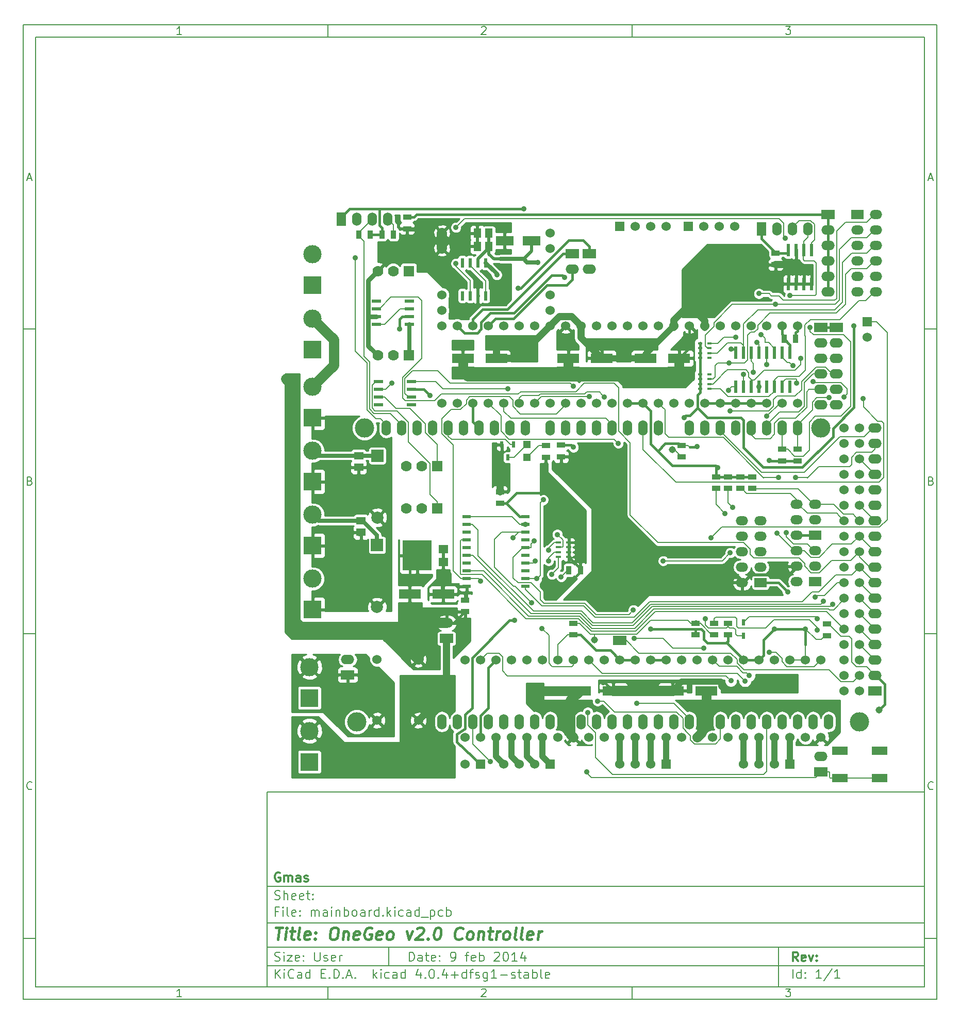
<source format=gbr>
G04 #@! TF.FileFunction,Copper,L1,Top,Signal*
%FSLAX45Y45*%
G04 Gerber Fmt 4.5, Leading zero omitted, Abs format (unit mm)*
G04 Created by KiCad (PCBNEW 4.0.4+dfsg1-stable) date Mon Oct  9 15:36:50 2017*
%MOMM*%
%LPD*%
G01*
G04 APERTURE LIST*
%ADD10C,0.150000*%
%ADD11C,0.300000*%
%ADD12C,0.400000*%
%ADD13C,1.524000*%
%ADD14R,1.397000X0.889000*%
%ADD15O,1.524000X2.540000*%
%ADD16C,3.175000*%
%ADD17R,2.999740X2.999740*%
%ADD18C,2.999740*%
%ADD19R,1.524000X2.199640*%
%ADD20O,1.524000X2.199640*%
%ADD21R,0.599440X1.998980*%
%ADD22R,3.599180X1.600200*%
%ADD23R,0.889000X1.397000*%
%ADD24R,1.198880X1.198880*%
%ADD25R,1.500000X1.399540*%
%ADD26R,4.800000X4.900000*%
%ADD27R,0.599440X1.000760*%
%ADD28R,1.998980X1.524000*%
%ADD29O,1.998980X1.524000*%
%ADD30R,2.199640X1.524000*%
%ADD31O,2.199640X1.524000*%
%ADD32R,1.524000X1.524000*%
%ADD33R,0.762000X0.431800*%
%ADD34R,2.499360X1.397000*%
%ADD35R,1.430020X0.551180*%
%ADD36R,0.900000X0.400000*%
%ADD37R,0.600000X1.550000*%
%ADD38R,1.300480X1.498600*%
%ADD39R,1.498600X1.300480*%
%ADD40R,1.550000X0.600000*%
%ADD41C,1.778000*%
%ADD42R,1.778000X1.778000*%
%ADD43C,1.998980*%
%ADD44R,1.998980X1.998980*%
%ADD45R,2.999740X1.600200*%
%ADD46C,0.900000*%
%ADD47C,1.625600*%
%ADD48C,1.143000*%
%ADD49C,1.016000*%
%ADD50C,0.406400*%
%ADD51C,0.203200*%
%ADD52C,1.600200*%
%ADD53C,1.143000*%
%ADD54C,1.016000*%
%ADD55C,0.508000*%
%ADD56C,1.651000*%
%ADD57C,0.635000*%
%ADD58C,0.762000*%
%ADD59C,0.254000*%
G04 APERTURE END LIST*
D10*
X5000220Y-13600980D02*
X5000220Y-16800980D01*
X15800220Y-16800980D01*
X15800220Y-13600980D01*
X5000220Y-13600980D01*
X1000000Y-1000000D02*
X1000000Y-17000980D01*
X16000220Y-17000980D01*
X16000220Y-1000000D01*
X1000000Y-1000000D01*
X1200000Y-1200000D02*
X1200000Y-16800980D01*
X15800220Y-16800980D01*
X15800220Y-1200000D01*
X1200000Y-1200000D01*
X6000000Y-1200000D02*
X6000000Y-1000000D01*
X11000000Y-1200000D02*
X11000000Y-1000000D01*
X16000000Y-1200000D02*
X16000000Y-1000000D01*
X3599048Y-1158810D02*
X3524762Y-1158810D01*
X3561905Y-1158810D02*
X3561905Y-1028809D01*
X3549524Y-1047381D01*
X3537143Y-1059762D01*
X3524762Y-1065952D01*
X8524762Y-1041190D02*
X8530952Y-1035000D01*
X8543333Y-1028809D01*
X8574286Y-1028809D01*
X8586667Y-1035000D01*
X8592857Y-1041190D01*
X8599048Y-1053571D01*
X8599048Y-1065952D01*
X8592857Y-1084524D01*
X8518571Y-1158810D01*
X8599048Y-1158810D01*
X13518571Y-1028809D02*
X13599048Y-1028809D01*
X13555714Y-1078333D01*
X13574286Y-1078333D01*
X13586667Y-1084524D01*
X13592857Y-1090714D01*
X13599048Y-1103095D01*
X13599048Y-1134048D01*
X13592857Y-1146429D01*
X13586667Y-1152619D01*
X13574286Y-1158810D01*
X13537143Y-1158810D01*
X13524762Y-1152619D01*
X13518571Y-1146429D01*
X6000000Y-16800980D02*
X6000000Y-17000980D01*
X11000000Y-16800980D02*
X11000000Y-17000980D01*
X16000000Y-16800980D02*
X16000000Y-17000980D01*
X3599048Y-16959790D02*
X3524762Y-16959790D01*
X3561905Y-16959790D02*
X3561905Y-16829790D01*
X3549524Y-16848361D01*
X3537143Y-16860742D01*
X3524762Y-16866932D01*
X8524762Y-16842171D02*
X8530952Y-16835980D01*
X8543333Y-16829790D01*
X8574286Y-16829790D01*
X8586667Y-16835980D01*
X8592857Y-16842171D01*
X8599048Y-16854551D01*
X8599048Y-16866932D01*
X8592857Y-16885504D01*
X8518571Y-16959790D01*
X8599048Y-16959790D01*
X13518571Y-16829790D02*
X13599048Y-16829790D01*
X13555714Y-16879313D01*
X13574286Y-16879313D01*
X13586667Y-16885504D01*
X13592857Y-16891694D01*
X13599048Y-16904075D01*
X13599048Y-16935028D01*
X13592857Y-16947409D01*
X13586667Y-16953599D01*
X13574286Y-16959790D01*
X13537143Y-16959790D01*
X13524762Y-16953599D01*
X13518571Y-16947409D01*
X1000000Y-6000000D02*
X1200000Y-6000000D01*
X1000000Y-11000000D02*
X1200000Y-11000000D01*
X1000000Y-16000000D02*
X1200000Y-16000000D01*
X1069048Y-3521667D02*
X1130952Y-3521667D01*
X1056667Y-3558809D02*
X1100000Y-3428809D01*
X1143333Y-3558809D01*
X1109286Y-8490714D02*
X1127857Y-8496905D01*
X1134048Y-8503095D01*
X1140238Y-8515476D01*
X1140238Y-8534048D01*
X1134048Y-8546429D01*
X1127857Y-8552619D01*
X1115476Y-8558810D01*
X1065952Y-8558810D01*
X1065952Y-8428810D01*
X1109286Y-8428810D01*
X1121667Y-8435000D01*
X1127857Y-8441191D01*
X1134048Y-8453571D01*
X1134048Y-8465952D01*
X1127857Y-8478333D01*
X1121667Y-8484524D01*
X1109286Y-8490714D01*
X1065952Y-8490714D01*
X1140238Y-13546429D02*
X1134048Y-13552619D01*
X1115476Y-13558809D01*
X1103095Y-13558809D01*
X1084524Y-13552619D01*
X1072143Y-13540238D01*
X1065952Y-13527857D01*
X1059762Y-13503095D01*
X1059762Y-13484524D01*
X1065952Y-13459762D01*
X1072143Y-13447381D01*
X1084524Y-13435000D01*
X1103095Y-13428809D01*
X1115476Y-13428809D01*
X1134048Y-13435000D01*
X1140238Y-13441190D01*
X16000220Y-6000000D02*
X15800220Y-6000000D01*
X16000220Y-11000000D02*
X15800220Y-11000000D01*
X16000220Y-16000000D02*
X15800220Y-16000000D01*
X15869268Y-3521667D02*
X15931172Y-3521667D01*
X15856887Y-3558809D02*
X15900220Y-3428809D01*
X15943553Y-3558809D01*
X15909506Y-8490714D02*
X15928077Y-8496905D01*
X15934268Y-8503095D01*
X15940458Y-8515476D01*
X15940458Y-8534048D01*
X15934268Y-8546429D01*
X15928077Y-8552619D01*
X15915696Y-8558810D01*
X15866172Y-8558810D01*
X15866172Y-8428810D01*
X15909506Y-8428810D01*
X15921887Y-8435000D01*
X15928077Y-8441191D01*
X15934268Y-8453571D01*
X15934268Y-8465952D01*
X15928077Y-8478333D01*
X15921887Y-8484524D01*
X15909506Y-8490714D01*
X15866172Y-8490714D01*
X15940458Y-13546429D02*
X15934268Y-13552619D01*
X15915696Y-13558809D01*
X15903315Y-13558809D01*
X15884744Y-13552619D01*
X15872363Y-13540238D01*
X15866172Y-13527857D01*
X15859982Y-13503095D01*
X15859982Y-13484524D01*
X15866172Y-13459762D01*
X15872363Y-13447381D01*
X15884744Y-13435000D01*
X15903315Y-13428809D01*
X15915696Y-13428809D01*
X15934268Y-13435000D01*
X15940458Y-13441190D01*
X7335934Y-16378837D02*
X7335934Y-16228837D01*
X7371649Y-16228837D01*
X7393077Y-16235980D01*
X7407363Y-16250266D01*
X7414506Y-16264551D01*
X7421649Y-16293123D01*
X7421649Y-16314551D01*
X7414506Y-16343123D01*
X7407363Y-16357409D01*
X7393077Y-16371694D01*
X7371649Y-16378837D01*
X7335934Y-16378837D01*
X7550220Y-16378837D02*
X7550220Y-16300266D01*
X7543077Y-16285980D01*
X7528791Y-16278837D01*
X7500220Y-16278837D01*
X7485934Y-16285980D01*
X7550220Y-16371694D02*
X7535934Y-16378837D01*
X7500220Y-16378837D01*
X7485934Y-16371694D01*
X7478791Y-16357409D01*
X7478791Y-16343123D01*
X7485934Y-16328837D01*
X7500220Y-16321694D01*
X7535934Y-16321694D01*
X7550220Y-16314551D01*
X7600220Y-16278837D02*
X7657363Y-16278837D01*
X7621649Y-16228837D02*
X7621649Y-16357409D01*
X7628791Y-16371694D01*
X7643077Y-16378837D01*
X7657363Y-16378837D01*
X7764506Y-16371694D02*
X7750220Y-16378837D01*
X7721649Y-16378837D01*
X7707363Y-16371694D01*
X7700220Y-16357409D01*
X7700220Y-16300266D01*
X7707363Y-16285980D01*
X7721649Y-16278837D01*
X7750220Y-16278837D01*
X7764506Y-16285980D01*
X7771649Y-16300266D01*
X7771649Y-16314551D01*
X7700220Y-16328837D01*
X7835934Y-16364551D02*
X7843077Y-16371694D01*
X7835934Y-16378837D01*
X7828791Y-16371694D01*
X7835934Y-16364551D01*
X7835934Y-16378837D01*
X7835934Y-16285980D02*
X7843077Y-16293123D01*
X7835934Y-16300266D01*
X7828791Y-16293123D01*
X7835934Y-16285980D01*
X7835934Y-16300266D01*
X8028791Y-16378837D02*
X8057363Y-16378837D01*
X8071649Y-16371694D01*
X8078791Y-16364551D01*
X8093077Y-16343123D01*
X8100220Y-16314551D01*
X8100220Y-16257409D01*
X8093077Y-16243123D01*
X8085934Y-16235980D01*
X8071649Y-16228837D01*
X8043077Y-16228837D01*
X8028791Y-16235980D01*
X8021649Y-16243123D01*
X8014506Y-16257409D01*
X8014506Y-16293123D01*
X8021649Y-16307409D01*
X8028791Y-16314551D01*
X8043077Y-16321694D01*
X8071649Y-16321694D01*
X8085934Y-16314551D01*
X8093077Y-16307409D01*
X8100220Y-16293123D01*
X8257363Y-16278837D02*
X8314506Y-16278837D01*
X8278791Y-16378837D02*
X8278791Y-16250266D01*
X8285934Y-16235980D01*
X8300220Y-16228837D01*
X8314506Y-16228837D01*
X8421649Y-16371694D02*
X8407363Y-16378837D01*
X8378791Y-16378837D01*
X8364506Y-16371694D01*
X8357363Y-16357409D01*
X8357363Y-16300266D01*
X8364506Y-16285980D01*
X8378791Y-16278837D01*
X8407363Y-16278837D01*
X8421649Y-16285980D01*
X8428791Y-16300266D01*
X8428791Y-16314551D01*
X8357363Y-16328837D01*
X8493077Y-16378837D02*
X8493077Y-16228837D01*
X8493077Y-16285980D02*
X8507363Y-16278837D01*
X8535934Y-16278837D01*
X8550220Y-16285980D01*
X8557363Y-16293123D01*
X8564506Y-16307409D01*
X8564506Y-16350266D01*
X8557363Y-16364551D01*
X8550220Y-16371694D01*
X8535934Y-16378837D01*
X8507363Y-16378837D01*
X8493077Y-16371694D01*
X8735934Y-16243123D02*
X8743077Y-16235980D01*
X8757363Y-16228837D01*
X8793077Y-16228837D01*
X8807363Y-16235980D01*
X8814506Y-16243123D01*
X8821649Y-16257409D01*
X8821649Y-16271694D01*
X8814506Y-16293123D01*
X8728791Y-16378837D01*
X8821649Y-16378837D01*
X8914506Y-16228837D02*
X8928791Y-16228837D01*
X8943077Y-16235980D01*
X8950220Y-16243123D01*
X8957363Y-16257409D01*
X8964506Y-16285980D01*
X8964506Y-16321694D01*
X8957363Y-16350266D01*
X8950220Y-16364551D01*
X8943077Y-16371694D01*
X8928791Y-16378837D01*
X8914506Y-16378837D01*
X8900220Y-16371694D01*
X8893077Y-16364551D01*
X8885934Y-16350266D01*
X8878791Y-16321694D01*
X8878791Y-16285980D01*
X8885934Y-16257409D01*
X8893077Y-16243123D01*
X8900220Y-16235980D01*
X8914506Y-16228837D01*
X9107363Y-16378837D02*
X9021648Y-16378837D01*
X9064506Y-16378837D02*
X9064506Y-16228837D01*
X9050220Y-16250266D01*
X9035934Y-16264551D01*
X9021648Y-16271694D01*
X9235934Y-16278837D02*
X9235934Y-16378837D01*
X9200220Y-16221694D02*
X9164506Y-16328837D01*
X9257363Y-16328837D01*
X5000220Y-16450980D02*
X15800220Y-16450980D01*
X5135934Y-16658837D02*
X5135934Y-16508837D01*
X5221649Y-16658837D02*
X5157363Y-16573123D01*
X5221649Y-16508837D02*
X5135934Y-16594551D01*
X5285934Y-16658837D02*
X5285934Y-16558837D01*
X5285934Y-16508837D02*
X5278791Y-16515980D01*
X5285934Y-16523123D01*
X5293077Y-16515980D01*
X5285934Y-16508837D01*
X5285934Y-16523123D01*
X5443077Y-16644551D02*
X5435934Y-16651694D01*
X5414506Y-16658837D01*
X5400220Y-16658837D01*
X5378792Y-16651694D01*
X5364506Y-16637409D01*
X5357363Y-16623123D01*
X5350220Y-16594551D01*
X5350220Y-16573123D01*
X5357363Y-16544551D01*
X5364506Y-16530266D01*
X5378792Y-16515980D01*
X5400220Y-16508837D01*
X5414506Y-16508837D01*
X5435934Y-16515980D01*
X5443077Y-16523123D01*
X5571649Y-16658837D02*
X5571649Y-16580266D01*
X5564506Y-16565980D01*
X5550220Y-16558837D01*
X5521649Y-16558837D01*
X5507363Y-16565980D01*
X5571649Y-16651694D02*
X5557363Y-16658837D01*
X5521649Y-16658837D01*
X5507363Y-16651694D01*
X5500220Y-16637409D01*
X5500220Y-16623123D01*
X5507363Y-16608837D01*
X5521649Y-16601694D01*
X5557363Y-16601694D01*
X5571649Y-16594551D01*
X5707363Y-16658837D02*
X5707363Y-16508837D01*
X5707363Y-16651694D02*
X5693077Y-16658837D01*
X5664506Y-16658837D01*
X5650220Y-16651694D01*
X5643077Y-16644551D01*
X5635934Y-16630266D01*
X5635934Y-16587409D01*
X5643077Y-16573123D01*
X5650220Y-16565980D01*
X5664506Y-16558837D01*
X5693077Y-16558837D01*
X5707363Y-16565980D01*
X5893077Y-16580266D02*
X5943077Y-16580266D01*
X5964506Y-16658837D02*
X5893077Y-16658837D01*
X5893077Y-16508837D01*
X5964506Y-16508837D01*
X6028791Y-16644551D02*
X6035934Y-16651694D01*
X6028791Y-16658837D01*
X6021649Y-16651694D01*
X6028791Y-16644551D01*
X6028791Y-16658837D01*
X6100220Y-16658837D02*
X6100220Y-16508837D01*
X6135934Y-16508837D01*
X6157363Y-16515980D01*
X6171649Y-16530266D01*
X6178791Y-16544551D01*
X6185934Y-16573123D01*
X6185934Y-16594551D01*
X6178791Y-16623123D01*
X6171649Y-16637409D01*
X6157363Y-16651694D01*
X6135934Y-16658837D01*
X6100220Y-16658837D01*
X6250220Y-16644551D02*
X6257363Y-16651694D01*
X6250220Y-16658837D01*
X6243077Y-16651694D01*
X6250220Y-16644551D01*
X6250220Y-16658837D01*
X6314506Y-16615980D02*
X6385934Y-16615980D01*
X6300220Y-16658837D02*
X6350220Y-16508837D01*
X6400220Y-16658837D01*
X6450220Y-16644551D02*
X6457363Y-16651694D01*
X6450220Y-16658837D01*
X6443077Y-16651694D01*
X6450220Y-16644551D01*
X6450220Y-16658837D01*
X6750220Y-16658837D02*
X6750220Y-16508837D01*
X6764506Y-16601694D02*
X6807363Y-16658837D01*
X6807363Y-16558837D02*
X6750220Y-16615980D01*
X6871649Y-16658837D02*
X6871649Y-16558837D01*
X6871649Y-16508837D02*
X6864506Y-16515980D01*
X6871649Y-16523123D01*
X6878791Y-16515980D01*
X6871649Y-16508837D01*
X6871649Y-16523123D01*
X7007363Y-16651694D02*
X6993077Y-16658837D01*
X6964506Y-16658837D01*
X6950220Y-16651694D01*
X6943077Y-16644551D01*
X6935934Y-16630266D01*
X6935934Y-16587409D01*
X6943077Y-16573123D01*
X6950220Y-16565980D01*
X6964506Y-16558837D01*
X6993077Y-16558837D01*
X7007363Y-16565980D01*
X7135934Y-16658837D02*
X7135934Y-16580266D01*
X7128791Y-16565980D01*
X7114506Y-16558837D01*
X7085934Y-16558837D01*
X7071649Y-16565980D01*
X7135934Y-16651694D02*
X7121649Y-16658837D01*
X7085934Y-16658837D01*
X7071649Y-16651694D01*
X7064506Y-16637409D01*
X7064506Y-16623123D01*
X7071649Y-16608837D01*
X7085934Y-16601694D01*
X7121649Y-16601694D01*
X7135934Y-16594551D01*
X7271649Y-16658837D02*
X7271649Y-16508837D01*
X7271649Y-16651694D02*
X7257363Y-16658837D01*
X7228792Y-16658837D01*
X7214506Y-16651694D01*
X7207363Y-16644551D01*
X7200220Y-16630266D01*
X7200220Y-16587409D01*
X7207363Y-16573123D01*
X7214506Y-16565980D01*
X7228792Y-16558837D01*
X7257363Y-16558837D01*
X7271649Y-16565980D01*
X7521649Y-16558837D02*
X7521649Y-16658837D01*
X7485934Y-16501694D02*
X7450220Y-16608837D01*
X7543077Y-16608837D01*
X7600220Y-16644551D02*
X7607363Y-16651694D01*
X7600220Y-16658837D01*
X7593077Y-16651694D01*
X7600220Y-16644551D01*
X7600220Y-16658837D01*
X7700220Y-16508837D02*
X7714506Y-16508837D01*
X7728791Y-16515980D01*
X7735934Y-16523123D01*
X7743077Y-16537409D01*
X7750220Y-16565980D01*
X7750220Y-16601694D01*
X7743077Y-16630266D01*
X7735934Y-16644551D01*
X7728791Y-16651694D01*
X7714506Y-16658837D01*
X7700220Y-16658837D01*
X7685934Y-16651694D01*
X7678791Y-16644551D01*
X7671649Y-16630266D01*
X7664506Y-16601694D01*
X7664506Y-16565980D01*
X7671649Y-16537409D01*
X7678791Y-16523123D01*
X7685934Y-16515980D01*
X7700220Y-16508837D01*
X7814506Y-16644551D02*
X7821649Y-16651694D01*
X7814506Y-16658837D01*
X7807363Y-16651694D01*
X7814506Y-16644551D01*
X7814506Y-16658837D01*
X7950220Y-16558837D02*
X7950220Y-16658837D01*
X7914506Y-16501694D02*
X7878791Y-16608837D01*
X7971649Y-16608837D01*
X8028791Y-16601694D02*
X8143077Y-16601694D01*
X8085934Y-16658837D02*
X8085934Y-16544551D01*
X8278791Y-16658837D02*
X8278791Y-16508837D01*
X8278791Y-16651694D02*
X8264506Y-16658837D01*
X8235934Y-16658837D01*
X8221649Y-16651694D01*
X8214506Y-16644551D01*
X8207363Y-16630266D01*
X8207363Y-16587409D01*
X8214506Y-16573123D01*
X8221649Y-16565980D01*
X8235934Y-16558837D01*
X8264506Y-16558837D01*
X8278791Y-16565980D01*
X8328791Y-16558837D02*
X8385934Y-16558837D01*
X8350220Y-16658837D02*
X8350220Y-16530266D01*
X8357363Y-16515980D01*
X8371649Y-16508837D01*
X8385934Y-16508837D01*
X8428792Y-16651694D02*
X8443077Y-16658837D01*
X8471649Y-16658837D01*
X8485934Y-16651694D01*
X8493077Y-16637409D01*
X8493077Y-16630266D01*
X8485934Y-16615980D01*
X8471649Y-16608837D01*
X8450220Y-16608837D01*
X8435934Y-16601694D01*
X8428792Y-16587409D01*
X8428792Y-16580266D01*
X8435934Y-16565980D01*
X8450220Y-16558837D01*
X8471649Y-16558837D01*
X8485934Y-16565980D01*
X8621649Y-16558837D02*
X8621649Y-16680266D01*
X8614506Y-16694551D01*
X8607363Y-16701694D01*
X8593077Y-16708837D01*
X8571649Y-16708837D01*
X8557363Y-16701694D01*
X8621649Y-16651694D02*
X8607363Y-16658837D01*
X8578792Y-16658837D01*
X8564506Y-16651694D01*
X8557363Y-16644551D01*
X8550220Y-16630266D01*
X8550220Y-16587409D01*
X8557363Y-16573123D01*
X8564506Y-16565980D01*
X8578792Y-16558837D01*
X8607363Y-16558837D01*
X8621649Y-16565980D01*
X8771649Y-16658837D02*
X8685934Y-16658837D01*
X8728792Y-16658837D02*
X8728792Y-16508837D01*
X8714506Y-16530266D01*
X8700220Y-16544551D01*
X8685934Y-16551694D01*
X8835934Y-16601694D02*
X8950220Y-16601694D01*
X9014506Y-16651694D02*
X9028792Y-16658837D01*
X9057363Y-16658837D01*
X9071649Y-16651694D01*
X9078792Y-16637409D01*
X9078792Y-16630266D01*
X9071649Y-16615980D01*
X9057363Y-16608837D01*
X9035934Y-16608837D01*
X9021649Y-16601694D01*
X9014506Y-16587409D01*
X9014506Y-16580266D01*
X9021649Y-16565980D01*
X9035934Y-16558837D01*
X9057363Y-16558837D01*
X9071649Y-16565980D01*
X9121649Y-16558837D02*
X9178792Y-16558837D01*
X9143077Y-16508837D02*
X9143077Y-16637409D01*
X9150220Y-16651694D01*
X9164506Y-16658837D01*
X9178792Y-16658837D01*
X9293077Y-16658837D02*
X9293077Y-16580266D01*
X9285934Y-16565980D01*
X9271649Y-16558837D01*
X9243077Y-16558837D01*
X9228792Y-16565980D01*
X9293077Y-16651694D02*
X9278792Y-16658837D01*
X9243077Y-16658837D01*
X9228792Y-16651694D01*
X9221649Y-16637409D01*
X9221649Y-16623123D01*
X9228792Y-16608837D01*
X9243077Y-16601694D01*
X9278792Y-16601694D01*
X9293077Y-16594551D01*
X9364506Y-16658837D02*
X9364506Y-16508837D01*
X9364506Y-16565980D02*
X9378792Y-16558837D01*
X9407363Y-16558837D01*
X9421649Y-16565980D01*
X9428792Y-16573123D01*
X9435935Y-16587409D01*
X9435935Y-16630266D01*
X9428792Y-16644551D01*
X9421649Y-16651694D01*
X9407363Y-16658837D01*
X9378792Y-16658837D01*
X9364506Y-16651694D01*
X9521649Y-16658837D02*
X9507363Y-16651694D01*
X9500220Y-16637409D01*
X9500220Y-16508837D01*
X9635934Y-16651694D02*
X9621649Y-16658837D01*
X9593077Y-16658837D01*
X9578792Y-16651694D01*
X9571649Y-16637409D01*
X9571649Y-16580266D01*
X9578792Y-16565980D01*
X9593077Y-16558837D01*
X9621649Y-16558837D01*
X9635934Y-16565980D01*
X9643077Y-16580266D01*
X9643077Y-16594551D01*
X9571649Y-16608837D01*
X5000220Y-16150980D02*
X15800220Y-16150980D01*
D11*
X13721649Y-16378837D02*
X13671649Y-16307409D01*
X13635934Y-16378837D02*
X13635934Y-16228837D01*
X13693077Y-16228837D01*
X13707363Y-16235980D01*
X13714506Y-16243123D01*
X13721649Y-16257409D01*
X13721649Y-16278837D01*
X13714506Y-16293123D01*
X13707363Y-16300266D01*
X13693077Y-16307409D01*
X13635934Y-16307409D01*
X13843077Y-16371694D02*
X13828791Y-16378837D01*
X13800220Y-16378837D01*
X13785934Y-16371694D01*
X13778791Y-16357409D01*
X13778791Y-16300266D01*
X13785934Y-16285980D01*
X13800220Y-16278837D01*
X13828791Y-16278837D01*
X13843077Y-16285980D01*
X13850220Y-16300266D01*
X13850220Y-16314551D01*
X13778791Y-16328837D01*
X13900220Y-16278837D02*
X13935934Y-16378837D01*
X13971648Y-16278837D01*
X14028791Y-16364551D02*
X14035934Y-16371694D01*
X14028791Y-16378837D01*
X14021648Y-16371694D01*
X14028791Y-16364551D01*
X14028791Y-16378837D01*
X14028791Y-16285980D02*
X14035934Y-16293123D01*
X14028791Y-16300266D01*
X14021648Y-16293123D01*
X14028791Y-16285980D01*
X14028791Y-16300266D01*
D10*
X5128791Y-16371694D02*
X5150220Y-16378837D01*
X5185934Y-16378837D01*
X5200220Y-16371694D01*
X5207363Y-16364551D01*
X5214506Y-16350266D01*
X5214506Y-16335980D01*
X5207363Y-16321694D01*
X5200220Y-16314551D01*
X5185934Y-16307409D01*
X5157363Y-16300266D01*
X5143077Y-16293123D01*
X5135934Y-16285980D01*
X5128791Y-16271694D01*
X5128791Y-16257409D01*
X5135934Y-16243123D01*
X5143077Y-16235980D01*
X5157363Y-16228837D01*
X5193077Y-16228837D01*
X5214506Y-16235980D01*
X5278791Y-16378837D02*
X5278791Y-16278837D01*
X5278791Y-16228837D02*
X5271649Y-16235980D01*
X5278791Y-16243123D01*
X5285934Y-16235980D01*
X5278791Y-16228837D01*
X5278791Y-16243123D01*
X5335934Y-16278837D02*
X5414506Y-16278837D01*
X5335934Y-16378837D01*
X5414506Y-16378837D01*
X5528791Y-16371694D02*
X5514506Y-16378837D01*
X5485934Y-16378837D01*
X5471649Y-16371694D01*
X5464506Y-16357409D01*
X5464506Y-16300266D01*
X5471649Y-16285980D01*
X5485934Y-16278837D01*
X5514506Y-16278837D01*
X5528791Y-16285980D01*
X5535934Y-16300266D01*
X5535934Y-16314551D01*
X5464506Y-16328837D01*
X5600220Y-16364551D02*
X5607363Y-16371694D01*
X5600220Y-16378837D01*
X5593077Y-16371694D01*
X5600220Y-16364551D01*
X5600220Y-16378837D01*
X5600220Y-16285980D02*
X5607363Y-16293123D01*
X5600220Y-16300266D01*
X5593077Y-16293123D01*
X5600220Y-16285980D01*
X5600220Y-16300266D01*
X5785934Y-16228837D02*
X5785934Y-16350266D01*
X5793077Y-16364551D01*
X5800220Y-16371694D01*
X5814506Y-16378837D01*
X5843077Y-16378837D01*
X5857363Y-16371694D01*
X5864506Y-16364551D01*
X5871649Y-16350266D01*
X5871649Y-16228837D01*
X5935934Y-16371694D02*
X5950220Y-16378837D01*
X5978791Y-16378837D01*
X5993077Y-16371694D01*
X6000220Y-16357409D01*
X6000220Y-16350266D01*
X5993077Y-16335980D01*
X5978791Y-16328837D01*
X5957363Y-16328837D01*
X5943077Y-16321694D01*
X5935934Y-16307409D01*
X5935934Y-16300266D01*
X5943077Y-16285980D01*
X5957363Y-16278837D01*
X5978791Y-16278837D01*
X5993077Y-16285980D01*
X6121649Y-16371694D02*
X6107363Y-16378837D01*
X6078791Y-16378837D01*
X6064506Y-16371694D01*
X6057363Y-16357409D01*
X6057363Y-16300266D01*
X6064506Y-16285980D01*
X6078791Y-16278837D01*
X6107363Y-16278837D01*
X6121649Y-16285980D01*
X6128791Y-16300266D01*
X6128791Y-16314551D01*
X6057363Y-16328837D01*
X6193077Y-16378837D02*
X6193077Y-16278837D01*
X6193077Y-16307409D02*
X6200220Y-16293123D01*
X6207363Y-16285980D01*
X6221649Y-16278837D01*
X6235934Y-16278837D01*
X13635934Y-16658837D02*
X13635934Y-16508837D01*
X13771649Y-16658837D02*
X13771649Y-16508837D01*
X13771649Y-16651694D02*
X13757363Y-16658837D01*
X13728791Y-16658837D01*
X13714506Y-16651694D01*
X13707363Y-16644551D01*
X13700220Y-16630266D01*
X13700220Y-16587409D01*
X13707363Y-16573123D01*
X13714506Y-16565980D01*
X13728791Y-16558837D01*
X13757363Y-16558837D01*
X13771649Y-16565980D01*
X13843077Y-16644551D02*
X13850220Y-16651694D01*
X13843077Y-16658837D01*
X13835934Y-16651694D01*
X13843077Y-16644551D01*
X13843077Y-16658837D01*
X13843077Y-16565980D02*
X13850220Y-16573123D01*
X13843077Y-16580266D01*
X13835934Y-16573123D01*
X13843077Y-16565980D01*
X13843077Y-16580266D01*
X14107363Y-16658837D02*
X14021649Y-16658837D01*
X14064506Y-16658837D02*
X14064506Y-16508837D01*
X14050220Y-16530266D01*
X14035934Y-16544551D01*
X14021649Y-16551694D01*
X14278791Y-16501694D02*
X14150220Y-16694551D01*
X14407363Y-16658837D02*
X14321649Y-16658837D01*
X14364506Y-16658837D02*
X14364506Y-16508837D01*
X14350220Y-16530266D01*
X14335934Y-16544551D01*
X14321649Y-16551694D01*
X5000220Y-15750980D02*
X15800220Y-15750980D01*
D12*
X5145458Y-15821456D02*
X5259744Y-15821456D01*
X5177601Y-16021456D02*
X5202601Y-15821456D01*
X5301411Y-16021456D02*
X5318077Y-15888123D01*
X5326411Y-15821456D02*
X5315696Y-15830980D01*
X5324030Y-15840504D01*
X5334744Y-15830980D01*
X5326411Y-15821456D01*
X5324030Y-15840504D01*
X5384744Y-15888123D02*
X5460934Y-15888123D01*
X5421649Y-15821456D02*
X5400220Y-15992885D01*
X5407363Y-16011932D01*
X5425220Y-16021456D01*
X5444268Y-16021456D01*
X5539506Y-16021456D02*
X5521649Y-16011932D01*
X5514506Y-15992885D01*
X5535934Y-15821456D01*
X5693077Y-16011932D02*
X5672839Y-16021456D01*
X5634744Y-16021456D01*
X5616887Y-16011932D01*
X5609744Y-15992885D01*
X5619268Y-15916694D01*
X5631172Y-15897647D01*
X5651410Y-15888123D01*
X5689506Y-15888123D01*
X5707363Y-15897647D01*
X5714506Y-15916694D01*
X5712125Y-15935742D01*
X5614506Y-15954789D01*
X5789506Y-16002409D02*
X5797839Y-16011932D01*
X5787125Y-16021456D01*
X5778791Y-16011932D01*
X5789506Y-16002409D01*
X5787125Y-16021456D01*
X5802601Y-15897647D02*
X5810934Y-15907170D01*
X5800220Y-15916694D01*
X5791887Y-15907170D01*
X5802601Y-15897647D01*
X5800220Y-15916694D01*
X6097839Y-15821456D02*
X6135934Y-15821456D01*
X6153791Y-15830980D01*
X6170458Y-15850028D01*
X6175220Y-15888123D01*
X6166887Y-15954789D01*
X6152601Y-15992885D01*
X6131172Y-16011932D01*
X6110934Y-16021456D01*
X6072839Y-16021456D01*
X6054982Y-16011932D01*
X6038315Y-15992885D01*
X6033553Y-15954789D01*
X6041887Y-15888123D01*
X6056172Y-15850028D01*
X6077601Y-15830980D01*
X6097839Y-15821456D01*
X6260934Y-15888123D02*
X6244268Y-16021456D01*
X6258553Y-15907170D02*
X6269268Y-15897647D01*
X6289506Y-15888123D01*
X6318077Y-15888123D01*
X6335934Y-15897647D01*
X6343077Y-15916694D01*
X6329982Y-16021456D01*
X6502601Y-16011932D02*
X6482363Y-16021456D01*
X6444268Y-16021456D01*
X6426411Y-16011932D01*
X6419268Y-15992885D01*
X6428791Y-15916694D01*
X6440696Y-15897647D01*
X6460934Y-15888123D01*
X6499030Y-15888123D01*
X6516887Y-15897647D01*
X6524030Y-15916694D01*
X6521649Y-15935742D01*
X6424030Y-15954789D01*
X6725220Y-15830980D02*
X6707363Y-15821456D01*
X6678792Y-15821456D01*
X6649030Y-15830980D01*
X6627601Y-15850028D01*
X6615696Y-15869075D01*
X6601411Y-15907170D01*
X6597839Y-15935742D01*
X6602601Y-15973837D01*
X6609744Y-15992885D01*
X6626411Y-16011932D01*
X6653792Y-16021456D01*
X6672839Y-16021456D01*
X6702601Y-16011932D01*
X6713315Y-16002409D01*
X6721649Y-15935742D01*
X6683553Y-15935742D01*
X6874030Y-16011932D02*
X6853792Y-16021456D01*
X6815696Y-16021456D01*
X6797839Y-16011932D01*
X6790696Y-15992885D01*
X6800220Y-15916694D01*
X6812125Y-15897647D01*
X6832363Y-15888123D01*
X6870458Y-15888123D01*
X6888315Y-15897647D01*
X6895458Y-15916694D01*
X6893077Y-15935742D01*
X6795458Y-15954789D01*
X6996649Y-16021456D02*
X6978792Y-16011932D01*
X6970458Y-16002409D01*
X6963315Y-15983361D01*
X6970458Y-15926218D01*
X6982363Y-15907170D01*
X6993077Y-15897647D01*
X7013315Y-15888123D01*
X7041887Y-15888123D01*
X7059744Y-15897647D01*
X7068077Y-15907170D01*
X7075220Y-15926218D01*
X7068077Y-15983361D01*
X7056172Y-16002409D01*
X7045458Y-16011932D01*
X7025220Y-16021456D01*
X6996649Y-16021456D01*
X7299030Y-15888123D02*
X7329982Y-16021456D01*
X7394268Y-15888123D01*
X7466887Y-15840504D02*
X7477601Y-15830980D01*
X7497839Y-15821456D01*
X7545458Y-15821456D01*
X7563315Y-15830980D01*
X7571649Y-15840504D01*
X7578792Y-15859551D01*
X7576411Y-15878599D01*
X7563315Y-15907170D01*
X7434744Y-16021456D01*
X7558554Y-16021456D01*
X7646649Y-16002409D02*
X7654982Y-16011932D01*
X7644268Y-16021456D01*
X7635935Y-16011932D01*
X7646649Y-16002409D01*
X7644268Y-16021456D01*
X7802601Y-15821456D02*
X7821649Y-15821456D01*
X7839506Y-15830980D01*
X7847839Y-15840504D01*
X7854982Y-15859551D01*
X7859744Y-15897647D01*
X7853792Y-15945266D01*
X7839506Y-15983361D01*
X7827601Y-16002409D01*
X7816887Y-16011932D01*
X7796649Y-16021456D01*
X7777601Y-16021456D01*
X7759744Y-16011932D01*
X7751411Y-16002409D01*
X7744268Y-15983361D01*
X7739506Y-15945266D01*
X7745458Y-15897647D01*
X7759744Y-15859551D01*
X7771649Y-15840504D01*
X7782363Y-15830980D01*
X7802601Y-15821456D01*
X8199030Y-16002409D02*
X8188316Y-16011932D01*
X8158554Y-16021456D01*
X8139506Y-16021456D01*
X8112125Y-16011932D01*
X8095458Y-15992885D01*
X8088316Y-15973837D01*
X8083554Y-15935742D01*
X8087125Y-15907170D01*
X8101411Y-15869075D01*
X8113316Y-15850028D01*
X8134744Y-15830980D01*
X8164506Y-15821456D01*
X8183554Y-15821456D01*
X8210935Y-15830980D01*
X8219268Y-15840504D01*
X8310935Y-16021456D02*
X8293078Y-16011932D01*
X8284744Y-16002409D01*
X8277601Y-15983361D01*
X8284744Y-15926218D01*
X8296649Y-15907170D01*
X8307363Y-15897647D01*
X8327601Y-15888123D01*
X8356173Y-15888123D01*
X8374030Y-15897647D01*
X8382363Y-15907170D01*
X8389506Y-15926218D01*
X8382363Y-15983361D01*
X8370458Y-16002409D01*
X8359744Y-16011932D01*
X8339506Y-16021456D01*
X8310935Y-16021456D01*
X8479982Y-15888123D02*
X8463316Y-16021456D01*
X8477601Y-15907170D02*
X8488316Y-15897647D01*
X8508554Y-15888123D01*
X8537125Y-15888123D01*
X8554982Y-15897647D01*
X8562125Y-15916694D01*
X8549030Y-16021456D01*
X8632363Y-15888123D02*
X8708554Y-15888123D01*
X8669268Y-15821456D02*
X8647839Y-15992885D01*
X8654982Y-16011932D01*
X8672840Y-16021456D01*
X8691887Y-16021456D01*
X8758554Y-16021456D02*
X8775220Y-15888123D01*
X8770458Y-15926218D02*
X8782363Y-15907170D01*
X8793078Y-15897647D01*
X8813316Y-15888123D01*
X8832363Y-15888123D01*
X8910935Y-16021456D02*
X8893078Y-16011932D01*
X8884744Y-16002409D01*
X8877601Y-15983361D01*
X8884744Y-15926218D01*
X8896649Y-15907170D01*
X8907363Y-15897647D01*
X8927601Y-15888123D01*
X8956173Y-15888123D01*
X8974030Y-15897647D01*
X8982363Y-15907170D01*
X8989506Y-15926218D01*
X8982363Y-15983361D01*
X8970458Y-16002409D01*
X8959744Y-16011932D01*
X8939506Y-16021456D01*
X8910935Y-16021456D01*
X9091887Y-16021456D02*
X9074030Y-16011932D01*
X9066887Y-15992885D01*
X9088316Y-15821456D01*
X9196649Y-16021456D02*
X9178792Y-16011932D01*
X9171649Y-15992885D01*
X9193078Y-15821456D01*
X9350220Y-16011932D02*
X9329982Y-16021456D01*
X9291887Y-16021456D01*
X9274030Y-16011932D01*
X9266887Y-15992885D01*
X9276411Y-15916694D01*
X9288316Y-15897647D01*
X9308554Y-15888123D01*
X9346649Y-15888123D01*
X9364506Y-15897647D01*
X9371649Y-15916694D01*
X9369268Y-15935742D01*
X9271649Y-15954789D01*
X9444268Y-16021456D02*
X9460935Y-15888123D01*
X9456173Y-15926218D02*
X9468078Y-15907170D01*
X9478792Y-15897647D01*
X9499030Y-15888123D01*
X9518078Y-15888123D01*
D10*
X5185934Y-15560266D02*
X5135934Y-15560266D01*
X5135934Y-15638837D02*
X5135934Y-15488837D01*
X5207363Y-15488837D01*
X5264506Y-15638837D02*
X5264506Y-15538837D01*
X5264506Y-15488837D02*
X5257363Y-15495980D01*
X5264506Y-15503123D01*
X5271649Y-15495980D01*
X5264506Y-15488837D01*
X5264506Y-15503123D01*
X5357363Y-15638837D02*
X5343077Y-15631694D01*
X5335934Y-15617409D01*
X5335934Y-15488837D01*
X5471649Y-15631694D02*
X5457363Y-15638837D01*
X5428791Y-15638837D01*
X5414506Y-15631694D01*
X5407363Y-15617409D01*
X5407363Y-15560266D01*
X5414506Y-15545980D01*
X5428791Y-15538837D01*
X5457363Y-15538837D01*
X5471649Y-15545980D01*
X5478791Y-15560266D01*
X5478791Y-15574551D01*
X5407363Y-15588837D01*
X5543077Y-15624551D02*
X5550220Y-15631694D01*
X5543077Y-15638837D01*
X5535934Y-15631694D01*
X5543077Y-15624551D01*
X5543077Y-15638837D01*
X5543077Y-15545980D02*
X5550220Y-15553123D01*
X5543077Y-15560266D01*
X5535934Y-15553123D01*
X5543077Y-15545980D01*
X5543077Y-15560266D01*
X5728791Y-15638837D02*
X5728791Y-15538837D01*
X5728791Y-15553123D02*
X5735934Y-15545980D01*
X5750220Y-15538837D01*
X5771648Y-15538837D01*
X5785934Y-15545980D01*
X5793077Y-15560266D01*
X5793077Y-15638837D01*
X5793077Y-15560266D02*
X5800220Y-15545980D01*
X5814506Y-15538837D01*
X5835934Y-15538837D01*
X5850220Y-15545980D01*
X5857363Y-15560266D01*
X5857363Y-15638837D01*
X5993077Y-15638837D02*
X5993077Y-15560266D01*
X5985934Y-15545980D01*
X5971648Y-15538837D01*
X5943077Y-15538837D01*
X5928791Y-15545980D01*
X5993077Y-15631694D02*
X5978791Y-15638837D01*
X5943077Y-15638837D01*
X5928791Y-15631694D01*
X5921648Y-15617409D01*
X5921648Y-15603123D01*
X5928791Y-15588837D01*
X5943077Y-15581694D01*
X5978791Y-15581694D01*
X5993077Y-15574551D01*
X6064506Y-15638837D02*
X6064506Y-15538837D01*
X6064506Y-15488837D02*
X6057363Y-15495980D01*
X6064506Y-15503123D01*
X6071648Y-15495980D01*
X6064506Y-15488837D01*
X6064506Y-15503123D01*
X6135934Y-15538837D02*
X6135934Y-15638837D01*
X6135934Y-15553123D02*
X6143077Y-15545980D01*
X6157363Y-15538837D01*
X6178791Y-15538837D01*
X6193077Y-15545980D01*
X6200220Y-15560266D01*
X6200220Y-15638837D01*
X6271649Y-15638837D02*
X6271649Y-15488837D01*
X6271649Y-15545980D02*
X6285934Y-15538837D01*
X6314506Y-15538837D01*
X6328791Y-15545980D01*
X6335934Y-15553123D01*
X6343077Y-15567409D01*
X6343077Y-15610266D01*
X6335934Y-15624551D01*
X6328791Y-15631694D01*
X6314506Y-15638837D01*
X6285934Y-15638837D01*
X6271649Y-15631694D01*
X6428791Y-15638837D02*
X6414506Y-15631694D01*
X6407363Y-15624551D01*
X6400220Y-15610266D01*
X6400220Y-15567409D01*
X6407363Y-15553123D01*
X6414506Y-15545980D01*
X6428791Y-15538837D01*
X6450220Y-15538837D01*
X6464506Y-15545980D01*
X6471649Y-15553123D01*
X6478791Y-15567409D01*
X6478791Y-15610266D01*
X6471649Y-15624551D01*
X6464506Y-15631694D01*
X6450220Y-15638837D01*
X6428791Y-15638837D01*
X6607363Y-15638837D02*
X6607363Y-15560266D01*
X6600220Y-15545980D01*
X6585934Y-15538837D01*
X6557363Y-15538837D01*
X6543077Y-15545980D01*
X6607363Y-15631694D02*
X6593077Y-15638837D01*
X6557363Y-15638837D01*
X6543077Y-15631694D01*
X6535934Y-15617409D01*
X6535934Y-15603123D01*
X6543077Y-15588837D01*
X6557363Y-15581694D01*
X6593077Y-15581694D01*
X6607363Y-15574551D01*
X6678791Y-15638837D02*
X6678791Y-15538837D01*
X6678791Y-15567409D02*
X6685934Y-15553123D01*
X6693077Y-15545980D01*
X6707363Y-15538837D01*
X6721649Y-15538837D01*
X6835934Y-15638837D02*
X6835934Y-15488837D01*
X6835934Y-15631694D02*
X6821649Y-15638837D01*
X6793077Y-15638837D01*
X6778791Y-15631694D01*
X6771649Y-15624551D01*
X6764506Y-15610266D01*
X6764506Y-15567409D01*
X6771649Y-15553123D01*
X6778791Y-15545980D01*
X6793077Y-15538837D01*
X6821649Y-15538837D01*
X6835934Y-15545980D01*
X6907363Y-15624551D02*
X6914506Y-15631694D01*
X6907363Y-15638837D01*
X6900220Y-15631694D01*
X6907363Y-15624551D01*
X6907363Y-15638837D01*
X6978791Y-15638837D02*
X6978791Y-15488837D01*
X6993077Y-15581694D02*
X7035934Y-15638837D01*
X7035934Y-15538837D02*
X6978791Y-15595980D01*
X7100220Y-15638837D02*
X7100220Y-15538837D01*
X7100220Y-15488837D02*
X7093077Y-15495980D01*
X7100220Y-15503123D01*
X7107363Y-15495980D01*
X7100220Y-15488837D01*
X7100220Y-15503123D01*
X7235934Y-15631694D02*
X7221649Y-15638837D01*
X7193077Y-15638837D01*
X7178791Y-15631694D01*
X7171649Y-15624551D01*
X7164506Y-15610266D01*
X7164506Y-15567409D01*
X7171649Y-15553123D01*
X7178791Y-15545980D01*
X7193077Y-15538837D01*
X7221649Y-15538837D01*
X7235934Y-15545980D01*
X7364506Y-15638837D02*
X7364506Y-15560266D01*
X7357363Y-15545980D01*
X7343077Y-15538837D01*
X7314506Y-15538837D01*
X7300220Y-15545980D01*
X7364506Y-15631694D02*
X7350220Y-15638837D01*
X7314506Y-15638837D01*
X7300220Y-15631694D01*
X7293077Y-15617409D01*
X7293077Y-15603123D01*
X7300220Y-15588837D01*
X7314506Y-15581694D01*
X7350220Y-15581694D01*
X7364506Y-15574551D01*
X7500220Y-15638837D02*
X7500220Y-15488837D01*
X7500220Y-15631694D02*
X7485934Y-15638837D01*
X7457363Y-15638837D01*
X7443077Y-15631694D01*
X7435934Y-15624551D01*
X7428791Y-15610266D01*
X7428791Y-15567409D01*
X7435934Y-15553123D01*
X7443077Y-15545980D01*
X7457363Y-15538837D01*
X7485934Y-15538837D01*
X7500220Y-15545980D01*
X7535934Y-15653123D02*
X7650220Y-15653123D01*
X7685934Y-15538837D02*
X7685934Y-15688837D01*
X7685934Y-15545980D02*
X7700220Y-15538837D01*
X7728791Y-15538837D01*
X7743077Y-15545980D01*
X7750220Y-15553123D01*
X7757363Y-15567409D01*
X7757363Y-15610266D01*
X7750220Y-15624551D01*
X7743077Y-15631694D01*
X7728791Y-15638837D01*
X7700220Y-15638837D01*
X7685934Y-15631694D01*
X7885934Y-15631694D02*
X7871649Y-15638837D01*
X7843077Y-15638837D01*
X7828791Y-15631694D01*
X7821649Y-15624551D01*
X7814506Y-15610266D01*
X7814506Y-15567409D01*
X7821649Y-15553123D01*
X7828791Y-15545980D01*
X7843077Y-15538837D01*
X7871649Y-15538837D01*
X7885934Y-15545980D01*
X7950220Y-15638837D02*
X7950220Y-15488837D01*
X7950220Y-15545980D02*
X7964506Y-15538837D01*
X7993077Y-15538837D01*
X8007363Y-15545980D01*
X8014506Y-15553123D01*
X8021649Y-15567409D01*
X8021649Y-15610266D01*
X8014506Y-15624551D01*
X8007363Y-15631694D01*
X7993077Y-15638837D01*
X7964506Y-15638837D01*
X7950220Y-15631694D01*
X5000220Y-15150980D02*
X15800220Y-15150980D01*
X5128791Y-15361694D02*
X5150220Y-15368837D01*
X5185934Y-15368837D01*
X5200220Y-15361694D01*
X5207363Y-15354551D01*
X5214506Y-15340266D01*
X5214506Y-15325980D01*
X5207363Y-15311694D01*
X5200220Y-15304551D01*
X5185934Y-15297409D01*
X5157363Y-15290266D01*
X5143077Y-15283123D01*
X5135934Y-15275980D01*
X5128791Y-15261694D01*
X5128791Y-15247409D01*
X5135934Y-15233123D01*
X5143077Y-15225980D01*
X5157363Y-15218837D01*
X5193077Y-15218837D01*
X5214506Y-15225980D01*
X5278791Y-15368837D02*
X5278791Y-15218837D01*
X5343077Y-15368837D02*
X5343077Y-15290266D01*
X5335934Y-15275980D01*
X5321649Y-15268837D01*
X5300220Y-15268837D01*
X5285934Y-15275980D01*
X5278791Y-15283123D01*
X5471649Y-15361694D02*
X5457363Y-15368837D01*
X5428791Y-15368837D01*
X5414506Y-15361694D01*
X5407363Y-15347409D01*
X5407363Y-15290266D01*
X5414506Y-15275980D01*
X5428791Y-15268837D01*
X5457363Y-15268837D01*
X5471649Y-15275980D01*
X5478791Y-15290266D01*
X5478791Y-15304551D01*
X5407363Y-15318837D01*
X5600220Y-15361694D02*
X5585934Y-15368837D01*
X5557363Y-15368837D01*
X5543077Y-15361694D01*
X5535934Y-15347409D01*
X5535934Y-15290266D01*
X5543077Y-15275980D01*
X5557363Y-15268837D01*
X5585934Y-15268837D01*
X5600220Y-15275980D01*
X5607363Y-15290266D01*
X5607363Y-15304551D01*
X5535934Y-15318837D01*
X5650220Y-15268837D02*
X5707363Y-15268837D01*
X5671648Y-15218837D02*
X5671648Y-15347409D01*
X5678791Y-15361694D01*
X5693077Y-15368837D01*
X5707363Y-15368837D01*
X5757363Y-15354551D02*
X5764506Y-15361694D01*
X5757363Y-15368837D01*
X5750220Y-15361694D01*
X5757363Y-15354551D01*
X5757363Y-15368837D01*
X5757363Y-15275980D02*
X5764506Y-15283123D01*
X5757363Y-15290266D01*
X5750220Y-15283123D01*
X5757363Y-15275980D01*
X5757363Y-15290266D01*
D11*
X5214506Y-14925980D02*
X5200220Y-14918837D01*
X5178791Y-14918837D01*
X5157363Y-14925980D01*
X5143077Y-14940266D01*
X5135934Y-14954551D01*
X5128791Y-14983123D01*
X5128791Y-15004551D01*
X5135934Y-15033123D01*
X5143077Y-15047409D01*
X5157363Y-15061694D01*
X5178791Y-15068837D01*
X5193077Y-15068837D01*
X5214506Y-15061694D01*
X5221649Y-15054551D01*
X5221649Y-15004551D01*
X5193077Y-15004551D01*
X5285934Y-15068837D02*
X5285934Y-14968837D01*
X5285934Y-14983123D02*
X5293077Y-14975980D01*
X5307363Y-14968837D01*
X5328791Y-14968837D01*
X5343077Y-14975980D01*
X5350220Y-14990266D01*
X5350220Y-15068837D01*
X5350220Y-14990266D02*
X5357363Y-14975980D01*
X5371649Y-14968837D01*
X5393077Y-14968837D01*
X5407363Y-14975980D01*
X5414506Y-14990266D01*
X5414506Y-15068837D01*
X5550220Y-15068837D02*
X5550220Y-14990266D01*
X5543077Y-14975980D01*
X5528791Y-14968837D01*
X5500220Y-14968837D01*
X5485934Y-14975980D01*
X5550220Y-15061694D02*
X5535934Y-15068837D01*
X5500220Y-15068837D01*
X5485934Y-15061694D01*
X5478791Y-15047409D01*
X5478791Y-15033123D01*
X5485934Y-15018837D01*
X5500220Y-15011694D01*
X5535934Y-15011694D01*
X5550220Y-15004551D01*
X5614506Y-15061694D02*
X5628791Y-15068837D01*
X5657363Y-15068837D01*
X5671649Y-15061694D01*
X5678791Y-15047409D01*
X5678791Y-15040266D01*
X5671649Y-15025980D01*
X5657363Y-15018837D01*
X5635934Y-15018837D01*
X5621649Y-15011694D01*
X5614506Y-14997409D01*
X5614506Y-14990266D01*
X5621649Y-14975980D01*
X5635934Y-14968837D01*
X5657363Y-14968837D01*
X5671649Y-14975980D01*
D10*
X7000220Y-16150980D02*
X7000220Y-16450980D01*
X13400220Y-16150980D02*
X13400220Y-16800980D01*
D13*
X12065000Y-11430000D03*
X11811000Y-11430000D03*
X11557000Y-11430000D03*
X11303000Y-11430000D03*
X11049000Y-11430000D03*
X10795000Y-11430000D03*
X10541000Y-11430000D03*
X10287000Y-11430000D03*
X10287000Y-12700000D03*
X10541000Y-12700000D03*
X10795000Y-12700000D03*
X11049000Y-12700000D03*
X11303000Y-12700000D03*
X11557000Y-12700000D03*
X11811000Y-12700000D03*
X12065000Y-12700000D03*
X11938000Y-7213600D03*
X12192000Y-7213600D03*
X12446000Y-7213600D03*
X12700000Y-7213600D03*
X12954000Y-7213600D03*
X13208000Y-7213600D03*
X13462000Y-7213600D03*
X13716000Y-7213600D03*
X13716000Y-5943600D03*
X13462000Y-5943600D03*
X13208000Y-5943600D03*
X12954000Y-5943600D03*
X12700000Y-5943600D03*
X12446000Y-5943600D03*
X12192000Y-5943600D03*
X11938000Y-5943600D03*
D14*
X9830000Y-7904750D03*
X9830000Y-8095250D03*
D15*
X11938000Y-7620000D03*
X12192000Y-7620000D03*
X12446000Y-7620000D03*
X12700000Y-7620000D03*
X12954000Y-7620000D03*
X13208000Y-7620000D03*
X13462000Y-7620000D03*
X13716000Y-7620000D03*
X14224000Y-12446000D03*
X13970000Y-12446000D03*
X13716000Y-12446000D03*
X13462000Y-12446000D03*
X12446000Y-12446000D03*
X11938000Y-12446000D03*
X11684000Y-12446000D03*
X12700000Y-12446000D03*
X12954000Y-12446000D03*
X13208000Y-12446000D03*
X11430000Y-12446000D03*
X11176000Y-12446000D03*
X10922000Y-12446000D03*
X10160000Y-12446000D03*
X10414000Y-12446000D03*
X10668000Y-12446000D03*
X9652000Y-12446000D03*
X9398000Y-12446000D03*
X9144000Y-12446000D03*
X8636000Y-12446000D03*
X8382000Y-12446000D03*
X11430000Y-7620000D03*
X11176000Y-7620000D03*
X10922000Y-7620000D03*
X10668000Y-7620000D03*
X10414000Y-7620000D03*
X10160000Y-7620000D03*
X9906000Y-7620000D03*
X9652000Y-7620000D03*
X9245600Y-7620000D03*
X8991600Y-7620000D03*
X8737600Y-7620000D03*
X8483600Y-7620000D03*
X8229600Y-7620000D03*
X7975600Y-7620000D03*
X7721600Y-7620000D03*
X7467600Y-7620000D03*
X8890000Y-12446000D03*
D16*
X14732000Y-12446000D03*
X14097000Y-7620000D03*
X6604000Y-7620000D03*
X6477000Y-12446000D03*
D13*
X14478000Y-7874000D03*
X14732000Y-7874000D03*
X14478000Y-8128000D03*
X14732000Y-8128000D03*
X14478000Y-8382000D03*
X14732000Y-8382000D03*
X14478000Y-8636000D03*
X14732000Y-8636000D03*
X14478000Y-7620000D03*
X14732000Y-7620000D03*
X14732000Y-8890000D03*
X14478000Y-8890000D03*
X14478000Y-9144000D03*
X14732000Y-9144000D03*
X14478000Y-9398000D03*
X14732000Y-9398000D03*
X14478000Y-9652000D03*
X14732000Y-9652000D03*
X14478000Y-9906000D03*
X14732000Y-9906000D03*
X14478000Y-10160000D03*
X14732000Y-10160000D03*
X14478000Y-10414000D03*
X14732000Y-10414000D03*
X14478000Y-10668000D03*
X14732000Y-10668000D03*
X14478000Y-10922000D03*
X14732000Y-10922000D03*
X14478000Y-11176000D03*
X14732000Y-11176000D03*
X14478000Y-11430000D03*
X14732000Y-11430000D03*
X14478000Y-11684000D03*
X14732000Y-11684000D03*
X14478000Y-11938000D03*
X14732000Y-11938000D03*
D15*
X7213600Y-7620000D03*
X6959600Y-7620000D03*
X8128000Y-12446000D03*
X7874000Y-12446000D03*
D17*
X5750000Y-6334000D03*
D18*
X5750000Y-5826000D03*
D13*
X7490000Y-12423000D03*
X7490000Y-11423000D03*
D19*
X13122910Y-4356100D03*
D20*
X13376910Y-4356100D03*
X13630910Y-4356100D03*
X13884910Y-4356100D03*
D21*
X13563600Y-5257800D03*
X13690600Y-5257800D03*
X13817600Y-5257800D03*
X13944600Y-5257800D03*
X13944600Y-4699000D03*
X13817600Y-4699000D03*
X13690600Y-4699000D03*
X13563600Y-4699000D03*
D22*
X8216418Y-6477000D03*
X8766582Y-6477000D03*
D14*
X7302500Y-4159250D03*
X7302500Y-4349750D03*
X8826500Y-8858250D03*
X8826500Y-8667750D03*
D22*
X7344918Y-10350500D03*
X7895082Y-10350500D03*
D14*
X8255000Y-10636250D03*
X8255000Y-10445750D03*
D22*
X10138918Y-11938000D03*
X10689082Y-11938000D03*
X12213082Y-11938000D03*
X11662918Y-11938000D03*
X9948418Y-6477000D03*
X10498582Y-6477000D03*
X11768582Y-6477000D03*
X11218418Y-6477000D03*
D23*
X13493750Y-6159500D03*
X13684250Y-6159500D03*
D14*
X13354812Y-4750054D03*
X13354812Y-4940554D03*
D24*
X9271000Y-8105902D03*
X9271000Y-7896098D03*
D25*
X7895082Y-9611614D03*
X7895082Y-9819386D03*
D26*
X7469886Y-9715500D03*
D27*
X12827000Y-10812018D03*
X12827000Y-11031982D03*
D28*
X14003892Y-9383000D03*
D29*
X13700108Y-9383000D03*
X14003892Y-9129000D03*
X13700108Y-9129000D03*
X14003892Y-8875000D03*
X13700108Y-8875000D03*
D30*
X10295000Y-4760500D03*
D31*
X10295000Y-5014500D03*
D30*
X10015000Y-4760500D03*
D31*
X10015000Y-5014500D03*
D13*
X7874000Y-7213600D03*
X8128000Y-7213600D03*
X8382000Y-7213600D03*
X8636000Y-7213600D03*
X8890000Y-7213600D03*
X9144000Y-7213600D03*
X9398000Y-7213600D03*
X9652000Y-7213600D03*
X9652000Y-5943600D03*
X9398000Y-5943600D03*
X9144000Y-5943600D03*
X8890000Y-5943600D03*
X8636000Y-5943600D03*
X8382000Y-5943600D03*
X8128000Y-5943600D03*
X7874000Y-5943600D03*
D30*
X14097000Y-5969000D03*
D31*
X14097000Y-6223000D03*
X14097000Y-6477000D03*
X14097000Y-6731000D03*
X14097000Y-6985000D03*
X14097000Y-7239000D03*
D19*
X6223000Y-4191000D03*
D20*
X6477000Y-4191000D03*
X6731000Y-4191000D03*
X6985000Y-4191000D03*
D30*
X14097000Y-13271500D03*
D31*
X14097000Y-13017500D03*
D30*
X10795000Y-11112500D03*
D32*
X9652000Y-13144500D03*
D13*
X9398000Y-13144500D03*
X9144000Y-13144500D03*
X8890000Y-13144500D03*
D32*
X11557000Y-13144500D03*
D13*
X11303000Y-13144500D03*
X11049000Y-13144500D03*
X10795000Y-13144500D03*
D32*
X13589000Y-13144500D03*
D13*
X13335000Y-13144500D03*
X13081000Y-13144500D03*
X12827000Y-13144500D03*
D32*
X10795000Y-4307840D03*
D13*
X11049000Y-4307840D03*
X11303000Y-4307840D03*
X11557000Y-4307840D03*
D30*
X14986000Y-11938000D03*
D31*
X14986000Y-11684000D03*
X14986000Y-11430000D03*
X14986000Y-11176000D03*
X14986000Y-10922000D03*
X14986000Y-10668000D03*
X14986000Y-10414000D03*
X14986000Y-10160000D03*
X14986000Y-9906000D03*
X14986000Y-9652000D03*
X14986000Y-9398000D03*
X14986000Y-9144000D03*
X14986000Y-8890000D03*
X14986000Y-8636000D03*
X14986000Y-8382000D03*
X14986000Y-8128000D03*
X14986000Y-7874000D03*
X14986000Y-7620000D03*
D28*
X13105892Y-10160000D03*
D29*
X12802108Y-10160000D03*
X13105892Y-9906000D03*
X12802108Y-9906000D03*
X13105892Y-9652000D03*
X12802108Y-9652000D03*
X13105892Y-9398000D03*
X12802108Y-9398000D03*
X13105892Y-9144000D03*
X12802108Y-9144000D03*
D30*
X14351000Y-5969000D03*
D31*
X14351000Y-6223000D03*
X14351000Y-6477000D03*
X14351000Y-6731000D03*
X14351000Y-6985000D03*
X14351000Y-7239000D03*
D32*
X11922760Y-4307840D03*
D13*
X12176760Y-4307840D03*
X12430760Y-4307840D03*
X12684760Y-4307840D03*
D32*
X8509000Y-13144500D03*
D13*
X8255000Y-13144500D03*
D32*
X14856714Y-5875020D03*
D13*
X14856714Y-6129020D03*
D30*
X14211300Y-4114800D03*
D31*
X14211300Y-4368800D03*
X14211300Y-4622800D03*
X14211300Y-4876800D03*
X14211300Y-5130800D03*
X14211300Y-5384800D03*
D28*
X14694408Y-4114800D03*
D29*
X14998192Y-4114800D03*
X14694408Y-4368800D03*
X14998192Y-4368800D03*
X14694408Y-4622800D03*
X14998192Y-4622800D03*
X14694408Y-4876800D03*
X14998192Y-4876800D03*
X14694408Y-5130800D03*
X14998192Y-5130800D03*
X14694408Y-5384800D03*
X14998192Y-5384800D03*
D27*
X9048750Y-7895336D03*
X8953500Y-8106664D03*
X8858250Y-7895336D03*
D23*
X6889750Y-4445000D03*
X7080250Y-4445000D03*
X6699250Y-4445000D03*
X6508750Y-4445000D03*
D14*
X9580000Y-8100000D03*
X9580000Y-7909500D03*
X14198600Y-11029950D03*
X14198600Y-10839450D03*
X10033000Y-11017250D03*
X10033000Y-10826750D03*
X12040108Y-11017250D03*
X12040108Y-10826750D03*
X11811000Y-7905750D03*
X11811000Y-8096250D03*
X13716000Y-8159750D03*
X13716000Y-7969250D03*
X13462000Y-8159750D03*
X13462000Y-7969250D03*
X12573000Y-11017250D03*
X12573000Y-10826750D03*
X12342876Y-10827258D03*
X12342876Y-11017758D03*
X12775000Y-8615500D03*
X12775000Y-8425000D03*
X12970000Y-8615500D03*
X12970000Y-8425000D03*
D33*
X12268200Y-6389878D03*
X12115800Y-6389878D03*
X12268200Y-6310122D03*
X12115800Y-6310122D03*
X12268200Y-6469888D03*
X12268200Y-6230112D03*
X12115800Y-6230112D03*
X12115800Y-6469888D03*
X12268200Y-6897878D03*
X12115800Y-6897878D03*
X12268200Y-6818122D03*
X12115800Y-6818122D03*
X12268200Y-6977888D03*
X12268200Y-6738112D03*
X12115800Y-6738112D03*
X12115800Y-6977888D03*
D34*
X14407134Y-13369544D03*
X14407134Y-12919456D03*
X15057120Y-13369544D03*
X15057120Y-12919456D03*
D35*
X8281924Y-9080500D03*
X8281924Y-9207500D03*
X8281924Y-9334500D03*
X8281924Y-9461500D03*
X8281924Y-9588500D03*
X8281924Y-9715500D03*
X8281924Y-9842500D03*
X8281924Y-9969500D03*
X8281924Y-10096500D03*
X8281924Y-10223500D03*
X9244076Y-10223500D03*
X9244076Y-10096500D03*
X9244076Y-9969500D03*
X9244076Y-9842500D03*
X9244076Y-9715500D03*
X9244076Y-9588500D03*
X9244076Y-9461500D03*
X9244076Y-9334500D03*
X9244076Y-9207500D03*
X9244076Y-9080500D03*
D13*
X10033000Y-11430000D03*
X9779000Y-11430000D03*
X9525000Y-11430000D03*
X9271000Y-11430000D03*
X9017000Y-11430000D03*
X8763000Y-11430000D03*
X8509000Y-11430000D03*
X8255000Y-11430000D03*
X8255000Y-12700000D03*
X8509000Y-12700000D03*
X8763000Y-12700000D03*
X9017000Y-12700000D03*
X9271000Y-12700000D03*
X9525000Y-12700000D03*
X9779000Y-12700000D03*
X10033000Y-12700000D03*
X14097000Y-11430000D03*
X13843000Y-11430000D03*
X13589000Y-11430000D03*
X13335000Y-11430000D03*
X13081000Y-11430000D03*
X12827000Y-11430000D03*
X12573000Y-11430000D03*
X12319000Y-11430000D03*
X12319000Y-12700000D03*
X12573000Y-12700000D03*
X12827000Y-12700000D03*
X13081000Y-12700000D03*
X13335000Y-12700000D03*
X13589000Y-12700000D03*
X13843000Y-12700000D03*
X14097000Y-12700000D03*
X9906000Y-7213600D03*
X10160000Y-7213600D03*
X10414000Y-7213600D03*
X10668000Y-7213600D03*
X10922000Y-7213600D03*
X11176000Y-7213600D03*
X11430000Y-7213600D03*
X11684000Y-7213600D03*
X11684000Y-5943600D03*
X11430000Y-5943600D03*
X11176000Y-5943600D03*
X10922000Y-5943600D03*
X10668000Y-5943600D03*
X10414000Y-5943600D03*
X10160000Y-5943600D03*
X9906000Y-5943600D03*
D21*
X13589000Y-6388100D03*
X13462000Y-6388100D03*
X13335000Y-6388100D03*
X13208000Y-6388100D03*
X13081000Y-6388100D03*
X12954000Y-6388100D03*
X12827000Y-6388100D03*
X12700000Y-6388100D03*
X12700000Y-6946900D03*
X12827000Y-6946900D03*
X12954000Y-6946900D03*
X13081000Y-6946900D03*
X13208000Y-6946900D03*
X13335000Y-6946900D03*
X13462000Y-6946900D03*
X13589000Y-6946900D03*
D23*
X10147300Y-9956800D03*
X9956800Y-9956800D03*
D36*
X9786800Y-9579600D03*
X9786800Y-9659600D03*
X9786800Y-9499600D03*
X9786800Y-9739600D03*
X9956800Y-9499600D03*
X9956800Y-9579600D03*
X9956800Y-9659600D03*
X9956800Y-9739600D03*
D17*
X5750000Y-10604000D03*
D18*
X5750000Y-10096000D03*
D17*
X5700000Y-12054000D03*
D18*
X5700000Y-11546000D03*
D17*
X5700000Y-13104000D03*
D18*
X5700000Y-12596000D03*
D13*
X6810000Y-12423000D03*
X6810000Y-11423000D03*
D37*
X8210000Y-5450000D03*
X8337000Y-5450000D03*
X8464000Y-5450000D03*
X8591000Y-5450000D03*
X8591000Y-4910000D03*
X8464000Y-4910000D03*
X8337000Y-4910000D03*
X8210000Y-4910000D03*
D38*
X8645250Y-4425000D03*
X8454750Y-4425000D03*
X8645250Y-4640000D03*
X8454750Y-4640000D03*
D17*
X5750000Y-5278000D03*
D18*
X5750000Y-4770000D03*
D39*
X6507500Y-8074750D03*
X6507500Y-8265250D03*
X6547500Y-9144750D03*
X6547500Y-9335250D03*
D40*
X6800000Y-5534500D03*
X6800000Y-5661500D03*
X6800000Y-5788500D03*
X6800000Y-5915500D03*
X7340000Y-5915500D03*
X7340000Y-5788500D03*
X7340000Y-5661500D03*
X7340000Y-5534500D03*
X7375000Y-7240500D03*
X7375000Y-7113500D03*
X7375000Y-6986500D03*
X7375000Y-6859500D03*
X6835000Y-6859500D03*
X6835000Y-6986500D03*
X6835000Y-7113500D03*
X6835000Y-7240500D03*
D41*
X7075000Y-6430000D03*
X6821000Y-6430000D03*
D42*
X7329000Y-6430000D03*
D41*
X7074000Y-5045000D03*
X6820000Y-5045000D03*
D42*
X7328000Y-5045000D03*
D41*
X7541000Y-8245000D03*
X7287000Y-8245000D03*
D42*
X7795000Y-8245000D03*
D41*
X7541000Y-8940000D03*
X7287000Y-8940000D03*
D42*
X7795000Y-8940000D03*
D43*
X6812500Y-9092500D03*
D44*
X6812500Y-8076500D03*
D43*
X6810000Y-10561000D03*
D44*
X6810000Y-9545000D03*
D17*
X5750000Y-8504000D03*
D18*
X5750000Y-7996000D03*
D17*
X5750000Y-9554000D03*
D18*
X5750000Y-9046000D03*
D17*
X5750000Y-7454000D03*
D18*
X5750000Y-6946000D03*
D13*
X7874000Y-5689600D03*
X7874000Y-5435600D03*
X7874000Y-4673600D03*
X7874000Y-4419600D03*
X9652000Y-4419600D03*
X9652000Y-4673600D03*
X9652000Y-5435600D03*
X9652000Y-5689600D03*
D30*
X6325000Y-11677000D03*
D31*
X6325000Y-11423000D03*
D30*
X7950000Y-11079000D03*
D31*
X7950000Y-10825000D03*
D28*
X14003892Y-10145000D03*
D29*
X13700108Y-10145000D03*
X14003892Y-9891000D03*
X13700108Y-9891000D03*
X14003892Y-9637000D03*
X13700108Y-9637000D03*
D14*
X12575000Y-8615500D03*
X12575000Y-8425000D03*
X12375000Y-8615500D03*
X12375000Y-8425000D03*
D45*
X9344964Y-4550000D03*
X8905036Y-4550000D03*
D46*
X13252500Y-8157500D03*
X12400000Y-8275000D03*
X12065000Y-7924800D03*
X13335000Y-10922000D03*
X9218930Y-4024630D03*
X11303000Y-10922000D03*
X13843000Y-10922000D03*
X10033000Y-7937500D03*
X13550900Y-10312400D03*
D47*
X8216418Y-6692418D03*
X9397500Y-11938000D03*
D46*
X9540000Y-8800000D03*
X9677400Y-10026650D03*
X9432290Y-10096500D03*
X9832500Y-10065000D03*
X8509000Y-10134600D03*
X10248900Y-13271500D03*
X8669020Y-13096240D03*
X9517500Y-10912500D03*
X9345093Y-10489908D03*
X9042400Y-9423400D03*
X9626600Y-9626600D03*
X9390000Y-9475000D03*
X9770000Y-9370000D03*
X11017592Y-10610000D03*
X11030000Y-11080000D03*
X12170000Y-11240000D03*
X12610000Y-9670000D03*
X9626600Y-9804400D03*
X9408160Y-9804400D03*
X11506200Y-9804400D03*
X13252100Y-11303050D03*
X11075000Y-12142500D03*
X8102500Y-4327500D03*
X8102500Y-4920000D03*
X13510000Y-4502500D03*
X13377500Y-9352500D03*
X12525000Y-9025000D03*
X13400000Y-8437500D03*
X13525000Y-9342500D03*
X12650000Y-8925000D03*
X13210033Y-7427695D03*
X14040000Y-10750000D03*
X14000480Y-10398760D03*
X14641830Y-5944870D03*
X9850000Y-8950000D03*
X11850000Y-7450000D03*
X10198100Y-9537700D03*
X9670000Y-10297160D03*
X9067800Y-10782300D03*
D48*
X9930000Y-8310000D03*
X12420000Y-10070000D03*
X8675000Y-6225000D03*
D46*
X7675000Y-7086350D03*
D48*
X7892500Y-10092500D03*
X13690600Y-4927600D03*
X10498582Y-6477000D03*
X13512800Y-11861800D03*
X13106400Y-5029200D03*
D46*
X10525000Y-11800000D03*
X10375900Y-11099800D03*
D48*
X8839200Y-8331200D03*
X11938000Y-5638800D03*
X7550000Y-4370000D03*
D46*
X12044000Y-10826000D03*
X12623230Y-6325840D03*
D48*
X15049500Y-12250420D03*
X11658600Y-7975600D03*
X10375900Y-11099800D03*
D46*
X14230000Y-7120000D03*
X13589000Y-5448300D03*
X6450000Y-4825000D03*
X13921020Y-5970000D03*
X12610000Y-7340000D03*
X14792500Y-7140000D03*
X13677500Y-8437500D03*
X13081000Y-6946900D03*
X13695000Y-6882500D03*
X10430000Y-12107500D03*
X14140000Y-10470000D03*
X12620000Y-11770000D03*
X12990000Y-6710000D03*
X12830000Y-6740000D03*
X12852500Y-11780000D03*
X10268730Y-12291636D03*
X13635000Y-6600000D03*
X13965000Y-6862500D03*
X14480000Y-7110000D03*
X13210000Y-6580000D03*
X12922500Y-11685000D03*
X14288792Y-10518793D03*
X7175000Y-6000000D03*
X7050000Y-6883630D03*
X9447500Y-4900000D03*
X12296140Y-9423400D03*
X9244076Y-9207500D03*
X12203480Y-10753720D03*
D49*
X5317500Y-6817500D03*
D46*
X9125000Y-5325000D03*
X9890000Y-5150000D03*
X10769600Y-7874000D03*
X10541000Y-7112000D03*
X10292500Y-7107500D03*
X10033000Y-6934200D03*
X8960000Y-6975000D03*
X14040000Y-10940000D03*
X13080000Y-5415000D03*
X13115000Y-6087500D03*
X12700000Y-6127500D03*
X13350000Y-5590000D03*
X13050000Y-6220000D03*
X12590000Y-6553200D03*
X12580000Y-7000000D03*
X13765000Y-6475000D03*
X8775000Y-5107500D03*
D50*
X13462000Y-8159750D02*
X13254750Y-8159750D01*
X13254750Y-8159750D02*
X13252500Y-8157500D01*
X9830000Y-7904750D02*
X10000250Y-7904750D01*
X10000250Y-7904750D02*
X10033000Y-7937500D01*
X13979000Y-9383000D02*
X13725000Y-9383000D01*
X12375000Y-8425000D02*
X12375000Y-8300000D01*
X12375000Y-8300000D02*
X12400000Y-8275000D01*
X12575000Y-8425000D02*
X12375000Y-8425000D01*
X12775000Y-8425000D02*
X12575000Y-8425000D01*
X12975000Y-8425000D02*
X12775000Y-8425000D01*
X12400000Y-8275000D02*
X12368250Y-8243250D01*
X12368250Y-8243250D02*
X11659550Y-8243250D01*
X11468100Y-8051800D02*
X11417300Y-8001000D01*
X11659550Y-8243250D02*
X11468100Y-8051800D01*
X13081000Y-10160000D02*
X13398500Y-10160000D01*
X13398500Y-10160000D02*
X13550900Y-10312400D01*
X12040108Y-10926892D02*
X12035216Y-10922000D01*
X12035216Y-10922000D02*
X11303000Y-10922000D01*
X9218930Y-4024630D02*
X6850000Y-4024630D01*
X6850000Y-4024630D02*
X6355588Y-4024630D01*
X6889750Y-4334510D02*
X6850000Y-4294760D01*
X6850000Y-4294760D02*
X6850000Y-4024630D01*
X6889750Y-4445000D02*
X6889750Y-4334510D01*
X6355588Y-4024630D02*
X6223000Y-4157218D01*
X6223000Y-4157218D02*
X6223000Y-4191000D01*
X6889750Y-4445000D02*
X6699250Y-4445000D01*
X10638282Y-11273282D02*
X10404653Y-11273282D01*
X10404653Y-11273282D02*
X10148621Y-11017250D01*
X10148621Y-11017250D02*
X10143490Y-11017250D01*
X10143490Y-11017250D02*
X10033000Y-11017250D01*
X13493750Y-6159500D02*
X13589000Y-6254750D01*
X13589000Y-6254750D02*
X13589000Y-6388100D01*
X12446000Y-7213600D02*
X12192000Y-7213600D01*
X11557000Y-11430000D02*
X11303000Y-11430000D01*
X11176000Y-7213600D02*
X10922000Y-7213600D01*
X11417300Y-8001000D02*
X11303000Y-7886700D01*
X11303000Y-7886700D02*
X11303000Y-7340600D01*
X11303000Y-7340600D02*
X11176000Y-7213600D01*
X8633460Y-12001500D02*
X8633460Y-11559540D01*
X8633460Y-11559540D02*
X8763000Y-11430000D01*
X11943110Y-7937500D02*
X12052300Y-7937500D01*
X12052300Y-7937500D02*
X12065000Y-7924800D01*
X11540490Y-7877810D02*
X11417300Y-8001000D01*
X11811000Y-7905750D02*
X11785600Y-7905750D01*
X11785600Y-7905750D02*
X11757660Y-7877810D01*
X11757660Y-7877810D02*
X11540490Y-7877810D01*
X12700000Y-7213600D02*
X12446000Y-7213600D01*
X12954000Y-7213600D02*
X13208000Y-7213600D01*
X12700000Y-7213600D02*
X12954000Y-7213600D01*
D51*
X13843000Y-10922000D02*
X14015720Y-11094720D01*
X14015720Y-11094720D02*
X14108430Y-11094720D01*
X14108430Y-11094720D02*
X14173200Y-11029950D01*
X14173200Y-11029950D02*
X14198600Y-11029950D01*
X13589000Y-11430000D02*
X13696763Y-11430000D01*
X13696763Y-11430000D02*
X13843000Y-11430000D01*
D50*
X12128500Y-10922000D02*
X12045000Y-10922000D01*
X12040108Y-11017250D02*
X12040108Y-10926892D01*
X12040108Y-10926892D02*
X12045000Y-10922000D01*
X12550775Y-11147425D02*
X12547600Y-11150600D01*
X12547600Y-11150600D02*
X12230100Y-11150600D01*
X12172950Y-11093450D02*
X12172950Y-10966450D01*
X12230100Y-11150600D02*
X12172950Y-11093450D01*
X12172950Y-10966450D02*
X12128500Y-10922000D01*
X13843000Y-11176000D02*
X13843000Y-10922000D01*
X13589000Y-10922000D02*
X13843000Y-10922000D01*
X13081000Y-11430000D02*
X12827000Y-11430000D01*
X13081000Y-11430000D02*
X13155716Y-11355284D01*
X13155716Y-11355284D02*
X13155716Y-11101284D01*
X13155716Y-11101284D02*
X13335000Y-10922000D01*
X13335000Y-10922000D02*
X13589000Y-10922000D01*
D51*
X13456270Y-5974730D02*
X13462000Y-5969000D01*
D50*
X13716000Y-8159750D02*
X13462000Y-8159750D01*
X12573000Y-11125200D02*
X12573000Y-11017250D01*
X12550775Y-11147425D02*
X12573000Y-11125200D01*
X13355574Y-4747260D02*
X13550900Y-4747260D01*
X13122910Y-4514596D02*
X13355574Y-4747260D01*
X13122910Y-4356100D02*
X13122910Y-4514596D01*
X10795000Y-11430000D02*
X11049000Y-11430000D01*
X13493750Y-6113018D02*
X13462000Y-6081268D01*
X13462000Y-6081268D02*
X13462000Y-5969000D01*
X13493750Y-6159500D02*
X13493750Y-6113018D01*
X12827000Y-11430000D02*
X12827000Y-11423650D01*
X12827000Y-11423650D02*
X12550775Y-11147425D01*
X8509000Y-12346940D02*
X8633460Y-12222480D01*
X8633460Y-12001500D02*
X8633460Y-11998960D01*
X8633460Y-12222480D02*
X8633460Y-12001500D01*
X8509000Y-12700000D02*
X8509000Y-12346940D01*
X14986000Y-11938000D02*
X14986000Y-11930380D01*
X13550900Y-10312400D02*
X13558520Y-10304780D01*
X10795000Y-11430000D02*
X10638282Y-11273282D01*
D51*
X10033000Y-11017250D02*
X9932640Y-11017250D01*
X9779000Y-11176000D02*
X9932640Y-11022360D01*
X9932640Y-11022360D02*
X9932640Y-11017250D01*
X9779000Y-11430000D02*
X9779000Y-11176000D01*
X11811000Y-7905750D02*
X11911360Y-7905750D01*
X11943110Y-7937500D02*
X11911360Y-7905750D01*
X13843000Y-11176000D02*
X13843000Y-11430000D01*
D52*
X12065000Y-12700000D02*
X12141200Y-12623800D01*
X9397500Y-11938000D02*
X10138918Y-11938000D01*
X10033000Y-12700000D02*
X9983469Y-12650469D01*
X9983469Y-12650469D02*
X9983469Y-12093449D01*
X9983469Y-12093449D02*
X10138918Y-11938000D01*
X12141200Y-12623800D02*
X12141200Y-12361164D01*
X12141200Y-12361164D02*
X12213082Y-12289282D01*
D50*
X11938000Y-5943600D02*
X11938000Y-6307582D01*
X11938000Y-6307582D02*
X11768582Y-6477000D01*
D52*
X9892539Y-6772909D02*
X11712703Y-6772909D01*
X11712703Y-6772909D02*
X11768582Y-6717030D01*
X11768582Y-6717030D02*
X11768582Y-6477000D01*
X8216418Y-6477000D02*
X8216418Y-6692418D01*
X8216418Y-6692418D02*
X8296909Y-6772909D01*
X8296909Y-6772909D02*
X9892539Y-6772909D01*
X9892539Y-6772909D02*
X9948418Y-6717030D01*
X9948418Y-6717030D02*
X9948418Y-6477000D01*
X12213082Y-11938000D02*
X12213082Y-12289282D01*
D51*
X9490000Y-8878311D02*
X9490000Y-8850000D01*
X9490000Y-8850000D02*
X9540000Y-8800000D01*
X9464040Y-10064750D02*
X9432290Y-10096500D01*
X9490000Y-8878311D02*
X9490000Y-10038790D01*
X9490000Y-10038790D02*
X9464040Y-10064750D01*
X9786800Y-9739600D02*
X9786800Y-9917250D01*
X9786800Y-9917250D02*
X9677400Y-10026650D01*
X9244076Y-10096500D02*
X9432290Y-10096500D01*
X9339580Y-10096500D02*
X9339610Y-10096500D01*
X9245600Y-10096500D02*
X9339580Y-10096500D01*
X7868919Y-7472681D02*
X8021320Y-7320280D01*
X8021320Y-7320280D02*
X8179206Y-7320280D01*
X9037320Y-7264806D02*
X9163913Y-7391400D01*
X8179206Y-7320280D02*
X8275320Y-7224167D01*
X8275320Y-7224167D02*
X8275320Y-7162393D01*
X8981846Y-7106920D02*
X9037320Y-7162393D01*
X8275320Y-7162393D02*
X8330793Y-7106920D01*
X9037320Y-7162393D02*
X9037320Y-7264806D01*
X8330793Y-7106920D02*
X8981846Y-7106920D01*
X9163913Y-7391400D02*
X9753600Y-7391400D01*
X9956800Y-9956800D02*
X9940700Y-9956800D01*
X9940700Y-9956800D02*
X9832500Y-10065000D01*
X9906000Y-7239000D02*
X9753600Y-7391400D01*
X8281924Y-10096500D02*
X8470900Y-10096500D01*
X8470900Y-10096500D02*
X8509000Y-10134600D01*
X8280400Y-10096500D02*
X8186390Y-10096500D01*
X8186390Y-10096500D02*
X8058170Y-9968280D01*
X8058170Y-9968280D02*
X8058170Y-7904240D01*
X8058170Y-7904240D02*
X7868919Y-7714989D01*
X7868919Y-7714989D02*
X7868919Y-7472681D01*
D53*
X7950000Y-11079000D02*
X7950000Y-11963000D01*
X7950000Y-11963000D02*
X7490000Y-12423000D01*
D51*
X14097000Y-13271500D02*
X14237490Y-13271500D01*
X14407130Y-13369540D02*
X14251650Y-13369540D01*
X15057120Y-13369540D02*
X14407130Y-13369540D01*
X14237490Y-13271500D02*
X14237490Y-13355380D01*
X14237490Y-13355380D02*
X14251650Y-13369540D01*
X10248900Y-13284200D02*
X10325100Y-13360400D01*
X10325100Y-13360400D02*
X14008100Y-13360400D01*
X14008100Y-13360400D02*
X14097000Y-13271500D01*
X8382000Y-12446000D02*
X8382000Y-12809220D01*
X8669020Y-13096240D02*
X8382000Y-12809220D01*
X10248900Y-13271500D02*
X10248900Y-13284200D01*
D54*
X9017000Y-13017500D02*
X9144000Y-13144500D01*
X9017000Y-12700000D02*
X9017000Y-13017500D01*
X8763000Y-13017500D02*
X8890000Y-13144500D01*
X8763000Y-12700000D02*
X8763000Y-13017500D01*
X9271000Y-13017500D02*
X9398000Y-13144500D01*
X9271000Y-12700000D02*
X9271000Y-13017500D01*
X9525000Y-13017500D02*
X9652000Y-13144500D01*
X9525000Y-12700000D02*
X9525000Y-13017500D01*
X11049000Y-12700000D02*
X11049000Y-13144500D01*
X10795000Y-12700000D02*
X10795000Y-13144500D01*
X11303000Y-12700000D02*
X11303000Y-13144500D01*
X11557000Y-12700000D02*
X11557000Y-13144500D01*
X13081000Y-12700000D02*
X13081000Y-13144500D01*
X12827000Y-12700000D02*
X12827000Y-13144500D01*
X13335000Y-12700000D02*
X13335000Y-13144500D01*
X13589000Y-12700000D02*
X13589000Y-13144500D01*
D51*
X9690100Y-11544300D02*
X9677500Y-11531700D01*
X9517500Y-10912500D02*
X9631680Y-11026680D01*
X9677500Y-11531700D02*
X9652000Y-11506200D01*
X9631680Y-11026680D02*
X9631680Y-11485880D01*
X9631680Y-11485880D02*
X9677500Y-11531700D01*
X9048710Y-10217110D02*
X9072295Y-10217110D01*
X9072295Y-10217110D02*
X9345093Y-10489908D01*
X9042400Y-9423400D02*
X9131300Y-9334500D01*
X9131300Y-9334500D02*
X9244076Y-9334500D01*
X8851900Y-9334500D02*
X9116700Y-9334500D01*
X9048710Y-10217590D02*
X9048710Y-10217110D01*
X9048710Y-10217110D02*
X8737600Y-9906000D01*
X8737600Y-9906000D02*
X8737600Y-9448800D01*
X8737600Y-9448800D02*
X8851900Y-9334500D01*
X9245600Y-9334500D02*
X9116700Y-9334500D01*
X9786800Y-9499600D02*
X9721480Y-9499600D01*
X9721480Y-9499600D02*
X9626600Y-9594480D01*
X9626600Y-9594480D02*
X9626600Y-9626600D01*
X10033000Y-11518900D02*
X10007600Y-11544300D01*
X10007600Y-11544300D02*
X9690100Y-11544300D01*
X10033000Y-11430000D02*
X10033000Y-11518900D01*
X9770000Y-9370000D02*
X9862280Y-9462280D01*
X9862280Y-9569440D02*
X9852120Y-9579600D01*
X9862280Y-9462280D02*
X9862280Y-9569440D01*
X9852120Y-9579600D02*
X9786800Y-9579600D01*
X9339600Y-9588500D02*
X9339600Y-9525400D01*
X9339600Y-9525400D02*
X9390000Y-9475000D01*
X10942280Y-10685312D02*
X11017592Y-10610000D01*
X12170000Y-11240000D02*
X11664844Y-11240000D01*
X11664844Y-11240000D02*
X11504844Y-11080000D01*
X11504844Y-11080000D02*
X11030000Y-11080000D01*
X9244076Y-9588500D02*
X9200134Y-9588500D01*
X9200134Y-9588500D02*
X9042400Y-9746234D01*
X9042400Y-9746234D02*
X9042400Y-10083800D01*
X9042400Y-10083800D02*
X9124061Y-10165461D01*
X9339046Y-10165461D02*
X9488170Y-10314585D01*
X10402610Y-10685312D02*
X10942280Y-10685312D01*
X9124061Y-10165461D02*
X9339046Y-10165461D01*
X9488170Y-10314585D02*
X9488170Y-10443678D01*
X9488170Y-10443678D02*
X9545654Y-10501162D01*
X9545654Y-10501162D02*
X10218460Y-10501162D01*
X10218460Y-10501162D02*
X10402610Y-10685312D01*
X9245600Y-9588500D02*
X9339600Y-9588500D01*
X9339620Y-9588520D02*
X9339600Y-9588500D01*
X12420600Y-9804400D02*
X12475600Y-9804400D01*
X12475600Y-9804400D02*
X12610000Y-9670000D01*
X9786800Y-9659600D02*
X9721480Y-9659600D01*
X9721480Y-9659600D02*
X9626600Y-9754480D01*
X9626600Y-9754480D02*
X9626600Y-9804400D01*
X9244076Y-9842500D02*
X9370060Y-9842500D01*
X9370060Y-9842500D02*
X9408160Y-9804400D01*
X12420600Y-9804400D02*
X11506200Y-9804400D01*
X13252100Y-11303050D02*
X13362950Y-11303050D01*
X13362950Y-11303050D02*
X13462000Y-11402100D01*
X13462000Y-11402100D02*
X13462000Y-11461000D01*
X13462000Y-11461000D02*
X13540030Y-11539030D01*
X13540030Y-11539030D02*
X13987970Y-11539030D01*
X14097000Y-11430000D02*
X13987970Y-11539030D01*
X11075000Y-12142500D02*
X11685300Y-12142500D01*
X11685300Y-12142500D02*
X11938000Y-12395200D01*
X11938000Y-12395200D02*
X11938000Y-12446000D01*
X9048750Y-7895336D02*
X8998458Y-7895336D01*
X8998458Y-7895336D02*
X8913368Y-7810246D01*
X8913368Y-7810246D02*
X8030718Y-7810246D01*
X8030718Y-7810246D02*
X7975600Y-7755128D01*
X7975600Y-7755128D02*
X7975600Y-7620000D01*
X8242810Y-4187190D02*
X8102500Y-4327500D01*
X8337000Y-5450000D02*
X8337000Y-5199364D01*
X8337000Y-5199364D02*
X8102500Y-4964864D01*
X8102500Y-4964864D02*
X8102500Y-4920000D01*
X13510000Y-4502500D02*
X13483591Y-4476091D01*
X13483591Y-4476091D02*
X13483591Y-4263281D01*
X13483591Y-4263281D02*
X13407500Y-4187190D01*
X13407500Y-4187190D02*
X8242810Y-4187190D01*
X8337000Y-5402500D02*
X8337000Y-5450000D01*
X14732000Y-8128000D02*
X14986000Y-8382000D01*
X14986000Y-9144000D02*
X14732000Y-8890000D01*
X13725000Y-8875000D02*
X13725000Y-8825000D01*
X13725000Y-8825000D02*
X13595180Y-8695180D01*
X13595180Y-8695180D02*
X12880080Y-8695180D01*
X12880080Y-8695180D02*
X12800400Y-8615500D01*
X12800400Y-8615500D02*
X12775000Y-8615500D01*
X13725000Y-8875000D02*
X13872319Y-9022319D01*
X13872319Y-9022319D02*
X14356319Y-9022319D01*
X14356319Y-9022319D02*
X14401800Y-9067800D01*
X14401800Y-9067800D02*
X14478000Y-9144000D01*
X12975000Y-8620250D02*
X13724250Y-8620250D01*
X13724250Y-8620250D02*
X13979000Y-8875000D01*
X13979000Y-8875000D02*
X14305113Y-8875000D01*
X14305113Y-8875000D02*
X14467433Y-9037320D01*
X14467433Y-9037320D02*
X14625320Y-9037320D01*
X14625320Y-9037320D02*
X14655800Y-9067800D01*
X14655800Y-9067800D02*
X14732000Y-9144000D01*
X13377500Y-9352500D02*
X13662000Y-9637000D01*
X13662000Y-9637000D02*
X13725000Y-9637000D01*
X13725000Y-9637000D02*
X13829273Y-9637000D01*
X14071830Y-9743681D02*
X14285192Y-9530319D01*
X13829273Y-9637000D02*
X13935954Y-9743681D01*
X13935954Y-9743681D02*
X14071830Y-9743681D01*
X12525000Y-9025000D02*
X12375000Y-8875000D01*
X12375000Y-8875000D02*
X12375000Y-8615500D01*
X13725000Y-9637000D02*
X13607517Y-9637000D01*
X14732000Y-9398000D02*
X14599681Y-9530319D01*
X14599681Y-9530319D02*
X14285192Y-9530319D01*
X13725000Y-9637000D02*
X13738000Y-9637000D01*
X14986000Y-9652000D02*
X14732000Y-9398000D01*
X9164420Y-7025638D02*
X10017500Y-7025638D01*
X10212500Y-6887500D02*
X10074362Y-7025638D01*
X10074362Y-7025638D02*
X10017500Y-7025638D01*
X10705000Y-6887500D02*
X10212500Y-6887500D01*
X10774680Y-6957180D02*
X10705000Y-6887500D01*
X10774680Y-7087500D02*
X10774680Y-6957180D01*
X10774680Y-7087500D02*
X10774680Y-7674350D01*
X10774680Y-7087500D02*
X10774680Y-7085956D01*
X7226379Y-6788282D02*
X7226379Y-7127243D01*
X7034980Y-5474020D02*
X7483681Y-5474020D01*
X6800000Y-5661500D02*
X6847500Y-5661500D01*
X6847500Y-5661500D02*
X7034980Y-5474020D01*
X12932538Y-9696189D02*
X12995030Y-9758681D01*
X7273116Y-7173980D02*
X7755733Y-7173980D01*
X7483681Y-5474020D02*
X7539661Y-5530000D01*
X12932538Y-9607811D02*
X12932538Y-9696189D01*
X7539661Y-5530000D02*
X7539661Y-6475000D01*
X12995030Y-9758681D02*
X13742408Y-9758681D01*
X7226379Y-7127243D02*
X7273116Y-7173980D01*
X10774680Y-7674350D02*
X10966189Y-7865858D01*
X9123779Y-7066279D02*
X9164420Y-7025638D01*
X7539661Y-6475000D02*
X7226379Y-6788282D01*
X10966189Y-7865858D02*
X10966189Y-9049212D01*
X13830538Y-9892265D02*
X13935954Y-9997681D01*
X11421658Y-9504681D02*
X12829408Y-9504681D01*
X7755733Y-7173980D02*
X7863434Y-7066279D01*
X7863434Y-7066279D02*
X9123779Y-7066279D01*
X10966189Y-9049212D02*
X11421658Y-9504681D01*
X13830538Y-9846811D02*
X13830538Y-9892265D01*
X13935954Y-9997681D02*
X14071830Y-9997681D01*
X12829408Y-9504681D02*
X12932538Y-9607811D01*
X13742408Y-9758681D02*
X13830538Y-9846811D01*
X14071830Y-9997681D02*
X14270191Y-9799320D01*
X14270191Y-9799320D02*
X14584680Y-9799320D01*
X14584680Y-9799320D02*
X14732000Y-9652000D01*
X14897100Y-9906000D02*
X14732000Y-9740900D01*
X14732000Y-9740900D02*
X14732000Y-9652000D01*
X14986000Y-9906000D02*
X14897100Y-9906000D01*
X9244076Y-10223500D02*
X9244076Y-10271379D01*
X9244076Y-10271379D02*
X9517919Y-10545222D01*
X9517919Y-10545222D02*
X10203390Y-10545222D01*
X13792200Y-10472919D02*
X11287028Y-10472919D01*
X11287028Y-10472919D02*
X11033995Y-10725952D01*
X11033995Y-10725952D02*
X10384120Y-10725952D01*
X10384120Y-10725952D02*
X10203390Y-10545222D01*
X14061430Y-10312400D02*
X14340830Y-10033000D01*
X13792200Y-10472919D02*
X13952719Y-10312400D01*
X13952719Y-10312400D02*
X14061430Y-10312400D01*
X13792200Y-10472919D02*
X13794314Y-10472919D01*
X14340830Y-10033000D02*
X14605000Y-10033000D01*
X14605000Y-10033000D02*
X14732000Y-9906000D01*
X14986000Y-10160000D02*
X14732000Y-9906000D01*
X14986000Y-10414000D02*
X14732000Y-10160000D01*
X13400000Y-8437500D02*
X13158495Y-8437500D01*
X13158495Y-8437500D02*
X13156860Y-8439135D01*
X13156860Y-8439135D02*
X12495206Y-7777481D01*
X12495206Y-7777481D02*
X11602481Y-7777481D01*
X11602481Y-7777481D02*
X11536681Y-7711681D01*
X11536681Y-7711681D02*
X11536681Y-7320281D01*
X11536681Y-7320281D02*
X11506200Y-7289800D01*
X11506200Y-7289800D02*
X11430000Y-7213600D01*
X14986000Y-10668000D02*
X14732000Y-10414000D01*
X14986000Y-10922000D02*
X14732000Y-10668000D01*
X13872319Y-9530319D02*
X13667500Y-9530319D01*
X13667500Y-9530319D02*
X13655319Y-9530319D01*
X13525000Y-9342500D02*
X13525000Y-9406140D01*
X13525000Y-9406140D02*
X13649179Y-9530319D01*
X13649179Y-9530319D02*
X13667500Y-9530319D01*
X12650000Y-8925000D02*
X12575000Y-8850000D01*
X12575000Y-8850000D02*
X12575000Y-8615500D01*
X13979000Y-9637000D02*
X13872319Y-9530319D01*
X14986000Y-11176000D02*
X14732000Y-10922000D01*
X14478000Y-10414000D02*
X14478000Y-10436330D01*
X14478000Y-10436330D02*
X14303700Y-10610630D01*
X14303700Y-10610630D02*
X14237150Y-10610630D01*
X14237150Y-10610630D02*
X14221420Y-10594900D01*
X14221420Y-10594900D02*
X11354844Y-10594900D01*
X11354844Y-10594900D02*
X11036996Y-10912748D01*
X11036996Y-10912748D02*
X10335128Y-10912748D01*
X10335128Y-10912748D02*
X10131660Y-10709280D01*
X10131660Y-10709280D02*
X9296086Y-10709280D01*
X9296086Y-10709280D02*
X8556306Y-9969500D01*
X8556306Y-9969500D02*
X8280400Y-9969500D01*
X13210033Y-7427695D02*
X13424128Y-7213600D01*
X13424128Y-7213600D02*
X13462000Y-7213600D01*
X13462000Y-7227193D02*
X13462000Y-7213600D01*
X14040000Y-10750000D02*
X14011340Y-10721340D01*
X14011340Y-10721340D02*
X12917678Y-10721340D01*
X12917678Y-10721340D02*
X12827000Y-10812018D01*
X12827000Y-10812018D02*
X12853418Y-10785600D01*
X14028300Y-10370940D02*
X14000480Y-10398760D01*
X14367880Y-10160000D02*
X14478000Y-10160000D01*
X14156940Y-10370940D02*
X14367880Y-10160000D01*
X14156940Y-10370940D02*
X14028300Y-10370940D01*
D50*
X12826450Y-7497784D02*
X12826450Y-7767500D01*
X14296390Y-7763510D02*
X13792200Y-8267700D01*
X12826450Y-7767500D02*
X12826450Y-7813507D01*
X14641830Y-5944870D02*
X14641830Y-7283246D01*
X14641830Y-7283246D02*
X14296390Y-7628686D01*
X12826450Y-7943950D02*
X12826450Y-7767500D01*
X14296390Y-7628686D02*
X14296390Y-7763510D01*
X13792200Y-8267700D02*
X13150200Y-8267700D01*
X13150200Y-8267700D02*
X12826450Y-7943950D01*
X12075160Y-7290003D02*
X12237516Y-7452359D01*
X12237516Y-7452359D02*
X12781025Y-7452359D01*
X12781025Y-7452359D02*
X12826450Y-7497784D01*
X9850000Y-8950000D02*
X9850000Y-8905099D01*
X9850000Y-8905099D02*
X9580000Y-8635099D01*
X9580000Y-8635099D02*
X9580000Y-8593700D01*
X9580000Y-8100000D02*
X9580000Y-8593700D01*
X9580000Y-8593700D02*
X9486392Y-8687308D01*
X11850000Y-7450000D02*
X11881750Y-7418250D01*
X11881750Y-7418250D02*
X11946913Y-7418250D01*
X11946913Y-7418250D02*
X12075160Y-7290003D01*
X9100312Y-8687308D02*
X9112308Y-8687308D01*
X9832340Y-10297160D02*
X9670000Y-10297160D01*
X12075160Y-7290003D02*
X12075160Y-7080758D01*
X12075160Y-7080758D02*
X12115800Y-7040118D01*
X12115800Y-7040118D02*
X12115800Y-6977888D01*
X14211300Y-4114800D02*
X7457440Y-4114800D01*
X7412990Y-4159250D02*
X7302500Y-4159250D01*
X7457440Y-4114800D02*
X7412990Y-4159250D01*
X9832340Y-10297160D02*
X10147300Y-9982200D01*
X10147300Y-9982200D02*
X10147300Y-9956800D01*
X9956800Y-9499600D02*
X10160000Y-9499600D01*
X10160000Y-9499600D02*
X10198100Y-9537700D01*
X9956800Y-9579600D02*
X9956800Y-9499600D01*
X9956800Y-9659600D02*
X9956800Y-9579600D01*
X9956800Y-9739600D02*
X9956800Y-9659600D01*
X10147300Y-9956800D02*
X10147300Y-9930100D01*
X10147300Y-9930100D02*
X9956800Y-9739600D01*
X8509000Y-13144500D02*
X8115300Y-12776200D01*
X8115300Y-12776200D02*
X8115300Y-12649200D01*
X8115300Y-12649200D02*
X8255000Y-12560300D01*
X8255000Y-12560300D02*
X8255000Y-12331700D01*
X8255000Y-12331700D02*
X8371840Y-12214860D01*
X8983777Y-10782300D02*
X9022899Y-10782300D01*
X8371840Y-12214860D02*
X8371840Y-11394236D01*
X8371840Y-11394236D02*
X8983777Y-10782300D01*
X9022899Y-10782300D02*
X9067800Y-10782300D01*
X12115800Y-6897878D02*
X12115800Y-6977888D01*
X12115800Y-6818122D02*
X12115800Y-6897878D01*
X12115800Y-6738112D02*
X12115800Y-6818122D01*
X12115800Y-6389878D02*
X12115800Y-6469888D01*
X12115800Y-6310122D02*
X12115800Y-6389878D01*
X12115800Y-6230112D02*
X12115800Y-6310122D01*
X12114276Y-6977017D02*
X12114276Y-6227826D01*
X9100312Y-8687308D02*
X9486392Y-8687308D01*
X8929116Y-8858250D02*
X9100312Y-8687308D01*
X9245600Y-9080500D02*
X9151590Y-9080500D01*
X8929116Y-8858250D02*
X9151590Y-9080500D01*
X14211300Y-4114800D02*
X14211300Y-4368800D01*
X14211300Y-4368800D02*
X14211300Y-4622800D01*
X14211300Y-4622800D02*
X14211300Y-4876800D01*
X14211300Y-4876800D02*
X14211300Y-5130800D01*
X14211300Y-5130800D02*
X14211300Y-5384800D01*
X8826500Y-8858250D02*
X8929116Y-8858250D01*
X8509000Y-13144500D02*
X8501380Y-13144500D01*
X8509000Y-13144500D02*
X8509000Y-13134340D01*
D54*
X13512800Y-11861800D02*
X13512800Y-11917200D01*
X13512800Y-11917200D02*
X13510000Y-11920000D01*
X12449937Y-11786870D02*
X12464161Y-11801094D01*
X12464161Y-11801094D02*
X12464161Y-11862094D01*
X12464161Y-11862094D02*
X12522067Y-11920000D01*
X11814048Y-11786870D02*
X12449937Y-11786870D01*
D50*
X7550000Y-4370000D02*
X7322750Y-4370000D01*
X7322750Y-4370000D02*
X7302500Y-4349750D01*
X9830000Y-8095250D02*
X9830000Y-8210000D01*
X9830000Y-8210000D02*
X9930000Y-8310000D01*
D55*
X12827000Y-10160000D02*
X12948920Y-10038080D01*
X12948920Y-10038080D02*
X13577920Y-10038080D01*
X13577920Y-10038080D02*
X13725000Y-9891000D01*
D53*
X8766582Y-6477000D02*
X8766582Y-6316582D01*
X8766582Y-6316582D02*
X8675000Y-6225000D01*
X9652000Y-5943600D02*
X9805670Y-5789930D01*
X10083800Y-5867400D02*
X10160000Y-5943600D01*
X9805670Y-5789930D02*
X10006330Y-5789930D01*
X10006330Y-5789930D02*
X10083800Y-5867400D01*
D50*
X7375000Y-6986500D02*
X7575150Y-6986500D01*
X7575150Y-6986500D02*
X7675000Y-7086350D01*
D53*
X8766582Y-6477000D02*
X8791383Y-6477000D01*
D56*
X7874000Y-4419600D02*
X7874000Y-4673600D01*
D50*
X10525000Y-11800000D02*
X10551082Y-11800000D01*
X10551082Y-11800000D02*
X10689082Y-11938000D01*
D57*
X7892500Y-10092500D02*
X7892500Y-10347918D01*
X7892500Y-10347918D02*
X7895082Y-10350500D01*
D53*
X9652000Y-5943600D02*
X9118600Y-6477000D01*
X9118600Y-6477000D02*
X8766582Y-6477000D01*
X10160000Y-5943600D02*
X10160000Y-6138418D01*
X10160000Y-6138418D02*
X10498582Y-6477000D01*
D58*
X6664080Y-6273080D02*
X6664080Y-5790000D01*
X6664080Y-5790000D02*
X6664080Y-5200920D01*
X6665580Y-5788500D02*
X6664080Y-5790000D01*
X6800000Y-5788500D02*
X6665580Y-5788500D01*
X6821000Y-6430000D02*
X6664080Y-6273080D01*
X6664080Y-5200920D02*
X6731100Y-5133900D01*
X6731100Y-5133900D02*
X6820000Y-5045000D01*
D50*
X13376910Y-4356100D02*
X13376910Y-4389882D01*
X13690600Y-4629023D02*
X13690600Y-4699000D01*
X13817600Y-5054600D02*
X13690600Y-4927600D01*
X8858250Y-7895336D02*
X8858250Y-8312150D01*
X8858250Y-8312150D02*
X8839200Y-8331200D01*
D54*
X10498582Y-6477000D02*
X11218418Y-6477000D01*
X11218418Y-6477000D02*
X11218418Y-6409182D01*
X11218418Y-6409182D02*
X11684000Y-5943600D01*
D50*
X14097000Y-5969000D02*
X14351000Y-5969000D01*
X13817600Y-5257800D02*
X13944600Y-5257800D01*
X13690600Y-5257800D02*
X13817600Y-5257800D01*
X13563600Y-5257800D02*
X13690600Y-5257800D01*
X13817600Y-5257800D02*
X13817600Y-5054600D01*
D53*
X13690600Y-4927600D02*
X13677646Y-4940554D01*
X13677646Y-4940554D02*
X13354812Y-4940554D01*
D57*
X12420000Y-10070000D02*
X12737000Y-10070000D01*
X12737000Y-10070000D02*
X12827000Y-10160000D01*
D53*
X10502900Y-6472682D02*
X10498582Y-6477000D01*
D51*
X11658600Y-7975600D02*
X11690350Y-7975600D01*
X11690350Y-7975600D02*
X11811000Y-8096250D01*
D54*
X11662918Y-11938000D02*
X11814048Y-11786870D01*
X12522067Y-11920000D02*
X13510000Y-11920000D01*
D50*
X13690600Y-4699000D02*
X13690600Y-4927600D01*
X13354812Y-4940554D02*
X13195046Y-4940554D01*
X13195046Y-4940554D02*
X13106400Y-5029200D01*
D51*
X14198600Y-10839450D02*
X14224000Y-10839450D01*
X14224000Y-10839450D02*
X14428470Y-11043920D01*
X14428470Y-11043920D02*
X14561820Y-11043920D01*
D56*
X10689082Y-11938000D02*
X11594126Y-11938000D01*
X11594126Y-11938000D02*
X11596637Y-11940511D01*
X11596637Y-11940511D02*
X11662918Y-11940511D01*
D53*
X8826500Y-8667750D02*
X8826500Y-8343900D01*
X8826500Y-8343900D02*
X8839200Y-8331200D01*
X11684000Y-5853430D02*
X11898630Y-5638800D01*
X11898630Y-5638800D02*
X11973814Y-5638800D01*
X11973814Y-5638800D02*
X12192000Y-5856986D01*
D51*
X8858250Y-7915402D02*
X8858250Y-7895336D01*
X12111482Y-10826750D02*
X12111482Y-10824210D01*
X12111482Y-10824210D02*
X12302490Y-11017758D01*
X12302490Y-11017758D02*
X12342876Y-11017758D01*
X12043198Y-10826750D02*
X12054978Y-10814970D01*
X12054968Y-10814970D02*
X12054978Y-10814970D01*
X12040108Y-10826750D02*
X12043198Y-10826750D01*
X11684000Y-10775470D02*
X11913360Y-10775470D01*
X12038058Y-10826750D02*
X11964640Y-10826750D01*
X12038058Y-10826750D02*
X12040108Y-10826750D01*
X11913360Y-10775470D02*
X11964640Y-10826750D01*
X10133360Y-10826750D02*
X10311112Y-11004502D01*
X10375900Y-11004502D02*
X11069240Y-11004502D01*
X10311112Y-11004502D02*
X10375900Y-11004502D01*
X11069240Y-11004502D02*
X11298272Y-10775470D01*
X11298272Y-10775470D02*
X11684000Y-10775470D01*
X10033000Y-10826750D02*
X10133360Y-10826750D01*
D50*
X13716000Y-6027390D02*
X13684250Y-6059140D01*
X13716000Y-5969000D02*
X13716000Y-6027390D01*
X13684250Y-6159500D02*
X13684250Y-6059140D01*
D53*
X12192000Y-5856986D02*
X12192000Y-5969000D01*
X11684000Y-5969000D02*
X11684000Y-5853430D01*
D51*
X12040108Y-10826750D02*
X12111482Y-10826750D01*
D50*
X12700000Y-6413500D02*
X12700000Y-6325840D01*
X12623230Y-6325840D02*
X12700000Y-6325840D01*
X15001240Y-11684000D02*
X15148560Y-11831320D01*
X15148560Y-11831320D02*
X15148560Y-12156440D01*
X15148560Y-12156440D02*
X15054580Y-12250420D01*
X15054580Y-12250420D02*
X15049500Y-12250420D01*
X14986000Y-11684000D02*
X15001240Y-11684000D01*
D51*
X14986000Y-11681460D02*
X14848840Y-11544300D01*
X14848840Y-11544300D02*
X14676120Y-11544300D01*
X14676120Y-11544300D02*
X14599920Y-11468100D01*
X14599920Y-11468100D02*
X14599920Y-11082020D01*
X14599920Y-11082020D02*
X14561820Y-11043920D01*
X14986000Y-11684000D02*
X14986000Y-11681460D01*
X10375900Y-11004502D02*
X10375900Y-11099800D01*
D50*
X8280400Y-10223500D02*
X8280400Y-10420350D01*
D57*
X6517750Y-9322500D02*
X6517750Y-9365680D01*
D51*
X10795000Y-11112500D02*
X10901710Y-11112500D01*
X10901710Y-11112500D02*
X11106620Y-11317410D01*
X11106620Y-11317410D02*
X12618297Y-11317410D01*
X12618297Y-11317410D02*
X12720320Y-11419433D01*
X12720320Y-11481206D02*
X12831672Y-11592559D01*
X12720320Y-11419433D02*
X12720320Y-11481206D01*
X14426793Y-11790680D02*
X14625320Y-11790680D01*
X12831672Y-11592559D02*
X14228672Y-11592559D01*
X14655800Y-11760200D02*
X14732000Y-11684000D01*
X14228672Y-11592559D02*
X14426793Y-11790680D01*
X14625320Y-11790680D02*
X14655800Y-11760200D01*
X14031348Y-7120000D02*
X13956537Y-7194811D01*
X13956537Y-7194811D02*
X13956537Y-7328663D01*
X13716000Y-7569200D02*
X13716000Y-7620000D01*
X13956537Y-7328663D02*
X13716000Y-7569200D01*
X14230000Y-7120000D02*
X14031348Y-7120000D01*
X13884910Y-4356100D02*
X13884910Y-4486402D01*
X13817600Y-4553712D02*
X13817600Y-4578731D01*
X13884910Y-4486402D02*
X13817600Y-4553712D01*
X13817600Y-4578731D02*
X13817600Y-4699000D01*
X13716000Y-7661290D02*
X13716000Y-7620000D01*
X13716000Y-7661290D02*
X13716000Y-7969250D01*
X14000480Y-5448300D02*
X14023340Y-5425440D01*
X14023340Y-5425440D02*
X14023340Y-4914900D01*
X14023340Y-4914900D02*
X13982700Y-4874260D01*
X13982700Y-4874260D02*
X13822680Y-4874260D01*
X13822680Y-4874260D02*
X13804900Y-4856480D01*
X13804900Y-4856480D02*
X13804900Y-4747260D01*
X13589000Y-5448300D02*
X14000480Y-5448300D01*
X6959600Y-7620000D02*
X6959600Y-7569200D01*
X6959600Y-7569200D02*
X6863080Y-7472680D01*
X6863080Y-7472680D02*
X6789866Y-7472680D01*
X6789866Y-7472680D02*
X6645738Y-7328552D01*
X6645738Y-7328552D02*
X6645738Y-6555455D01*
X6645738Y-6555455D02*
X6450000Y-6359717D01*
X6450000Y-6359717D02*
X6450000Y-4825000D01*
X7080250Y-4286250D02*
X6985000Y-4191000D01*
X7080250Y-4445000D02*
X7080250Y-4286250D01*
X13630910Y-4356100D02*
X13630910Y-4322318D01*
X13630910Y-4322318D02*
X13737591Y-4215637D01*
X13991591Y-4278129D02*
X13991591Y-4531740D01*
X13737591Y-4215637D02*
X13929099Y-4215637D01*
X13944600Y-4578731D02*
X13944600Y-4699000D01*
X13929099Y-4215637D02*
X13991591Y-4278129D01*
X13991591Y-4531740D02*
X13944600Y-4578731D01*
X13462000Y-7969250D02*
X13552170Y-7969250D01*
X13552170Y-7969250D02*
X13667740Y-8084820D01*
X13667740Y-8084820D02*
X13810234Y-8084820D01*
X14422463Y-7430770D02*
X14591029Y-7262204D01*
X13810234Y-8084820D02*
X13907770Y-7987284D01*
X13907770Y-7987284D02*
X13907770Y-7529169D01*
X13907770Y-7529169D02*
X14006169Y-7430770D01*
X14591029Y-6209464D02*
X14469253Y-6087688D01*
X14006169Y-7430770D02*
X14422463Y-7430770D01*
X14591029Y-7262204D02*
X14591029Y-6209464D01*
X14469253Y-6087688D02*
X13974642Y-6087688D01*
X13921020Y-6034066D02*
X13921020Y-5970000D01*
X13974642Y-6087688D02*
X13921020Y-6034066D01*
X13478231Y-7620000D02*
X13462000Y-7620000D01*
X13462000Y-7620000D02*
X13462000Y-7569200D01*
X13462000Y-7969250D02*
X13462000Y-7620000D01*
X6508750Y-4445000D02*
X6508750Y-4470400D01*
X6508750Y-4470400D02*
X6595499Y-4557149D01*
X6595499Y-4557149D02*
X6595499Y-6447741D01*
X6595499Y-6447741D02*
X6686379Y-6538621D01*
X6686379Y-6538621D02*
X6686379Y-7311718D01*
X6686379Y-7311718D02*
X6756923Y-7382262D01*
X6756923Y-7382262D02*
X7026662Y-7382262D01*
X7026662Y-7382262D02*
X7213600Y-7569200D01*
X7213600Y-7569200D02*
X7213600Y-7620000D01*
X6508750Y-4413250D02*
X6731000Y-4191000D01*
X6508750Y-4445000D02*
X6508750Y-4413250D01*
X13782039Y-6993166D02*
X13782039Y-6858184D01*
X13782039Y-6858184D02*
X14015904Y-6624319D01*
X14015904Y-6624319D02*
X14174971Y-6624319D01*
X14174971Y-6624319D02*
X14281652Y-6731000D01*
X14281652Y-6731000D02*
X14351000Y-6731000D01*
X13372781Y-7100000D02*
X13580000Y-7100000D01*
X13580000Y-7100000D02*
X13621711Y-7100000D01*
X13782039Y-6993166D02*
X13675205Y-7100000D01*
X13675205Y-7100000D02*
X13580000Y-7100000D01*
X13314680Y-7158101D02*
X13372781Y-7100000D01*
X13314680Y-7158101D02*
X13314680Y-7264806D01*
X13314680Y-7264806D02*
X13239487Y-7340000D01*
X13239487Y-7340000D02*
X12610000Y-7340000D01*
X15029180Y-7508240D02*
X14795000Y-7274060D01*
X14795000Y-7274060D02*
X14795000Y-7142500D01*
X14795000Y-7142500D02*
X14792500Y-7140000D01*
X12825000Y-8514615D02*
X12842245Y-8514615D01*
X11715015Y-8514615D02*
X12825000Y-8514615D01*
X15048965Y-8514615D02*
X15130780Y-8432800D01*
X12825000Y-8514615D02*
X15048965Y-8514615D01*
X15130780Y-8432800D02*
X15130780Y-7541260D01*
X15130780Y-7541260D02*
X15097760Y-7508240D01*
X15097760Y-7508240D02*
X15029180Y-7508240D01*
X11176000Y-7620000D02*
X11176000Y-7975600D01*
X11176000Y-7975600D02*
X11715015Y-8514615D01*
X13822680Y-7010000D02*
X13822680Y-7022500D01*
X13822680Y-7022500D02*
X13822680Y-7264806D01*
X14097000Y-6731000D02*
X13966698Y-6731000D01*
X13966698Y-6731000D02*
X13822680Y-6875018D01*
X13822680Y-6875018D02*
X13822680Y-7022500D01*
X13822680Y-7264806D02*
X13730567Y-7356920D01*
X13730567Y-7356920D02*
X13420280Y-7356920D01*
X13420280Y-7356920D02*
X13208000Y-7569200D01*
X13208000Y-7569200D02*
X13208000Y-7620000D01*
X13822680Y-7007320D02*
X13822680Y-7010000D01*
X13682443Y-7462519D02*
X13854962Y-7290000D01*
X13905155Y-6985000D02*
X13863321Y-7026834D01*
X13863321Y-7026834D02*
X13863321Y-7281640D01*
X13863321Y-7281640D02*
X13854962Y-7290000D01*
X14097000Y-6985000D02*
X13905155Y-6985000D01*
X14063218Y-6985000D02*
X14097000Y-6985000D01*
X13335000Y-7545330D02*
X13417811Y-7462519D01*
X13417811Y-7462519D02*
X13682443Y-7462519D01*
X12954000Y-7620000D02*
X12954000Y-7735570D01*
X12954000Y-7735570D02*
X13016738Y-7798308D01*
X13016738Y-7798308D02*
X13262102Y-7798308D01*
X13262102Y-7798308D02*
X13335000Y-7725410D01*
X13335000Y-7725410D02*
X13335000Y-7545330D01*
X13677500Y-8437500D02*
X13873130Y-8437500D01*
X13873130Y-8437500D02*
X13874765Y-8439135D01*
X14058900Y-8255000D02*
X13874765Y-8439135D01*
X14986000Y-7874000D02*
X14986000Y-7970520D01*
X14986000Y-7970520D02*
X14935201Y-8021319D01*
X14935201Y-8021319D02*
X14680794Y-8021319D01*
X14680794Y-8021319D02*
X14599920Y-8102193D01*
X14599920Y-8221980D02*
X14566900Y-8255000D01*
X14599920Y-8102193D02*
X14599920Y-8221980D01*
X14566900Y-8255000D02*
X14058900Y-8255000D01*
X14947900Y-7874000D02*
X14986000Y-7874000D01*
X13520420Y-8348980D02*
X13525000Y-8348980D01*
X13525000Y-8348980D02*
X13825000Y-8348980D01*
X12446000Y-7620000D02*
X12446000Y-7670800D01*
X12446000Y-7670800D02*
X13124180Y-8348980D01*
X13124180Y-8348980D02*
X13525000Y-8348980D01*
X14406660Y-7767320D02*
X13825000Y-8348980D01*
X14986000Y-7620000D02*
X14952218Y-7620000D01*
X14952218Y-7620000D02*
X14804898Y-7767320D01*
X14804898Y-7767320D02*
X14406660Y-7767320D01*
X14986000Y-7620000D02*
X14986000Y-7620508D01*
X14986000Y-7620000D02*
X14955520Y-7620000D01*
X13462000Y-6946900D02*
X13462000Y-6876923D01*
X13462000Y-6876923D02*
X13522452Y-6816471D01*
X13522452Y-6816471D02*
X13692610Y-6816471D01*
X13692610Y-6816471D02*
X13695000Y-6818860D01*
X13695000Y-6818860D02*
X13695000Y-6882500D01*
X10531170Y-12107500D02*
X10712189Y-12288519D01*
X10712189Y-12288519D02*
X11728189Y-12288519D01*
X11728189Y-12288519D02*
X11831319Y-12391649D01*
X11831319Y-12391649D02*
X11831319Y-12551319D01*
X11831319Y-12551319D02*
X11954509Y-12674509D01*
X10430000Y-12107500D02*
X10531170Y-12107500D01*
X12446000Y-12730887D02*
X12446000Y-12593320D01*
X12446000Y-12593320D02*
X12446000Y-12446000D01*
X11954509Y-12674509D02*
X11954509Y-12745767D01*
X11954509Y-12745767D02*
X12019233Y-12810491D01*
X11873320Y-12593320D02*
X11954509Y-12674509D01*
X12019233Y-12810491D02*
X12366396Y-12810491D01*
X12366396Y-12810491D02*
X12446000Y-12730887D01*
X8255000Y-11391900D02*
X8255000Y-11430000D01*
X14043130Y-10513590D02*
X14096410Y-10513590D01*
X14096410Y-10513590D02*
X14140000Y-10470000D01*
X8374410Y-9207500D02*
X8465918Y-9299008D01*
X8465918Y-9299008D02*
X8465918Y-9717478D01*
X8465918Y-9717478D02*
X9376370Y-10627930D01*
X9376370Y-10627930D02*
X10165350Y-10627930D01*
X10165350Y-10627930D02*
X10356382Y-10818962D01*
X10356382Y-10818962D02*
X10998460Y-10818962D01*
X10998460Y-10818962D02*
X11303862Y-10513560D01*
X13883400Y-10513560D02*
X13883400Y-10513560D01*
X11303862Y-10513560D02*
X13883400Y-10513560D01*
X8280400Y-9207500D02*
X8374410Y-9207500D01*
X14043130Y-10513590D02*
X13883400Y-10513590D01*
X13883400Y-10513590D02*
X13883400Y-10513560D01*
X12490000Y-11690060D02*
X12540060Y-11690060D01*
X12540060Y-11690060D02*
X12620000Y-11770000D01*
X10464800Y-11690060D02*
X12490000Y-11690060D01*
X10441680Y-11690060D02*
X10464800Y-11690060D01*
X8869680Y-11378793D02*
X8814207Y-11323320D01*
X10464800Y-11690060D02*
X8946860Y-11690060D01*
X8946860Y-11690060D02*
X8869680Y-11612880D01*
X8814207Y-11323320D02*
X8615680Y-11323320D01*
X8869680Y-11612880D02*
X8869680Y-11378793D01*
X8615680Y-11323320D02*
X8585200Y-11353800D01*
X8585200Y-11353800D02*
X8509000Y-11430000D01*
X12990000Y-6710000D02*
X12990000Y-6559520D01*
X12990000Y-6559520D02*
X12954000Y-6523520D01*
X12954000Y-6523520D02*
X12954000Y-6413500D01*
X12827000Y-6946900D02*
X12827000Y-6743000D01*
X12827000Y-6743000D02*
X12830000Y-6740000D01*
X12827000Y-6892480D02*
X12827000Y-6946900D01*
X12490450Y-11649380D02*
X12721880Y-11649380D01*
X12721880Y-11649380D02*
X12852500Y-11780000D01*
X12490489Y-11649419D02*
X12490450Y-11649380D01*
X12490450Y-11649380D02*
X10506380Y-11649380D01*
X10506380Y-11649380D02*
X10287000Y-11430000D01*
X8179943Y-10021443D02*
X8186039Y-10027539D01*
X8186039Y-10027539D02*
X8533965Y-10027539D01*
X8533965Y-10027539D02*
X9256376Y-10749950D01*
X8281924Y-9461500D02*
X8190103Y-9461500D01*
X14191570Y-10635570D02*
X14478000Y-10922000D01*
X8190103Y-9461500D02*
X8179943Y-9471660D01*
X8179943Y-9471660D02*
X8179943Y-10021443D01*
X9256376Y-10749950D02*
X10114810Y-10749950D01*
X10114810Y-10749950D02*
X10325136Y-10960276D01*
X10325136Y-10960276D02*
X11052322Y-10960276D01*
X11377028Y-10635570D02*
X14191570Y-10635570D01*
X11052322Y-10960276D02*
X11377028Y-10635570D01*
X13157200Y-13309600D02*
X10672500Y-13309600D01*
X10393680Y-12627350D02*
X10393680Y-13030780D01*
X10268730Y-12502399D02*
X10393680Y-12627350D01*
X10393680Y-13030780D02*
X10672500Y-13309600D01*
X10268730Y-12502399D02*
X10268730Y-12291636D01*
X13208000Y-13258800D02*
X13208000Y-12446000D01*
X13208000Y-13258800D02*
X13157200Y-13309600D01*
X13542719Y-6546080D02*
X13581080Y-6546080D01*
X13581080Y-6546080D02*
X13635000Y-6600000D01*
X14428971Y-6878319D02*
X13980819Y-6878319D01*
X13980819Y-6878319D02*
X13965000Y-6862500D01*
X14480000Y-7110000D02*
X14525000Y-7065000D01*
X14525000Y-7065000D02*
X14525000Y-6974348D01*
X14525000Y-6974348D02*
X14428971Y-6878319D01*
X13462000Y-6388100D02*
X13462000Y-6465361D01*
X13462000Y-6465361D02*
X13542719Y-6546080D01*
X13210000Y-6580000D02*
X13210000Y-6390100D01*
X13210000Y-6390100D02*
X13208000Y-6388100D01*
X12718318Y-11536680D02*
X12821638Y-11640000D01*
X12821638Y-11640000D02*
X12877500Y-11640000D01*
X12877500Y-11640000D02*
X12922500Y-11685000D01*
X12319000Y-11430000D02*
X12425680Y-11536680D01*
X12425680Y-11536680D02*
X12718318Y-11536680D01*
X14250000Y-10554230D02*
X11329612Y-10554230D01*
X14288792Y-10518793D02*
X14253355Y-10554230D01*
X14253355Y-10554230D02*
X14250000Y-10554230D01*
X11329612Y-10554230D02*
X11017352Y-10866490D01*
X11017352Y-10866490D02*
X10346390Y-10866490D01*
X10346390Y-10866490D02*
X10148510Y-10668610D01*
X10148510Y-10668610D02*
X9338188Y-10668610D01*
X9338188Y-10668610D02*
X8385078Y-9715500D01*
X8280400Y-9715500D02*
X8385078Y-9715500D01*
D55*
X8645250Y-4640000D02*
X8645250Y-4765730D01*
X8645250Y-4765730D02*
X8724520Y-4845000D01*
X8724520Y-4845000D02*
X8835344Y-4845000D01*
X8645250Y-4640000D02*
X8645250Y-4425000D01*
X8464000Y-4910000D02*
X8464000Y-4847204D01*
X8464000Y-4847204D02*
X8645250Y-4665954D01*
X8645250Y-4665954D02*
X8645250Y-4640000D01*
X9218738Y-4845000D02*
X9344964Y-4718774D01*
X9344964Y-4718774D02*
X9344964Y-4550000D01*
D50*
X7175000Y-6000000D02*
X7175000Y-5835360D01*
X7175000Y-5835360D02*
X7221860Y-5788500D01*
X7221860Y-5788500D02*
X7340000Y-5788500D01*
D51*
X6947130Y-6986500D02*
X7050000Y-6883630D01*
X6835000Y-6986500D02*
X6947130Y-6986500D01*
D57*
X9447500Y-4900000D02*
X9273738Y-4900000D01*
X9273738Y-4900000D02*
X9218738Y-4845000D01*
X9218738Y-4845000D02*
X8835344Y-4845000D01*
D51*
X6882500Y-6986500D02*
X6835000Y-6986500D01*
D57*
X6507500Y-8074750D02*
X5828750Y-8074750D01*
X5828750Y-8074750D02*
X5750000Y-7996000D01*
X6507500Y-8074750D02*
X6810750Y-8074750D01*
X6810750Y-8074750D02*
X6812500Y-8076500D01*
X6497594Y-8074750D02*
X6507500Y-8074750D01*
X6547500Y-9144750D02*
X5848750Y-9144750D01*
X5848750Y-9144750D02*
X5750000Y-9046000D01*
X6810000Y-9545000D02*
X6810000Y-9381551D01*
X6810000Y-9381551D02*
X6573199Y-9144750D01*
X6573199Y-9144750D02*
X6547500Y-9144750D01*
D51*
X9580000Y-7909500D02*
X9467402Y-7909500D01*
X9467402Y-7909500D02*
X9271000Y-8105902D01*
X8953500Y-8106664D02*
X9060434Y-8106664D01*
X9060434Y-8106664D02*
X9271000Y-7896098D01*
X12296140Y-9423400D02*
X12468859Y-9250681D01*
X12468859Y-9250681D02*
X15063971Y-9250681D01*
X15184120Y-9130532D02*
X15184120Y-6052820D01*
X15063971Y-9250681D02*
X15184120Y-9130532D01*
X15184120Y-6052820D02*
X15007336Y-5876036D01*
X15007336Y-5876036D02*
X14860778Y-5876036D01*
X8281924Y-9080500D02*
X9025255Y-9080500D01*
X9152255Y-9207500D02*
X9244076Y-9207500D01*
X9025255Y-9080500D02*
X9152255Y-9207500D01*
X12203480Y-10753720D02*
X12203480Y-10855502D01*
X12203480Y-10855502D02*
X12250928Y-10902950D01*
X12250928Y-10902950D02*
X12547600Y-10902950D01*
X12547600Y-10902950D02*
X12573000Y-10877550D01*
X12573000Y-10877550D02*
X12573000Y-10826750D01*
X12721082Y-11031982D02*
X12700000Y-11010900D01*
X12700000Y-11010900D02*
X12700000Y-10934700D01*
X12700000Y-10934700D02*
X12668250Y-10902950D01*
X12598400Y-10902950D02*
X12573000Y-10877550D01*
X12598400Y-10902950D02*
X12668250Y-10902950D01*
X12827000Y-11031982D02*
X12721082Y-11031982D01*
D56*
X5425000Y-10764140D02*
X5425000Y-6925000D01*
X5425000Y-6925000D02*
X5317500Y-6817500D01*
X7067000Y-11000000D02*
X5660860Y-11000000D01*
X5660860Y-11000000D02*
X5425000Y-10764140D01*
X7490000Y-11423000D02*
X7067000Y-11000000D01*
X7490000Y-11423000D02*
X7490000Y-11009918D01*
X7490000Y-11009918D02*
X7674918Y-10825000D01*
X7674918Y-10825000D02*
X7950000Y-10825000D01*
D50*
X7450000Y-10675000D02*
X7344918Y-10569918D01*
X7344918Y-10569918D02*
X7344918Y-10350500D01*
X7766218Y-10675000D02*
X7450000Y-10675000D01*
X7950000Y-10825000D02*
X7916218Y-10825000D01*
X7916218Y-10825000D02*
X7766218Y-10675000D01*
X7950000Y-10825000D02*
X8066250Y-10825000D01*
X8066250Y-10825000D02*
X8255000Y-10636250D01*
D57*
X7469886Y-9715500D02*
X7469886Y-9710500D01*
D50*
X7344918Y-10350500D02*
X7344918Y-9840468D01*
X7344918Y-9840468D02*
X7469886Y-9715500D01*
X10295000Y-4760500D02*
X10295000Y-4643660D01*
X10295000Y-4643660D02*
X10191340Y-4540000D01*
X10191340Y-4540000D02*
X9954901Y-4540000D01*
X9954901Y-4540000D02*
X9169901Y-5325000D01*
X9169901Y-5325000D02*
X9125000Y-5325000D01*
X10261218Y-4760500D02*
X10295000Y-4760500D01*
D51*
X10295000Y-4758500D02*
X10261218Y-4758500D01*
D50*
X9890000Y-5150000D02*
X9858250Y-5118250D01*
X9858250Y-5118250D02*
X9674416Y-5118250D01*
X9674416Y-5118250D02*
X9056705Y-5735961D01*
X9056705Y-5735961D02*
X8670716Y-5735961D01*
X8670716Y-5735961D02*
X8519160Y-5887517D01*
X8519160Y-5887517D02*
X8519160Y-5999683D01*
X8519160Y-5999683D02*
X8458403Y-6060440D01*
X8458403Y-6060440D02*
X8244840Y-6060440D01*
X8244840Y-6060440D02*
X8128000Y-5943600D01*
X10261218Y-5014500D02*
X10295000Y-5014500D01*
D51*
X10261218Y-5012500D02*
X10295000Y-5012500D01*
D50*
X9864378Y-4760500D02*
X10015000Y-4760500D01*
X8542837Y-5675000D02*
X8949878Y-5675000D01*
X8949878Y-5675000D02*
X9864378Y-4760500D01*
X8382000Y-5943600D02*
X8382000Y-5835837D01*
X8382000Y-5835837D02*
X8542837Y-5675000D01*
X9920000Y-5280000D02*
X10015000Y-5185000D01*
X10015000Y-5185000D02*
X10015000Y-5014500D01*
X9598878Y-5280000D02*
X9920000Y-5280000D01*
X8636000Y-5943600D02*
X8752840Y-5826760D01*
X8752840Y-5826760D02*
X9052118Y-5826760D01*
X9052118Y-5826760D02*
X9598878Y-5280000D01*
D51*
X8844281Y-7674351D02*
X8844281Y-7421881D01*
X8844281Y-7421881D02*
X8636000Y-7213600D01*
X8975604Y-7805674D02*
X10701274Y-7805674D01*
X10701274Y-7805674D02*
X10769600Y-7874000D01*
X8844281Y-7674351D02*
X8975604Y-7805674D01*
X10668000Y-7620000D02*
X10668000Y-7569200D01*
X10668000Y-7569200D02*
X10561319Y-7462519D01*
X10561319Y-7462519D02*
X9005756Y-7462519D01*
X9005756Y-7462519D02*
X8890000Y-7346763D01*
X8890000Y-7346763D02*
X8890000Y-7239000D01*
X9487846Y-7066279D02*
X10222011Y-7066279D01*
X10222011Y-7066279D02*
X10256270Y-7032020D01*
X10256270Y-7032020D02*
X10461020Y-7032020D01*
X10461020Y-7032020D02*
X10496000Y-7067000D01*
X10496000Y-7067000D02*
X10541000Y-7112000D01*
X9188637Y-7086600D02*
X9467525Y-7086600D01*
X9467525Y-7086600D02*
X9487846Y-7066279D01*
X9144000Y-7239000D02*
X9144000Y-7131237D01*
X9144000Y-7131237D02*
X9188637Y-7086600D01*
X10292500Y-7107500D02*
X10228860Y-7107500D01*
X10228860Y-7107500D02*
X10228280Y-7106920D01*
X10228280Y-7106920D02*
X9504680Y-7106920D01*
X9398000Y-7213600D02*
X9504680Y-7106920D01*
X6934500Y-5915500D02*
X7188500Y-5661500D01*
X7188500Y-5661500D02*
X7340000Y-5661500D01*
X6800000Y-5915500D02*
X6934500Y-5915500D01*
D57*
X7340000Y-5915500D02*
X7340000Y-6419000D01*
X7340000Y-6419000D02*
X7329000Y-6430000D01*
D51*
X7805419Y-6677947D02*
X7394189Y-6677947D01*
X7327500Y-7113500D02*
X7375000Y-7113500D01*
X7394189Y-6677947D02*
X7267020Y-6805116D01*
X7267020Y-6805116D02*
X7267020Y-7053020D01*
X7267020Y-7053020D02*
X7327500Y-7113500D01*
X8010872Y-6883400D02*
X7805419Y-6677947D01*
X9982200Y-6883400D02*
X8010872Y-6883400D01*
X10033000Y-6934200D02*
X9982200Y-6883400D01*
X8960000Y-6975000D02*
X7889400Y-6975000D01*
X7889400Y-6975000D02*
X7773900Y-6859500D01*
X7773900Y-6859500D02*
X7375000Y-6859500D01*
X6835000Y-6859500D02*
X6787500Y-6859500D01*
X6787500Y-6859500D02*
X6727020Y-6919980D01*
X7320281Y-7847598D02*
X7675620Y-8202937D01*
X6727020Y-6919980D02*
X6727020Y-7294884D01*
X6727020Y-7294884D02*
X6773757Y-7341621D01*
X6773757Y-7341621D02*
X7136891Y-7341621D01*
X7320281Y-7525011D02*
X7320281Y-7847598D01*
X7136891Y-7341621D02*
X7320281Y-7525011D01*
X7675620Y-8202937D02*
X7675620Y-8711400D01*
X7675620Y-8711400D02*
X7795000Y-8830780D01*
X7795000Y-8830780D02*
X7795000Y-8940000D01*
X7600000Y-7700070D02*
X7600000Y-7550730D01*
X7600000Y-7550730D02*
X7350250Y-7300980D01*
X7350250Y-7300980D02*
X7120300Y-7300980D01*
X7120300Y-7300980D02*
X6932820Y-7113500D01*
X7795000Y-8245000D02*
X7795000Y-7895070D01*
X7795000Y-7895070D02*
X7600000Y-7700070D01*
X7795000Y-8245000D02*
X7795000Y-8189708D01*
X6932820Y-7113500D02*
X6835000Y-7113500D01*
X14039456Y-10897476D02*
X14039456Y-10939456D01*
X14039456Y-10939456D02*
X14040000Y-10940000D01*
X13192125Y-10906125D02*
X12741275Y-10906125D01*
X14039456Y-10897476D02*
X13911580Y-10769600D01*
X13911580Y-10769600D02*
X13328650Y-10769600D01*
X13328650Y-10769600D02*
X13192125Y-10906125D01*
X12741275Y-10906125D02*
X12712700Y-10877550D01*
X12712700Y-10877550D02*
X12712700Y-10750550D01*
X12712700Y-10750550D02*
X12693650Y-10731500D01*
X14856714Y-6129020D02*
X14902180Y-6129020D01*
X12342876Y-10755884D02*
X12367260Y-10731500D01*
X12367260Y-10731500D02*
X12693650Y-10731500D01*
X12342876Y-10827258D02*
X12342876Y-10755884D01*
X13080000Y-5415000D02*
X13249900Y-5415000D01*
X13249900Y-5415000D02*
X13284900Y-5450000D01*
X13177630Y-6220000D02*
X13177630Y-6150130D01*
X13177630Y-6150130D02*
X13115000Y-6087500D01*
X12401550Y-6229350D02*
X12503400Y-6127500D01*
X12503400Y-6127500D02*
X12700000Y-6127500D01*
X13480000Y-5523780D02*
X14325812Y-5523780D01*
X13284900Y-5450000D02*
X13406220Y-5450000D01*
X13406220Y-5450000D02*
X13480000Y-5523780D01*
X14325812Y-5523780D02*
X14356080Y-5493512D01*
X14356080Y-4389120D02*
X14503400Y-4241800D01*
X14356080Y-5493512D02*
X14356080Y-4389120D01*
X14503400Y-4241800D02*
X14846300Y-4241800D01*
X14846300Y-4241800D02*
X14973300Y-4114800D01*
X13177630Y-6220000D02*
X13236877Y-6220000D01*
X13236877Y-6220000D02*
X13335000Y-6318123D01*
X13335000Y-6318123D02*
X13335000Y-6388100D01*
X12337570Y-6229350D02*
X12336810Y-6230110D01*
X12336810Y-6230110D02*
X12268200Y-6230110D01*
X12401550Y-6229350D02*
X12337570Y-6229350D01*
X13335000Y-6325840D02*
X13335000Y-6322060D01*
X13335000Y-6413500D02*
X13335000Y-6325840D01*
X12268200Y-6310120D02*
X12233654Y-6310120D01*
X12233654Y-6310120D02*
X12199620Y-6276086D01*
X12199620Y-6276086D02*
X12199620Y-6093867D01*
X12199620Y-6093867D02*
X12339320Y-5954167D01*
X12339320Y-5954167D02*
X12339320Y-5892393D01*
X12339320Y-5892393D02*
X12641713Y-5590000D01*
X12641713Y-5590000D02*
X13247790Y-5590000D01*
X13247790Y-5590000D02*
X13350000Y-5590000D01*
X13350000Y-5590000D02*
X14337062Y-5590000D01*
X14337062Y-5590000D02*
X14401800Y-5525262D01*
X13081000Y-6388100D02*
X13081000Y-6251000D01*
X13081000Y-6251000D02*
X13050000Y-6220000D01*
X14416024Y-4672076D02*
X14417040Y-4671060D01*
X14417040Y-4671060D02*
X14592300Y-4495800D01*
X14592300Y-4495800D02*
X14846300Y-4495800D01*
X14846300Y-4495800D02*
X14973300Y-4368800D01*
X14401800Y-5525262D02*
X14401800Y-4686300D01*
X14401800Y-4686300D02*
X14417040Y-4671060D01*
X14973300Y-4622800D02*
X14846300Y-4749800D01*
X14846300Y-4749800D02*
X14605000Y-4749800D01*
X13061289Y-5678424D02*
X12827000Y-5912713D01*
X14605000Y-4749800D02*
X14450060Y-4904740D01*
X14450060Y-4904740D02*
X14450060Y-5554980D01*
X14450060Y-5554980D02*
X14326616Y-5678424D01*
X14326616Y-5678424D02*
X13061289Y-5678424D01*
X12827000Y-5912713D02*
X12827000Y-5927500D01*
X12827000Y-5927500D02*
X12827000Y-6280000D01*
X12827000Y-6267831D02*
X12827000Y-6280000D01*
X12827000Y-6280000D02*
X12827000Y-6388100D01*
X12827000Y-6267831D02*
X12782169Y-6223000D01*
X12782169Y-6223000D02*
X12562420Y-6223000D01*
X12562420Y-6223000D02*
X12395540Y-6389880D01*
X12268200Y-6389880D02*
X12395540Y-6389880D01*
X12827000Y-6413500D02*
X12827000Y-6294650D01*
X14973300Y-4876800D02*
X14846300Y-5003800D01*
X14592300Y-5003800D02*
X14498320Y-5097780D01*
X14846300Y-5003800D02*
X14592300Y-5003800D01*
X14498320Y-5097780D02*
X14498320Y-5585460D01*
X14498320Y-5585460D02*
X14348206Y-5735574D01*
X14348206Y-5735574D02*
X13258139Y-5735574D01*
X13258139Y-5735574D02*
X13060680Y-5933033D01*
X13005206Y-6050280D02*
X12942220Y-6050280D01*
X13060680Y-5933033D02*
X13060680Y-5994806D01*
X13060680Y-5994806D02*
X13005206Y-6050280D01*
X12942220Y-6050280D02*
X12893040Y-6099460D01*
X12893040Y-6099460D02*
X12893040Y-6282500D01*
X12893040Y-6506845D02*
X12893040Y-6282500D01*
X12893040Y-6282500D02*
X12893040Y-6264275D01*
X12406800Y-6553200D02*
X12590000Y-6553200D01*
X12590000Y-6553200D02*
X12790000Y-6553200D01*
X12700000Y-6946900D02*
X12633100Y-6946900D01*
X12633100Y-6946900D02*
X12580000Y-7000000D01*
X12776200Y-6553200D02*
X12790000Y-6553200D01*
X12790000Y-6553200D02*
X12846685Y-6553200D01*
X12360000Y-6600000D02*
X12406800Y-6553200D01*
X12360000Y-6784742D02*
X12360000Y-6600000D01*
X12268200Y-6818122D02*
X12326620Y-6818122D01*
X12326620Y-6818122D02*
X12360000Y-6784742D01*
X12846685Y-6553200D02*
X12893040Y-6506845D01*
X12954000Y-6837500D02*
X12954000Y-6946900D01*
X12954000Y-6826631D02*
X12954000Y-6837500D01*
X13671230Y-6675480D02*
X13765000Y-6581711D01*
X12954000Y-6837500D02*
X13005615Y-6837500D01*
X13005615Y-6837500D02*
X13167635Y-6675480D01*
X13167635Y-6675480D02*
X13671230Y-6675480D01*
X13765000Y-6581711D02*
X13765000Y-6475000D01*
X12524498Y-6700000D02*
X12394498Y-6830000D01*
X12534498Y-6690000D02*
X12524498Y-6700000D01*
X12866230Y-6664520D02*
X12914520Y-6712809D01*
X12524498Y-6700000D02*
X12559978Y-6664520D01*
X12914520Y-6712809D02*
X12914520Y-6787151D01*
X12559978Y-6664520D02*
X12866230Y-6664520D01*
X12914520Y-6787151D02*
X12954000Y-6826631D01*
X12326620Y-6897878D02*
X12394498Y-6830000D01*
X12394498Y-6830000D02*
X12408027Y-6816471D01*
X12954000Y-6946900D02*
X12954000Y-6876923D01*
X12268200Y-6897878D02*
X12326620Y-6897878D01*
X14973300Y-5384800D02*
X14829854Y-5528246D01*
X13837500Y-6102500D02*
X13845540Y-6110540D01*
X14829854Y-5528246D02*
X14723682Y-5528246D01*
X14723682Y-5528246D02*
X14411198Y-5840730D01*
X14411198Y-5840730D02*
X13927500Y-5840730D01*
X13927500Y-5840730D02*
X13837500Y-5930730D01*
X13845540Y-6110540D02*
X13845540Y-6440000D01*
X13837500Y-5930730D02*
X13837500Y-6102500D01*
X13335000Y-6921500D02*
X13335000Y-6833840D01*
X13741670Y-6775830D02*
X13845540Y-6671960D01*
X13335000Y-6833840D02*
X13393010Y-6775830D01*
X13393010Y-6775830D02*
X13741670Y-6775830D01*
X13845540Y-6671960D02*
X13845540Y-6440000D01*
X13845540Y-6440000D02*
X13845540Y-6456426D01*
X13845540Y-6457346D02*
X13845540Y-6440000D01*
X12442112Y-6977888D02*
X12571144Y-7106920D01*
X12571144Y-7106920D02*
X13244957Y-7106920D01*
X13244957Y-7106920D02*
X13335000Y-7016877D01*
X13335000Y-7016877D02*
X13335000Y-6946900D01*
X12268200Y-6977888D02*
X12442112Y-6977888D01*
X8337000Y-4910000D02*
X8337000Y-4957500D01*
X8337000Y-4957500D02*
X8591000Y-5211500D01*
X8591000Y-5211500D02*
X8591000Y-5352180D01*
X8591000Y-5352180D02*
X8591000Y-5450000D01*
D57*
X8775000Y-5107500D02*
X8775000Y-5094000D01*
X8775000Y-5094000D02*
X8591000Y-4910000D01*
D56*
X6100000Y-6176000D02*
X6100000Y-6596000D01*
X5750000Y-6946000D02*
X6100000Y-6596000D01*
X5750000Y-5826000D02*
X6100000Y-6176000D01*
D51*
X14732000Y-11176000D02*
X14808200Y-11252200D01*
X14808200Y-11252200D02*
X14986000Y-11430000D01*
X14986000Y-11430000D02*
X14986000Y-11404600D01*
D50*
X8382000Y-7213600D02*
X8382000Y-7518400D01*
X8382000Y-7518400D02*
X8483600Y-7620000D01*
D59*
G36*
X9925375Y-5942186D02*
X9923961Y-5943600D01*
X10004021Y-6023661D01*
X10028240Y-6016714D01*
X10033251Y-6002668D01*
X10039350Y-6017429D01*
X10039350Y-6138418D01*
X10048534Y-6184589D01*
X10074688Y-6223730D01*
X10114800Y-6263843D01*
X10114800Y-6333490D01*
X9976993Y-6333490D01*
X9961118Y-6349365D01*
X9961118Y-6464300D01*
X9963118Y-6464300D01*
X9963118Y-6489700D01*
X9961118Y-6489700D01*
X9961118Y-6604635D01*
X9976993Y-6620510D01*
X10115410Y-6620510D01*
X10115801Y-6622441D01*
X10118645Y-6626603D01*
X10122884Y-6629331D01*
X10127500Y-6630200D01*
X11577500Y-6630200D01*
X11582441Y-6629199D01*
X11586603Y-6626355D01*
X11589331Y-6622116D01*
X11589634Y-6620510D01*
X11740007Y-6620510D01*
X11755882Y-6604635D01*
X11755882Y-6489700D01*
X11781282Y-6489700D01*
X11781282Y-6604635D01*
X11797157Y-6620510D01*
X11961172Y-6620510D01*
X11984511Y-6610843D01*
X12002374Y-6592980D01*
X12012041Y-6569641D01*
X12012041Y-6505575D01*
X11996166Y-6489700D01*
X11781282Y-6489700D01*
X11755882Y-6489700D01*
X11753882Y-6489700D01*
X11753882Y-6464300D01*
X11755882Y-6464300D01*
X11755882Y-6349365D01*
X11781282Y-6349365D01*
X11781282Y-6464300D01*
X11996166Y-6464300D01*
X12012041Y-6448425D01*
X12012041Y-6384359D01*
X12002374Y-6361020D01*
X11984511Y-6343157D01*
X11961172Y-6333490D01*
X11797157Y-6333490D01*
X11781282Y-6349365D01*
X11755882Y-6349365D01*
X11740007Y-6333490D01*
X11629471Y-6333490D01*
X11836480Y-6126480D01*
X11839267Y-6122279D01*
X11840200Y-6117500D01*
X11840200Y-6046884D01*
X11846438Y-6053123D01*
X11857939Y-6041621D01*
X11864886Y-6065840D01*
X11917230Y-6084514D01*
X11972737Y-6081736D01*
X12011114Y-6065840D01*
X12018061Y-6041621D01*
X11938000Y-5961560D01*
X11936586Y-5962975D01*
X11928811Y-5955200D01*
X11967560Y-5955200D01*
X12036021Y-6023661D01*
X12060240Y-6016714D01*
X12064800Y-6003932D01*
X12064800Y-6146205D01*
X12054168Y-6148206D01*
X12032556Y-6162113D01*
X12018057Y-6183333D01*
X12012956Y-6208522D01*
X12012956Y-6251702D01*
X12016548Y-6270793D01*
X12012956Y-6288532D01*
X12012956Y-6331712D01*
X12016523Y-6350671D01*
X12012956Y-6368288D01*
X12012956Y-6411468D01*
X12016548Y-6430559D01*
X12012956Y-6448298D01*
X12012956Y-6491478D01*
X12017384Y-6515010D01*
X12030456Y-6535324D01*
X12030456Y-6673186D01*
X12018057Y-6691333D01*
X12012956Y-6716522D01*
X12012956Y-6759702D01*
X12016548Y-6778793D01*
X12012956Y-6796532D01*
X12012956Y-6814083D01*
X11872239Y-6954800D01*
X10847867Y-6954800D01*
X10842733Y-6928992D01*
X10826766Y-6905095D01*
X10757086Y-6835414D01*
X10733189Y-6819447D01*
X10705000Y-6813840D01*
X10212500Y-6813840D01*
X10184312Y-6819447D01*
X10160415Y-6835414D01*
X10124023Y-6871806D01*
X10094541Y-6842272D01*
X10054677Y-6825719D01*
X10025874Y-6825694D01*
X10010389Y-6815347D01*
X9982200Y-6809740D01*
X8041383Y-6809740D01*
X8040200Y-6808557D01*
X8040200Y-6620510D01*
X8187843Y-6620510D01*
X8203718Y-6604635D01*
X8203718Y-6489700D01*
X8201718Y-6489700D01*
X8201718Y-6464300D01*
X8203718Y-6464300D01*
X8203718Y-6349365D01*
X8187843Y-6333490D01*
X8040200Y-6333490D01*
X8040200Y-6180200D01*
X8389800Y-6180200D01*
X8389800Y-6333490D01*
X8244993Y-6333490D01*
X8229118Y-6349365D01*
X8229118Y-6464300D01*
X8231118Y-6464300D01*
X8231118Y-6489700D01*
X8229118Y-6489700D01*
X8229118Y-6604635D01*
X8244993Y-6620510D01*
X8390410Y-6620510D01*
X8390801Y-6622441D01*
X8393645Y-6626603D01*
X8397884Y-6629331D01*
X8402500Y-6630200D01*
X9752500Y-6630200D01*
X9757441Y-6629199D01*
X9761604Y-6626355D01*
X9764332Y-6622116D01*
X9764634Y-6620510D01*
X9919843Y-6620510D01*
X9935718Y-6604635D01*
X9935718Y-6489700D01*
X9933718Y-6489700D01*
X9933718Y-6464300D01*
X9935718Y-6464300D01*
X9935718Y-6349365D01*
X9919843Y-6333490D01*
X9765200Y-6333490D01*
X9765200Y-6041621D01*
X9825939Y-6041621D01*
X9832886Y-6065840D01*
X9885230Y-6084514D01*
X9940737Y-6081736D01*
X9979114Y-6065840D01*
X9986061Y-6041621D01*
X9906000Y-5961560D01*
X9825939Y-6041621D01*
X9765200Y-6041621D01*
X9765200Y-6027991D01*
X9770363Y-6022837D01*
X9778340Y-6003627D01*
X9783760Y-6016714D01*
X9807979Y-6023661D01*
X9888040Y-5943600D01*
X9886625Y-5942186D01*
X9904586Y-5924225D01*
X9906000Y-5925639D01*
X9907414Y-5924225D01*
X9925375Y-5942186D01*
X9925375Y-5942186D01*
G37*
X9925375Y-5942186D02*
X9923961Y-5943600D01*
X10004021Y-6023661D01*
X10028240Y-6016714D01*
X10033251Y-6002668D01*
X10039350Y-6017429D01*
X10039350Y-6138418D01*
X10048534Y-6184589D01*
X10074688Y-6223730D01*
X10114800Y-6263843D01*
X10114800Y-6333490D01*
X9976993Y-6333490D01*
X9961118Y-6349365D01*
X9961118Y-6464300D01*
X9963118Y-6464300D01*
X9963118Y-6489700D01*
X9961118Y-6489700D01*
X9961118Y-6604635D01*
X9976993Y-6620510D01*
X10115410Y-6620510D01*
X10115801Y-6622441D01*
X10118645Y-6626603D01*
X10122884Y-6629331D01*
X10127500Y-6630200D01*
X11577500Y-6630200D01*
X11582441Y-6629199D01*
X11586603Y-6626355D01*
X11589331Y-6622116D01*
X11589634Y-6620510D01*
X11740007Y-6620510D01*
X11755882Y-6604635D01*
X11755882Y-6489700D01*
X11781282Y-6489700D01*
X11781282Y-6604635D01*
X11797157Y-6620510D01*
X11961172Y-6620510D01*
X11984511Y-6610843D01*
X12002374Y-6592980D01*
X12012041Y-6569641D01*
X12012041Y-6505575D01*
X11996166Y-6489700D01*
X11781282Y-6489700D01*
X11755882Y-6489700D01*
X11753882Y-6489700D01*
X11753882Y-6464300D01*
X11755882Y-6464300D01*
X11755882Y-6349365D01*
X11781282Y-6349365D01*
X11781282Y-6464300D01*
X11996166Y-6464300D01*
X12012041Y-6448425D01*
X12012041Y-6384359D01*
X12002374Y-6361020D01*
X11984511Y-6343157D01*
X11961172Y-6333490D01*
X11797157Y-6333490D01*
X11781282Y-6349365D01*
X11755882Y-6349365D01*
X11740007Y-6333490D01*
X11629471Y-6333490D01*
X11836480Y-6126480D01*
X11839267Y-6122279D01*
X11840200Y-6117500D01*
X11840200Y-6046884D01*
X11846438Y-6053123D01*
X11857939Y-6041621D01*
X11864886Y-6065840D01*
X11917230Y-6084514D01*
X11972737Y-6081736D01*
X12011114Y-6065840D01*
X12018061Y-6041621D01*
X11938000Y-5961560D01*
X11936586Y-5962975D01*
X11928811Y-5955200D01*
X11967560Y-5955200D01*
X12036021Y-6023661D01*
X12060240Y-6016714D01*
X12064800Y-6003932D01*
X12064800Y-6146205D01*
X12054168Y-6148206D01*
X12032556Y-6162113D01*
X12018057Y-6183333D01*
X12012956Y-6208522D01*
X12012956Y-6251702D01*
X12016548Y-6270793D01*
X12012956Y-6288532D01*
X12012956Y-6331712D01*
X12016523Y-6350671D01*
X12012956Y-6368288D01*
X12012956Y-6411468D01*
X12016548Y-6430559D01*
X12012956Y-6448298D01*
X12012956Y-6491478D01*
X12017384Y-6515010D01*
X12030456Y-6535324D01*
X12030456Y-6673186D01*
X12018057Y-6691333D01*
X12012956Y-6716522D01*
X12012956Y-6759702D01*
X12016548Y-6778793D01*
X12012956Y-6796532D01*
X12012956Y-6814083D01*
X11872239Y-6954800D01*
X10847867Y-6954800D01*
X10842733Y-6928992D01*
X10826766Y-6905095D01*
X10757086Y-6835414D01*
X10733189Y-6819447D01*
X10705000Y-6813840D01*
X10212500Y-6813840D01*
X10184312Y-6819447D01*
X10160415Y-6835414D01*
X10124023Y-6871806D01*
X10094541Y-6842272D01*
X10054677Y-6825719D01*
X10025874Y-6825694D01*
X10010389Y-6815347D01*
X9982200Y-6809740D01*
X8041383Y-6809740D01*
X8040200Y-6808557D01*
X8040200Y-6620510D01*
X8187843Y-6620510D01*
X8203718Y-6604635D01*
X8203718Y-6489700D01*
X8201718Y-6489700D01*
X8201718Y-6464300D01*
X8203718Y-6464300D01*
X8203718Y-6349365D01*
X8187843Y-6333490D01*
X8040200Y-6333490D01*
X8040200Y-6180200D01*
X8389800Y-6180200D01*
X8389800Y-6333490D01*
X8244993Y-6333490D01*
X8229118Y-6349365D01*
X8229118Y-6464300D01*
X8231118Y-6464300D01*
X8231118Y-6489700D01*
X8229118Y-6489700D01*
X8229118Y-6604635D01*
X8244993Y-6620510D01*
X8390410Y-6620510D01*
X8390801Y-6622441D01*
X8393645Y-6626603D01*
X8397884Y-6629331D01*
X8402500Y-6630200D01*
X9752500Y-6630200D01*
X9757441Y-6629199D01*
X9761604Y-6626355D01*
X9764332Y-6622116D01*
X9764634Y-6620510D01*
X9919843Y-6620510D01*
X9935718Y-6604635D01*
X9935718Y-6489700D01*
X9933718Y-6489700D01*
X9933718Y-6464300D01*
X9935718Y-6464300D01*
X9935718Y-6349365D01*
X9919843Y-6333490D01*
X9765200Y-6333490D01*
X9765200Y-6041621D01*
X9825939Y-6041621D01*
X9832886Y-6065840D01*
X9885230Y-6084514D01*
X9940737Y-6081736D01*
X9979114Y-6065840D01*
X9986061Y-6041621D01*
X9906000Y-5961560D01*
X9825939Y-6041621D01*
X9765200Y-6041621D01*
X9765200Y-6027991D01*
X9770363Y-6022837D01*
X9778340Y-6003627D01*
X9783760Y-6016714D01*
X9807979Y-6023661D01*
X9888040Y-5943600D01*
X9886625Y-5942186D01*
X9904586Y-5924225D01*
X9906000Y-5925639D01*
X9907414Y-5924225D01*
X9925375Y-5942186D01*
G36*
X13717300Y-11967300D02*
X12457785Y-11967300D01*
X12457785Y-11857990D01*
X12453357Y-11834458D01*
X12439450Y-11812846D01*
X12418230Y-11798347D01*
X12393041Y-11793246D01*
X12033123Y-11793246D01*
X12009591Y-11797674D01*
X11987979Y-11811581D01*
X11973480Y-11832801D01*
X11968379Y-11857990D01*
X11968379Y-11967300D01*
X11906377Y-11967300D01*
X11906377Y-11966575D01*
X11890502Y-11950700D01*
X11675618Y-11950700D01*
X11675618Y-11952700D01*
X11650218Y-11952700D01*
X11650218Y-11950700D01*
X11435334Y-11950700D01*
X11419459Y-11966575D01*
X11419459Y-11967300D01*
X10932541Y-11967300D01*
X10932541Y-11966575D01*
X10916666Y-11950700D01*
X10701782Y-11950700D01*
X10701782Y-11952700D01*
X10676382Y-11952700D01*
X10676382Y-11950700D01*
X10461498Y-11950700D01*
X10445623Y-11966575D01*
X10445623Y-11967300D01*
X10442700Y-11967300D01*
X10442700Y-11845359D01*
X10445623Y-11845359D01*
X10445623Y-11909425D01*
X10461498Y-11925300D01*
X10676382Y-11925300D01*
X10676382Y-11810365D01*
X10701782Y-11810365D01*
X10701782Y-11925300D01*
X10916666Y-11925300D01*
X10932541Y-11909425D01*
X10932541Y-11845359D01*
X11419459Y-11845359D01*
X11419459Y-11909425D01*
X11435334Y-11925300D01*
X11650218Y-11925300D01*
X11650218Y-11810365D01*
X11675618Y-11810365D01*
X11675618Y-11925300D01*
X11890502Y-11925300D01*
X11906377Y-11909425D01*
X11906377Y-11845359D01*
X11896710Y-11822020D01*
X11878847Y-11804157D01*
X11855508Y-11794490D01*
X11691493Y-11794490D01*
X11675618Y-11810365D01*
X11650218Y-11810365D01*
X11634343Y-11794490D01*
X11470328Y-11794490D01*
X11446989Y-11804157D01*
X11429126Y-11822020D01*
X11419459Y-11845359D01*
X10932541Y-11845359D01*
X10922874Y-11822020D01*
X10905011Y-11804157D01*
X10881672Y-11794490D01*
X10717657Y-11794490D01*
X10701782Y-11810365D01*
X10676382Y-11810365D01*
X10660507Y-11794490D01*
X10496492Y-11794490D01*
X10473153Y-11804157D01*
X10455290Y-11822020D01*
X10445623Y-11845359D01*
X10442700Y-11845359D01*
X10442700Y-11763720D01*
X12509549Y-11763720D01*
X12511504Y-11765675D01*
X12511481Y-11791487D01*
X12527965Y-11831380D01*
X12558459Y-11861928D01*
X12598323Y-11878481D01*
X12641487Y-11878519D01*
X12681380Y-11862035D01*
X12711928Y-11831540D01*
X12728481Y-11791677D01*
X12728509Y-11760180D01*
X12744004Y-11775675D01*
X12743981Y-11801487D01*
X12760465Y-11841380D01*
X12790959Y-11871928D01*
X12830823Y-11888481D01*
X12873987Y-11888519D01*
X12913880Y-11872035D01*
X12944428Y-11841540D01*
X12960981Y-11801677D01*
X12960994Y-11786492D01*
X12983880Y-11777035D01*
X13014428Y-11746540D01*
X13030981Y-11706677D01*
X13031016Y-11666219D01*
X13717300Y-11666219D01*
X13717300Y-11967300D01*
X13717300Y-11967300D01*
G37*
X13717300Y-11967300D02*
X12457785Y-11967300D01*
X12457785Y-11857990D01*
X12453357Y-11834458D01*
X12439450Y-11812846D01*
X12418230Y-11798347D01*
X12393041Y-11793246D01*
X12033123Y-11793246D01*
X12009591Y-11797674D01*
X11987979Y-11811581D01*
X11973480Y-11832801D01*
X11968379Y-11857990D01*
X11968379Y-11967300D01*
X11906377Y-11967300D01*
X11906377Y-11966575D01*
X11890502Y-11950700D01*
X11675618Y-11950700D01*
X11675618Y-11952700D01*
X11650218Y-11952700D01*
X11650218Y-11950700D01*
X11435334Y-11950700D01*
X11419459Y-11966575D01*
X11419459Y-11967300D01*
X10932541Y-11967300D01*
X10932541Y-11966575D01*
X10916666Y-11950700D01*
X10701782Y-11950700D01*
X10701782Y-11952700D01*
X10676382Y-11952700D01*
X10676382Y-11950700D01*
X10461498Y-11950700D01*
X10445623Y-11966575D01*
X10445623Y-11967300D01*
X10442700Y-11967300D01*
X10442700Y-11845359D01*
X10445623Y-11845359D01*
X10445623Y-11909425D01*
X10461498Y-11925300D01*
X10676382Y-11925300D01*
X10676382Y-11810365D01*
X10701782Y-11810365D01*
X10701782Y-11925300D01*
X10916666Y-11925300D01*
X10932541Y-11909425D01*
X10932541Y-11845359D01*
X11419459Y-11845359D01*
X11419459Y-11909425D01*
X11435334Y-11925300D01*
X11650218Y-11925300D01*
X11650218Y-11810365D01*
X11675618Y-11810365D01*
X11675618Y-11925300D01*
X11890502Y-11925300D01*
X11906377Y-11909425D01*
X11906377Y-11845359D01*
X11896710Y-11822020D01*
X11878847Y-11804157D01*
X11855508Y-11794490D01*
X11691493Y-11794490D01*
X11675618Y-11810365D01*
X11650218Y-11810365D01*
X11634343Y-11794490D01*
X11470328Y-11794490D01*
X11446989Y-11804157D01*
X11429126Y-11822020D01*
X11419459Y-11845359D01*
X10932541Y-11845359D01*
X10922874Y-11822020D01*
X10905011Y-11804157D01*
X10881672Y-11794490D01*
X10717657Y-11794490D01*
X10701782Y-11810365D01*
X10676382Y-11810365D01*
X10660507Y-11794490D01*
X10496492Y-11794490D01*
X10473153Y-11804157D01*
X10455290Y-11822020D01*
X10445623Y-11845359D01*
X10442700Y-11845359D01*
X10442700Y-11763720D01*
X12509549Y-11763720D01*
X12511504Y-11765675D01*
X12511481Y-11791487D01*
X12527965Y-11831380D01*
X12558459Y-11861928D01*
X12598323Y-11878481D01*
X12641487Y-11878519D01*
X12681380Y-11862035D01*
X12711928Y-11831540D01*
X12728481Y-11791677D01*
X12728509Y-11760180D01*
X12744004Y-11775675D01*
X12743981Y-11801487D01*
X12760465Y-11841380D01*
X12790959Y-11871928D01*
X12830823Y-11888481D01*
X12873987Y-11888519D01*
X12913880Y-11872035D01*
X12944428Y-11841540D01*
X12960981Y-11801677D01*
X12960994Y-11786492D01*
X12983880Y-11777035D01*
X13014428Y-11746540D01*
X13030981Y-11706677D01*
X13031016Y-11666219D01*
X13717300Y-11666219D01*
X13717300Y-11967300D01*
G36*
X11414800Y-6335061D02*
X11411008Y-6333490D01*
X11246993Y-6333490D01*
X11231118Y-6349365D01*
X11231118Y-6464300D01*
X11233118Y-6464300D01*
X11233118Y-6489700D01*
X11231118Y-6489700D01*
X11231118Y-6491700D01*
X11205718Y-6491700D01*
X11205718Y-6489700D01*
X10990834Y-6489700D01*
X10974959Y-6505575D01*
X10974959Y-6529800D01*
X10742041Y-6529800D01*
X10742041Y-6505575D01*
X10726166Y-6489700D01*
X10511282Y-6489700D01*
X10511282Y-6491700D01*
X10485882Y-6491700D01*
X10485882Y-6489700D01*
X10270998Y-6489700D01*
X10255123Y-6505575D01*
X10255123Y-6529800D01*
X10240200Y-6529800D01*
X10240200Y-6384359D01*
X10255123Y-6384359D01*
X10255123Y-6448425D01*
X10270998Y-6464300D01*
X10485882Y-6464300D01*
X10485882Y-6349365D01*
X10511282Y-6349365D01*
X10511282Y-6464300D01*
X10726166Y-6464300D01*
X10742041Y-6448425D01*
X10742041Y-6384359D01*
X10974959Y-6384359D01*
X10974959Y-6448425D01*
X10990834Y-6464300D01*
X11205718Y-6464300D01*
X11205718Y-6349365D01*
X11189843Y-6333490D01*
X11025828Y-6333490D01*
X11002489Y-6343157D01*
X10984626Y-6361020D01*
X10974959Y-6384359D01*
X10742041Y-6384359D01*
X10732374Y-6361020D01*
X10714511Y-6343157D01*
X10691172Y-6333490D01*
X10527157Y-6333490D01*
X10511282Y-6349365D01*
X10485882Y-6349365D01*
X10470007Y-6333490D01*
X10305992Y-6333490D01*
X10282653Y-6343157D01*
X10264790Y-6361020D01*
X10255123Y-6384359D01*
X10240200Y-6384359D01*
X10240200Y-6155200D01*
X11414800Y-6155200D01*
X11414800Y-6335061D01*
X11414800Y-6335061D01*
G37*
X11414800Y-6335061D02*
X11411008Y-6333490D01*
X11246993Y-6333490D01*
X11231118Y-6349365D01*
X11231118Y-6464300D01*
X11233118Y-6464300D01*
X11233118Y-6489700D01*
X11231118Y-6489700D01*
X11231118Y-6491700D01*
X11205718Y-6491700D01*
X11205718Y-6489700D01*
X10990834Y-6489700D01*
X10974959Y-6505575D01*
X10974959Y-6529800D01*
X10742041Y-6529800D01*
X10742041Y-6505575D01*
X10726166Y-6489700D01*
X10511282Y-6489700D01*
X10511282Y-6491700D01*
X10485882Y-6491700D01*
X10485882Y-6489700D01*
X10270998Y-6489700D01*
X10255123Y-6505575D01*
X10255123Y-6529800D01*
X10240200Y-6529800D01*
X10240200Y-6384359D01*
X10255123Y-6384359D01*
X10255123Y-6448425D01*
X10270998Y-6464300D01*
X10485882Y-6464300D01*
X10485882Y-6349365D01*
X10511282Y-6349365D01*
X10511282Y-6464300D01*
X10726166Y-6464300D01*
X10742041Y-6448425D01*
X10742041Y-6384359D01*
X10974959Y-6384359D01*
X10974959Y-6448425D01*
X10990834Y-6464300D01*
X11205718Y-6464300D01*
X11205718Y-6349365D01*
X11189843Y-6333490D01*
X11025828Y-6333490D01*
X11002489Y-6343157D01*
X10984626Y-6361020D01*
X10974959Y-6384359D01*
X10742041Y-6384359D01*
X10732374Y-6361020D01*
X10714511Y-6343157D01*
X10691172Y-6333490D01*
X10527157Y-6333490D01*
X10511282Y-6349365D01*
X10485882Y-6349365D01*
X10470007Y-6333490D01*
X10305992Y-6333490D01*
X10282653Y-6343157D01*
X10264790Y-6361020D01*
X10255123Y-6384359D01*
X10240200Y-6384359D01*
X10240200Y-6155200D01*
X11414800Y-6155200D01*
X11414800Y-6335061D01*
G36*
X9439800Y-6529800D02*
X9010041Y-6529800D01*
X9010041Y-6505575D01*
X8994166Y-6489700D01*
X8779282Y-6489700D01*
X8779282Y-6491700D01*
X8753882Y-6491700D01*
X8753882Y-6489700D01*
X8751882Y-6489700D01*
X8751882Y-6464300D01*
X8753882Y-6464300D01*
X8753882Y-6349365D01*
X8779282Y-6349365D01*
X8779282Y-6464300D01*
X8994166Y-6464300D01*
X9010041Y-6448425D01*
X9010041Y-6384359D01*
X9000374Y-6361020D01*
X8982511Y-6343157D01*
X8959172Y-6333490D01*
X8795157Y-6333490D01*
X8779282Y-6349365D01*
X8753882Y-6349365D01*
X8738007Y-6333490D01*
X8590200Y-6333490D01*
X8590200Y-6105200D01*
X9439800Y-6105200D01*
X9439800Y-6529800D01*
X9439800Y-6529800D01*
G37*
X9439800Y-6529800D02*
X9010041Y-6529800D01*
X9010041Y-6505575D01*
X8994166Y-6489700D01*
X8779282Y-6489700D01*
X8779282Y-6491700D01*
X8753882Y-6491700D01*
X8753882Y-6489700D01*
X8751882Y-6489700D01*
X8751882Y-6464300D01*
X8753882Y-6464300D01*
X8753882Y-6349365D01*
X8779282Y-6349365D01*
X8779282Y-6464300D01*
X8994166Y-6464300D01*
X9010041Y-6448425D01*
X9010041Y-6384359D01*
X9000374Y-6361020D01*
X8982511Y-6343157D01*
X8959172Y-6333490D01*
X8795157Y-6333490D01*
X8779282Y-6349365D01*
X8753882Y-6349365D01*
X8738007Y-6333490D01*
X8590200Y-6333490D01*
X8590200Y-6105200D01*
X9439800Y-6105200D01*
X9439800Y-6529800D01*
G36*
X5582550Y-11362737D02*
X5566573Y-11394612D01*
X5700000Y-11528039D01*
X5833427Y-11394612D01*
X5817450Y-11362737D01*
X5753581Y-11337700D01*
X6195257Y-11337700D01*
X6170735Y-11374399D01*
X6161068Y-11423000D01*
X6170735Y-11471601D01*
X6198265Y-11512803D01*
X6234928Y-11537300D01*
X6202387Y-11537300D01*
X6179048Y-11546967D01*
X6161185Y-11564830D01*
X6151518Y-11588169D01*
X6151518Y-11648425D01*
X6167393Y-11664300D01*
X6312300Y-11664300D01*
X6312300Y-11662300D01*
X6337700Y-11662300D01*
X6337700Y-11664300D01*
X6482607Y-11664300D01*
X6498482Y-11648425D01*
X6498482Y-11588169D01*
X6488815Y-11564830D01*
X6470952Y-11546967D01*
X6447613Y-11537300D01*
X6415071Y-11537300D01*
X6451734Y-11512803D01*
X6479265Y-11471601D01*
X6488932Y-11423000D01*
X6479265Y-11374399D01*
X6454743Y-11337700D01*
X6619739Y-11337700D01*
X6683019Y-11400980D01*
X6682978Y-11448151D01*
X6702272Y-11494846D01*
X6737966Y-11530603D01*
X6784627Y-11549978D01*
X6832059Y-11550019D01*
X7087300Y-11805261D01*
X7087300Y-12687300D01*
X6330261Y-12687300D01*
X6130460Y-12487499D01*
X6267414Y-12487499D01*
X6299249Y-12564545D01*
X6358144Y-12623544D01*
X6435135Y-12655513D01*
X6518499Y-12655586D01*
X6595545Y-12623751D01*
X6654544Y-12564855D01*
X6672746Y-12521021D01*
X6729939Y-12521021D01*
X6736886Y-12545240D01*
X6789230Y-12563914D01*
X6844737Y-12561136D01*
X6883114Y-12545240D01*
X6890061Y-12521021D01*
X6810000Y-12440960D01*
X6729939Y-12521021D01*
X6672746Y-12521021D01*
X6685427Y-12490481D01*
X6687760Y-12496114D01*
X6711979Y-12503061D01*
X6792039Y-12423000D01*
X6827960Y-12423000D01*
X6908021Y-12503061D01*
X6932240Y-12496114D01*
X6950914Y-12443770D01*
X6948136Y-12388263D01*
X6932240Y-12349886D01*
X6908021Y-12342939D01*
X6827960Y-12423000D01*
X6792039Y-12423000D01*
X6711979Y-12342939D01*
X6687760Y-12349886D01*
X6676760Y-12380719D01*
X6654751Y-12327454D01*
X6652280Y-12324979D01*
X6729939Y-12324979D01*
X6810000Y-12405039D01*
X6890061Y-12324979D01*
X6883114Y-12300760D01*
X6830770Y-12282086D01*
X6775263Y-12284864D01*
X6736886Y-12300760D01*
X6729939Y-12324979D01*
X6652280Y-12324979D01*
X6595855Y-12268456D01*
X6518865Y-12236486D01*
X6435501Y-12236414D01*
X6358454Y-12268249D01*
X6299456Y-12327144D01*
X6267486Y-12404135D01*
X6267414Y-12487499D01*
X6130460Y-12487499D01*
X5933980Y-12291020D01*
X5929779Y-12288233D01*
X5925000Y-12287300D01*
X5412700Y-12287300D01*
X5412700Y-11904013D01*
X5498218Y-11904013D01*
X5498218Y-12203987D01*
X5501760Y-12222812D01*
X5512886Y-12240102D01*
X5529862Y-12251701D01*
X5550013Y-12255782D01*
X5849987Y-12255782D01*
X5868812Y-12252240D01*
X5886102Y-12241114D01*
X5897701Y-12224138D01*
X5901782Y-12203987D01*
X5901782Y-11904013D01*
X5898240Y-11885188D01*
X5887114Y-11867898D01*
X5870138Y-11856298D01*
X5849987Y-11852218D01*
X5550013Y-11852218D01*
X5531188Y-11855760D01*
X5513898Y-11866886D01*
X5502299Y-11883862D01*
X5498218Y-11904013D01*
X5412700Y-11904013D01*
X5412700Y-11697388D01*
X5566573Y-11697388D01*
X5582550Y-11729263D01*
X5661622Y-11760259D01*
X5746537Y-11758637D01*
X5817450Y-11729263D01*
X5829323Y-11705575D01*
X6151518Y-11705575D01*
X6151518Y-11765831D01*
X6161185Y-11789170D01*
X6179048Y-11807033D01*
X6202387Y-11816700D01*
X6296425Y-11816700D01*
X6312300Y-11800825D01*
X6312300Y-11689700D01*
X6337700Y-11689700D01*
X6337700Y-11800825D01*
X6353575Y-11816700D01*
X6447613Y-11816700D01*
X6470952Y-11807033D01*
X6488815Y-11789170D01*
X6498482Y-11765831D01*
X6498482Y-11705575D01*
X6482607Y-11689700D01*
X6337700Y-11689700D01*
X6312300Y-11689700D01*
X6167393Y-11689700D01*
X6151518Y-11705575D01*
X5829323Y-11705575D01*
X5833427Y-11697388D01*
X5700000Y-11563960D01*
X5566573Y-11697388D01*
X5412700Y-11697388D01*
X5412700Y-11507622D01*
X5485741Y-11507622D01*
X5487363Y-11592537D01*
X5516737Y-11663450D01*
X5548612Y-11679427D01*
X5682039Y-11546000D01*
X5717960Y-11546000D01*
X5851388Y-11679427D01*
X5883263Y-11663450D01*
X5914259Y-11584378D01*
X5912637Y-11499463D01*
X5883263Y-11428549D01*
X5851388Y-11412573D01*
X5717960Y-11546000D01*
X5682039Y-11546000D01*
X5548612Y-11412573D01*
X5516737Y-11428549D01*
X5485741Y-11507622D01*
X5412700Y-11507622D01*
X5412700Y-11337700D01*
X5642994Y-11337700D01*
X5582550Y-11362737D01*
X5582550Y-11362737D01*
G37*
X5582550Y-11362737D02*
X5566573Y-11394612D01*
X5700000Y-11528039D01*
X5833427Y-11394612D01*
X5817450Y-11362737D01*
X5753581Y-11337700D01*
X6195257Y-11337700D01*
X6170735Y-11374399D01*
X6161068Y-11423000D01*
X6170735Y-11471601D01*
X6198265Y-11512803D01*
X6234928Y-11537300D01*
X6202387Y-11537300D01*
X6179048Y-11546967D01*
X6161185Y-11564830D01*
X6151518Y-11588169D01*
X6151518Y-11648425D01*
X6167393Y-11664300D01*
X6312300Y-11664300D01*
X6312300Y-11662300D01*
X6337700Y-11662300D01*
X6337700Y-11664300D01*
X6482607Y-11664300D01*
X6498482Y-11648425D01*
X6498482Y-11588169D01*
X6488815Y-11564830D01*
X6470952Y-11546967D01*
X6447613Y-11537300D01*
X6415071Y-11537300D01*
X6451734Y-11512803D01*
X6479265Y-11471601D01*
X6488932Y-11423000D01*
X6479265Y-11374399D01*
X6454743Y-11337700D01*
X6619739Y-11337700D01*
X6683019Y-11400980D01*
X6682978Y-11448151D01*
X6702272Y-11494846D01*
X6737966Y-11530603D01*
X6784627Y-11549978D01*
X6832059Y-11550019D01*
X7087300Y-11805261D01*
X7087300Y-12687300D01*
X6330261Y-12687300D01*
X6130460Y-12487499D01*
X6267414Y-12487499D01*
X6299249Y-12564545D01*
X6358144Y-12623544D01*
X6435135Y-12655513D01*
X6518499Y-12655586D01*
X6595545Y-12623751D01*
X6654544Y-12564855D01*
X6672746Y-12521021D01*
X6729939Y-12521021D01*
X6736886Y-12545240D01*
X6789230Y-12563914D01*
X6844737Y-12561136D01*
X6883114Y-12545240D01*
X6890061Y-12521021D01*
X6810000Y-12440960D01*
X6729939Y-12521021D01*
X6672746Y-12521021D01*
X6685427Y-12490481D01*
X6687760Y-12496114D01*
X6711979Y-12503061D01*
X6792039Y-12423000D01*
X6827960Y-12423000D01*
X6908021Y-12503061D01*
X6932240Y-12496114D01*
X6950914Y-12443770D01*
X6948136Y-12388263D01*
X6932240Y-12349886D01*
X6908021Y-12342939D01*
X6827960Y-12423000D01*
X6792039Y-12423000D01*
X6711979Y-12342939D01*
X6687760Y-12349886D01*
X6676760Y-12380719D01*
X6654751Y-12327454D01*
X6652280Y-12324979D01*
X6729939Y-12324979D01*
X6810000Y-12405039D01*
X6890061Y-12324979D01*
X6883114Y-12300760D01*
X6830770Y-12282086D01*
X6775263Y-12284864D01*
X6736886Y-12300760D01*
X6729939Y-12324979D01*
X6652280Y-12324979D01*
X6595855Y-12268456D01*
X6518865Y-12236486D01*
X6435501Y-12236414D01*
X6358454Y-12268249D01*
X6299456Y-12327144D01*
X6267486Y-12404135D01*
X6267414Y-12487499D01*
X6130460Y-12487499D01*
X5933980Y-12291020D01*
X5929779Y-12288233D01*
X5925000Y-12287300D01*
X5412700Y-12287300D01*
X5412700Y-11904013D01*
X5498218Y-11904013D01*
X5498218Y-12203987D01*
X5501760Y-12222812D01*
X5512886Y-12240102D01*
X5529862Y-12251701D01*
X5550013Y-12255782D01*
X5849987Y-12255782D01*
X5868812Y-12252240D01*
X5886102Y-12241114D01*
X5897701Y-12224138D01*
X5901782Y-12203987D01*
X5901782Y-11904013D01*
X5898240Y-11885188D01*
X5887114Y-11867898D01*
X5870138Y-11856298D01*
X5849987Y-11852218D01*
X5550013Y-11852218D01*
X5531188Y-11855760D01*
X5513898Y-11866886D01*
X5502299Y-11883862D01*
X5498218Y-11904013D01*
X5412700Y-11904013D01*
X5412700Y-11697388D01*
X5566573Y-11697388D01*
X5582550Y-11729263D01*
X5661622Y-11760259D01*
X5746537Y-11758637D01*
X5817450Y-11729263D01*
X5829323Y-11705575D01*
X6151518Y-11705575D01*
X6151518Y-11765831D01*
X6161185Y-11789170D01*
X6179048Y-11807033D01*
X6202387Y-11816700D01*
X6296425Y-11816700D01*
X6312300Y-11800825D01*
X6312300Y-11689700D01*
X6337700Y-11689700D01*
X6337700Y-11800825D01*
X6353575Y-11816700D01*
X6447613Y-11816700D01*
X6470952Y-11807033D01*
X6488815Y-11789170D01*
X6498482Y-11765831D01*
X6498482Y-11705575D01*
X6482607Y-11689700D01*
X6337700Y-11689700D01*
X6312300Y-11689700D01*
X6167393Y-11689700D01*
X6151518Y-11705575D01*
X5829323Y-11705575D01*
X5833427Y-11697388D01*
X5700000Y-11563960D01*
X5566573Y-11697388D01*
X5412700Y-11697388D01*
X5412700Y-11507622D01*
X5485741Y-11507622D01*
X5487363Y-11592537D01*
X5516737Y-11663450D01*
X5548612Y-11679427D01*
X5682039Y-11546000D01*
X5717960Y-11546000D01*
X5851388Y-11679427D01*
X5883263Y-11663450D01*
X5914259Y-11584378D01*
X5912637Y-11499463D01*
X5883263Y-11428549D01*
X5851388Y-11412573D01*
X5717960Y-11546000D01*
X5682039Y-11546000D01*
X5548612Y-11412573D01*
X5516737Y-11428549D01*
X5485741Y-11507622D01*
X5412700Y-11507622D01*
X5412700Y-11337700D01*
X5642994Y-11337700D01*
X5582550Y-11362737D01*
G36*
X8087300Y-12272812D02*
X8079399Y-12274384D01*
X8038197Y-12301914D01*
X8010667Y-12343116D01*
X8001000Y-12391717D01*
X7991333Y-12343116D01*
X7963803Y-12301914D01*
X7922601Y-12274384D01*
X7874000Y-12264717D01*
X7825399Y-12274384D01*
X7784197Y-12301914D01*
X7756667Y-12343116D01*
X7747000Y-12391717D01*
X7747000Y-12500283D01*
X7756667Y-12548884D01*
X7784197Y-12590086D01*
X7825399Y-12617616D01*
X7874000Y-12627283D01*
X7922601Y-12617616D01*
X7963803Y-12590086D01*
X7991333Y-12548884D01*
X8001000Y-12500283D01*
X8010667Y-12548884D01*
X8038197Y-12590086D01*
X8060563Y-12605030D01*
X8057062Y-12608378D01*
X8053921Y-12615506D01*
X8049594Y-12621984D01*
X8048381Y-12628082D01*
X8045874Y-12633772D01*
X8045700Y-12641560D01*
X8044180Y-12649200D01*
X8044180Y-12776200D01*
X8044415Y-12777381D01*
X8044219Y-12778569D01*
X8047113Y-12790948D01*
X8049594Y-12803416D01*
X8050263Y-12804418D01*
X8050537Y-12805590D01*
X8057948Y-12815920D01*
X8065011Y-12826489D01*
X8066012Y-12827158D01*
X8066714Y-12828137D01*
X8087300Y-12847395D01*
X8087300Y-13362300D01*
X5412700Y-13362300D01*
X5412700Y-12954013D01*
X5498218Y-12954013D01*
X5498218Y-13253987D01*
X5501760Y-13272812D01*
X5512886Y-13290102D01*
X5529862Y-13301701D01*
X5550013Y-13305782D01*
X5849987Y-13305782D01*
X5868812Y-13302240D01*
X5886102Y-13291114D01*
X5897701Y-13274138D01*
X5901782Y-13253987D01*
X5901782Y-12954013D01*
X5898240Y-12935188D01*
X5887114Y-12917898D01*
X5870138Y-12906298D01*
X5849987Y-12902218D01*
X5550013Y-12902218D01*
X5531188Y-12905760D01*
X5513898Y-12916886D01*
X5502299Y-12933862D01*
X5498218Y-12954013D01*
X5412700Y-12954013D01*
X5412700Y-12747388D01*
X5566573Y-12747388D01*
X5582550Y-12779263D01*
X5661622Y-12810259D01*
X5746537Y-12808637D01*
X5817450Y-12779263D01*
X5833427Y-12747388D01*
X5700000Y-12613960D01*
X5566573Y-12747388D01*
X5412700Y-12747388D01*
X5412700Y-12557622D01*
X5485741Y-12557622D01*
X5487363Y-12642537D01*
X5516737Y-12713450D01*
X5548612Y-12729427D01*
X5682039Y-12596000D01*
X5717960Y-12596000D01*
X5851388Y-12729427D01*
X5883263Y-12713450D01*
X5914259Y-12634378D01*
X5912637Y-12549463D01*
X5883263Y-12478549D01*
X5851388Y-12462573D01*
X5717960Y-12596000D01*
X5682039Y-12596000D01*
X5548612Y-12462573D01*
X5516737Y-12478549D01*
X5485741Y-12557622D01*
X5412700Y-12557622D01*
X5412700Y-12444612D01*
X5566573Y-12444612D01*
X5700000Y-12578039D01*
X5833427Y-12444612D01*
X5817450Y-12412737D01*
X5738378Y-12381740D01*
X5653463Y-12383363D01*
X5582550Y-12412737D01*
X5566573Y-12444612D01*
X5412700Y-12444612D01*
X5412700Y-12362700D01*
X5844739Y-12362700D01*
X6266020Y-12783980D01*
X6270221Y-12786767D01*
X6275000Y-12787700D01*
X7175000Y-12787700D01*
X7179941Y-12786699D01*
X7184103Y-12783855D01*
X7186831Y-12779616D01*
X7187700Y-12775000D01*
X7187700Y-12521021D01*
X7409939Y-12521021D01*
X7416886Y-12545240D01*
X7469230Y-12563914D01*
X7524737Y-12561136D01*
X7563114Y-12545240D01*
X7570061Y-12521021D01*
X7490000Y-12440960D01*
X7409939Y-12521021D01*
X7187700Y-12521021D01*
X7187700Y-12402230D01*
X7349086Y-12402230D01*
X7351864Y-12457737D01*
X7367760Y-12496114D01*
X7391979Y-12503061D01*
X7472039Y-12423000D01*
X7507960Y-12423000D01*
X7588021Y-12503061D01*
X7612240Y-12496114D01*
X7630914Y-12443770D01*
X7628136Y-12388263D01*
X7612240Y-12349886D01*
X7588021Y-12342939D01*
X7507960Y-12423000D01*
X7472039Y-12423000D01*
X7391979Y-12342939D01*
X7367760Y-12349886D01*
X7349086Y-12402230D01*
X7187700Y-12402230D01*
X7187700Y-12324979D01*
X7409939Y-12324979D01*
X7490000Y-12405039D01*
X7570061Y-12324979D01*
X7563114Y-12300760D01*
X7510770Y-12282086D01*
X7455263Y-12284864D01*
X7416886Y-12300760D01*
X7409939Y-12324979D01*
X7187700Y-12324979D01*
X7187700Y-11687700D01*
X8087300Y-11687700D01*
X8087300Y-12272812D01*
X8087300Y-12272812D01*
G37*
X8087300Y-12272812D02*
X8079399Y-12274384D01*
X8038197Y-12301914D01*
X8010667Y-12343116D01*
X8001000Y-12391717D01*
X7991333Y-12343116D01*
X7963803Y-12301914D01*
X7922601Y-12274384D01*
X7874000Y-12264717D01*
X7825399Y-12274384D01*
X7784197Y-12301914D01*
X7756667Y-12343116D01*
X7747000Y-12391717D01*
X7747000Y-12500283D01*
X7756667Y-12548884D01*
X7784197Y-12590086D01*
X7825399Y-12617616D01*
X7874000Y-12627283D01*
X7922601Y-12617616D01*
X7963803Y-12590086D01*
X7991333Y-12548884D01*
X8001000Y-12500283D01*
X8010667Y-12548884D01*
X8038197Y-12590086D01*
X8060563Y-12605030D01*
X8057062Y-12608378D01*
X8053921Y-12615506D01*
X8049594Y-12621984D01*
X8048381Y-12628082D01*
X8045874Y-12633772D01*
X8045700Y-12641560D01*
X8044180Y-12649200D01*
X8044180Y-12776200D01*
X8044415Y-12777381D01*
X8044219Y-12778569D01*
X8047113Y-12790948D01*
X8049594Y-12803416D01*
X8050263Y-12804418D01*
X8050537Y-12805590D01*
X8057948Y-12815920D01*
X8065011Y-12826489D01*
X8066012Y-12827158D01*
X8066714Y-12828137D01*
X8087300Y-12847395D01*
X8087300Y-13362300D01*
X5412700Y-13362300D01*
X5412700Y-12954013D01*
X5498218Y-12954013D01*
X5498218Y-13253987D01*
X5501760Y-13272812D01*
X5512886Y-13290102D01*
X5529862Y-13301701D01*
X5550013Y-13305782D01*
X5849987Y-13305782D01*
X5868812Y-13302240D01*
X5886102Y-13291114D01*
X5897701Y-13274138D01*
X5901782Y-13253987D01*
X5901782Y-12954013D01*
X5898240Y-12935188D01*
X5887114Y-12917898D01*
X5870138Y-12906298D01*
X5849987Y-12902218D01*
X5550013Y-12902218D01*
X5531188Y-12905760D01*
X5513898Y-12916886D01*
X5502299Y-12933862D01*
X5498218Y-12954013D01*
X5412700Y-12954013D01*
X5412700Y-12747388D01*
X5566573Y-12747388D01*
X5582550Y-12779263D01*
X5661622Y-12810259D01*
X5746537Y-12808637D01*
X5817450Y-12779263D01*
X5833427Y-12747388D01*
X5700000Y-12613960D01*
X5566573Y-12747388D01*
X5412700Y-12747388D01*
X5412700Y-12557622D01*
X5485741Y-12557622D01*
X5487363Y-12642537D01*
X5516737Y-12713450D01*
X5548612Y-12729427D01*
X5682039Y-12596000D01*
X5717960Y-12596000D01*
X5851388Y-12729427D01*
X5883263Y-12713450D01*
X5914259Y-12634378D01*
X5912637Y-12549463D01*
X5883263Y-12478549D01*
X5851388Y-12462573D01*
X5717960Y-12596000D01*
X5682039Y-12596000D01*
X5548612Y-12462573D01*
X5516737Y-12478549D01*
X5485741Y-12557622D01*
X5412700Y-12557622D01*
X5412700Y-12444612D01*
X5566573Y-12444612D01*
X5700000Y-12578039D01*
X5833427Y-12444612D01*
X5817450Y-12412737D01*
X5738378Y-12381740D01*
X5653463Y-12383363D01*
X5582550Y-12412737D01*
X5566573Y-12444612D01*
X5412700Y-12444612D01*
X5412700Y-12362700D01*
X5844739Y-12362700D01*
X6266020Y-12783980D01*
X6270221Y-12786767D01*
X6275000Y-12787700D01*
X7175000Y-12787700D01*
X7179941Y-12786699D01*
X7184103Y-12783855D01*
X7186831Y-12779616D01*
X7187700Y-12775000D01*
X7187700Y-12521021D01*
X7409939Y-12521021D01*
X7416886Y-12545240D01*
X7469230Y-12563914D01*
X7524737Y-12561136D01*
X7563114Y-12545240D01*
X7570061Y-12521021D01*
X7490000Y-12440960D01*
X7409939Y-12521021D01*
X7187700Y-12521021D01*
X7187700Y-12402230D01*
X7349086Y-12402230D01*
X7351864Y-12457737D01*
X7367760Y-12496114D01*
X7391979Y-12503061D01*
X7472039Y-12423000D01*
X7507960Y-12423000D01*
X7588021Y-12503061D01*
X7612240Y-12496114D01*
X7630914Y-12443770D01*
X7628136Y-12388263D01*
X7612240Y-12349886D01*
X7588021Y-12342939D01*
X7507960Y-12423000D01*
X7472039Y-12423000D01*
X7391979Y-12342939D01*
X7367760Y-12349886D01*
X7349086Y-12402230D01*
X7187700Y-12402230D01*
X7187700Y-12324979D01*
X7409939Y-12324979D01*
X7490000Y-12405039D01*
X7570061Y-12324979D01*
X7563114Y-12300760D01*
X7510770Y-12282086D01*
X7455263Y-12284864D01*
X7416886Y-12300760D01*
X7409939Y-12324979D01*
X7187700Y-12324979D01*
X7187700Y-11687700D01*
X8087300Y-11687700D01*
X8087300Y-12272812D01*
G36*
X8780653Y-7882636D02*
X8845550Y-7882636D01*
X8845550Y-7880636D01*
X8870950Y-7880636D01*
X8870950Y-7882636D01*
X8872950Y-7882636D01*
X8872950Y-7908036D01*
X8870950Y-7908036D01*
X8870950Y-7992999D01*
X8886825Y-8008874D01*
X8900853Y-8008874D01*
X8924192Y-7999207D01*
X8942055Y-7981344D01*
X8951722Y-7958005D01*
X8951722Y-7934810D01*
X8955353Y-7938441D01*
X8965728Y-7945374D01*
X8967163Y-7946333D01*
X8970525Y-7964199D01*
X8978900Y-7977214D01*
X8978900Y-8004831D01*
X8923528Y-8004831D01*
X8904703Y-8008373D01*
X8887413Y-8019499D01*
X8875814Y-8036475D01*
X8871733Y-8056626D01*
X8871733Y-8156702D01*
X8875275Y-8175527D01*
X8886401Y-8192817D01*
X8903377Y-8204416D01*
X8923528Y-8208497D01*
X8978900Y-8208497D01*
X8978900Y-8656139D01*
X8949282Y-8685757D01*
X8943975Y-8680450D01*
X8839200Y-8680450D01*
X8839200Y-8682450D01*
X8813800Y-8682450D01*
X8813800Y-8680450D01*
X8811800Y-8680450D01*
X8811800Y-8655050D01*
X8813800Y-8655050D01*
X8813800Y-8575675D01*
X8839200Y-8575675D01*
X8839200Y-8655050D01*
X8943975Y-8655050D01*
X8959850Y-8639175D01*
X8959850Y-8610669D01*
X8950183Y-8587330D01*
X8932320Y-8569467D01*
X8908981Y-8559800D01*
X8855075Y-8559800D01*
X8839200Y-8575675D01*
X8813800Y-8575675D01*
X8797925Y-8559800D01*
X8744019Y-8559800D01*
X8720680Y-8569467D01*
X8702817Y-8587330D01*
X8699500Y-8595339D01*
X8699500Y-7923911D01*
X8764778Y-7923911D01*
X8764778Y-7958005D01*
X8774445Y-7981344D01*
X8792308Y-7999207D01*
X8815647Y-8008874D01*
X8829675Y-8008874D01*
X8845550Y-7992999D01*
X8845550Y-7908036D01*
X8780653Y-7908036D01*
X8764778Y-7923911D01*
X8699500Y-7923911D01*
X8699500Y-7871206D01*
X8769223Y-7871206D01*
X8780653Y-7882636D01*
X8780653Y-7882636D01*
G37*
X8780653Y-7882636D02*
X8845550Y-7882636D01*
X8845550Y-7880636D01*
X8870950Y-7880636D01*
X8870950Y-7882636D01*
X8872950Y-7882636D01*
X8872950Y-7908036D01*
X8870950Y-7908036D01*
X8870950Y-7992999D01*
X8886825Y-8008874D01*
X8900853Y-8008874D01*
X8924192Y-7999207D01*
X8942055Y-7981344D01*
X8951722Y-7958005D01*
X8951722Y-7934810D01*
X8955353Y-7938441D01*
X8965728Y-7945374D01*
X8967163Y-7946333D01*
X8970525Y-7964199D01*
X8978900Y-7977214D01*
X8978900Y-8004831D01*
X8923528Y-8004831D01*
X8904703Y-8008373D01*
X8887413Y-8019499D01*
X8875814Y-8036475D01*
X8871733Y-8056626D01*
X8871733Y-8156702D01*
X8875275Y-8175527D01*
X8886401Y-8192817D01*
X8903377Y-8204416D01*
X8923528Y-8208497D01*
X8978900Y-8208497D01*
X8978900Y-8656139D01*
X8949282Y-8685757D01*
X8943975Y-8680450D01*
X8839200Y-8680450D01*
X8839200Y-8682450D01*
X8813800Y-8682450D01*
X8813800Y-8680450D01*
X8811800Y-8680450D01*
X8811800Y-8655050D01*
X8813800Y-8655050D01*
X8813800Y-8575675D01*
X8839200Y-8575675D01*
X8839200Y-8655050D01*
X8943975Y-8655050D01*
X8959850Y-8639175D01*
X8959850Y-8610669D01*
X8950183Y-8587330D01*
X8932320Y-8569467D01*
X8908981Y-8559800D01*
X8855075Y-8559800D01*
X8839200Y-8575675D01*
X8813800Y-8575675D01*
X8797925Y-8559800D01*
X8744019Y-8559800D01*
X8720680Y-8569467D01*
X8702817Y-8587330D01*
X8699500Y-8595339D01*
X8699500Y-7923911D01*
X8764778Y-7923911D01*
X8764778Y-7958005D01*
X8774445Y-7981344D01*
X8792308Y-7999207D01*
X8815647Y-8008874D01*
X8829675Y-8008874D01*
X8845550Y-7992999D01*
X8845550Y-7908036D01*
X8780653Y-7908036D01*
X8764778Y-7923911D01*
X8699500Y-7923911D01*
X8699500Y-7871206D01*
X8769223Y-7871206D01*
X8780653Y-7882636D01*
G36*
X7907782Y-9598914D02*
X7909782Y-9598914D01*
X7909782Y-9624314D01*
X7907782Y-9624314D01*
X7907782Y-9806686D01*
X7909782Y-9806686D01*
X7909782Y-9832086D01*
X7907782Y-9832086D01*
X7907782Y-9936988D01*
X7923657Y-9952863D01*
X7982713Y-9952863D01*
X7997210Y-9946858D01*
X7997210Y-9968280D01*
X8001850Y-9991608D01*
X8014800Y-10010989D01*
X8014800Y-10167500D01*
X8015801Y-10172441D01*
X8018645Y-10176604D01*
X8022884Y-10179332D01*
X8027500Y-10180200D01*
X8148211Y-10180200D01*
X8146923Y-10183310D01*
X8146923Y-10194925D01*
X8162798Y-10210800D01*
X8269224Y-10210800D01*
X8269224Y-10208800D01*
X8294624Y-10208800D01*
X8294624Y-10210800D01*
X8296624Y-10210800D01*
X8296624Y-10236200D01*
X8294624Y-10236200D01*
X8294624Y-10298684D01*
X8310499Y-10314559D01*
X8364800Y-10314559D01*
X8364800Y-10351447D01*
X8360820Y-10347467D01*
X8337481Y-10337800D01*
X8283575Y-10337800D01*
X8267700Y-10353675D01*
X8267700Y-10433050D01*
X8269700Y-10433050D01*
X8269700Y-10458450D01*
X8267700Y-10458450D01*
X8267700Y-10460450D01*
X8242300Y-10460450D01*
X8242300Y-10458450D01*
X8240300Y-10458450D01*
X8240300Y-10433050D01*
X8242300Y-10433050D01*
X8242300Y-10353675D01*
X8226425Y-10337800D01*
X8172519Y-10337800D01*
X8149180Y-10347467D01*
X8131317Y-10365330D01*
X8129407Y-10369941D01*
X8122666Y-10363200D01*
X7907782Y-10363200D01*
X7907782Y-10478135D01*
X7923657Y-10494010D01*
X8087672Y-10494010D01*
X8111011Y-10484343D01*
X8128874Y-10466480D01*
X8132200Y-10458450D01*
X8137525Y-10458450D01*
X8121650Y-10474325D01*
X8121650Y-10502831D01*
X8122466Y-10504800D01*
X7707761Y-10504800D01*
X7693066Y-10490106D01*
X7702492Y-10494010D01*
X7866507Y-10494010D01*
X7882382Y-10478135D01*
X7882382Y-10363200D01*
X7667498Y-10363200D01*
X7651623Y-10379075D01*
X7651623Y-10443141D01*
X7655527Y-10452567D01*
X7640200Y-10437239D01*
X7640200Y-10257859D01*
X7651623Y-10257859D01*
X7651623Y-10321925D01*
X7667498Y-10337800D01*
X7882382Y-10337800D01*
X7882382Y-10222865D01*
X7907782Y-10222865D01*
X7907782Y-10337800D01*
X8122666Y-10337800D01*
X8138541Y-10321925D01*
X8138541Y-10257859D01*
X8136145Y-10252075D01*
X8146923Y-10252075D01*
X8146923Y-10263690D01*
X8156590Y-10287029D01*
X8174453Y-10304892D01*
X8197792Y-10314559D01*
X8253349Y-10314559D01*
X8269224Y-10298684D01*
X8269224Y-10236200D01*
X8162798Y-10236200D01*
X8146923Y-10252075D01*
X8136145Y-10252075D01*
X8128874Y-10234520D01*
X8111011Y-10216657D01*
X8087672Y-10206990D01*
X7923657Y-10206990D01*
X7907782Y-10222865D01*
X7882382Y-10222865D01*
X7866507Y-10206990D01*
X7702492Y-10206990D01*
X7679153Y-10216657D01*
X7661290Y-10234520D01*
X7651623Y-10257859D01*
X7640200Y-10257859D01*
X7640200Y-10247761D01*
X7786480Y-10101480D01*
X7789267Y-10097279D01*
X7790200Y-10092500D01*
X7790200Y-9945717D01*
X7807451Y-9952863D01*
X7866507Y-9952863D01*
X7882382Y-9936988D01*
X7882382Y-9832086D01*
X7880382Y-9832086D01*
X7880382Y-9806686D01*
X7882382Y-9806686D01*
X7882382Y-9624314D01*
X7880382Y-9624314D01*
X7880382Y-9598914D01*
X7882382Y-9598914D01*
X7882382Y-9596914D01*
X7907782Y-9596914D01*
X7907782Y-9598914D01*
X7907782Y-9598914D01*
G37*
X7907782Y-9598914D02*
X7909782Y-9598914D01*
X7909782Y-9624314D01*
X7907782Y-9624314D01*
X7907782Y-9806686D01*
X7909782Y-9806686D01*
X7909782Y-9832086D01*
X7907782Y-9832086D01*
X7907782Y-9936988D01*
X7923657Y-9952863D01*
X7982713Y-9952863D01*
X7997210Y-9946858D01*
X7997210Y-9968280D01*
X8001850Y-9991608D01*
X8014800Y-10010989D01*
X8014800Y-10167500D01*
X8015801Y-10172441D01*
X8018645Y-10176604D01*
X8022884Y-10179332D01*
X8027500Y-10180200D01*
X8148211Y-10180200D01*
X8146923Y-10183310D01*
X8146923Y-10194925D01*
X8162798Y-10210800D01*
X8269224Y-10210800D01*
X8269224Y-10208800D01*
X8294624Y-10208800D01*
X8294624Y-10210800D01*
X8296624Y-10210800D01*
X8296624Y-10236200D01*
X8294624Y-10236200D01*
X8294624Y-10298684D01*
X8310499Y-10314559D01*
X8364800Y-10314559D01*
X8364800Y-10351447D01*
X8360820Y-10347467D01*
X8337481Y-10337800D01*
X8283575Y-10337800D01*
X8267700Y-10353675D01*
X8267700Y-10433050D01*
X8269700Y-10433050D01*
X8269700Y-10458450D01*
X8267700Y-10458450D01*
X8267700Y-10460450D01*
X8242300Y-10460450D01*
X8242300Y-10458450D01*
X8240300Y-10458450D01*
X8240300Y-10433050D01*
X8242300Y-10433050D01*
X8242300Y-10353675D01*
X8226425Y-10337800D01*
X8172519Y-10337800D01*
X8149180Y-10347467D01*
X8131317Y-10365330D01*
X8129407Y-10369941D01*
X8122666Y-10363200D01*
X7907782Y-10363200D01*
X7907782Y-10478135D01*
X7923657Y-10494010D01*
X8087672Y-10494010D01*
X8111011Y-10484343D01*
X8128874Y-10466480D01*
X8132200Y-10458450D01*
X8137525Y-10458450D01*
X8121650Y-10474325D01*
X8121650Y-10502831D01*
X8122466Y-10504800D01*
X7707761Y-10504800D01*
X7693066Y-10490106D01*
X7702492Y-10494010D01*
X7866507Y-10494010D01*
X7882382Y-10478135D01*
X7882382Y-10363200D01*
X7667498Y-10363200D01*
X7651623Y-10379075D01*
X7651623Y-10443141D01*
X7655527Y-10452567D01*
X7640200Y-10437239D01*
X7640200Y-10257859D01*
X7651623Y-10257859D01*
X7651623Y-10321925D01*
X7667498Y-10337800D01*
X7882382Y-10337800D01*
X7882382Y-10222865D01*
X7907782Y-10222865D01*
X7907782Y-10337800D01*
X8122666Y-10337800D01*
X8138541Y-10321925D01*
X8138541Y-10257859D01*
X8136145Y-10252075D01*
X8146923Y-10252075D01*
X8146923Y-10263690D01*
X8156590Y-10287029D01*
X8174453Y-10304892D01*
X8197792Y-10314559D01*
X8253349Y-10314559D01*
X8269224Y-10298684D01*
X8269224Y-10236200D01*
X8162798Y-10236200D01*
X8146923Y-10252075D01*
X8136145Y-10252075D01*
X8128874Y-10234520D01*
X8111011Y-10216657D01*
X8087672Y-10206990D01*
X7923657Y-10206990D01*
X7907782Y-10222865D01*
X7882382Y-10222865D01*
X7866507Y-10206990D01*
X7702492Y-10206990D01*
X7679153Y-10216657D01*
X7661290Y-10234520D01*
X7651623Y-10257859D01*
X7640200Y-10257859D01*
X7640200Y-10247761D01*
X7786480Y-10101480D01*
X7789267Y-10097279D01*
X7790200Y-10092500D01*
X7790200Y-9945717D01*
X7807451Y-9952863D01*
X7866507Y-9952863D01*
X7882382Y-9936988D01*
X7882382Y-9832086D01*
X7880382Y-9832086D01*
X7880382Y-9806686D01*
X7882382Y-9806686D01*
X7882382Y-9624314D01*
X7880382Y-9624314D01*
X7880382Y-9598914D01*
X7882382Y-9598914D01*
X7882382Y-9596914D01*
X7907782Y-9596914D01*
X7907782Y-9598914D01*
G36*
X14412300Y-12619655D02*
X14197324Y-12829800D01*
X14151862Y-12829800D01*
X14170114Y-12822240D01*
X14177061Y-12798021D01*
X14097000Y-12717960D01*
X14016939Y-12798021D01*
X14023886Y-12822240D01*
X14045077Y-12829800D01*
X13690600Y-12829800D01*
X13690600Y-12778026D01*
X13696603Y-12772034D01*
X13715978Y-12725373D01*
X13715978Y-12725151D01*
X13735272Y-12771846D01*
X13770966Y-12807603D01*
X13817627Y-12826978D01*
X13868151Y-12827022D01*
X13914846Y-12807728D01*
X13950603Y-12772034D01*
X13962472Y-12743448D01*
X13974760Y-12773114D01*
X13998979Y-12780061D01*
X14079039Y-12700000D01*
X14077625Y-12698586D01*
X14095586Y-12680625D01*
X14097000Y-12682039D01*
X14098414Y-12680625D01*
X14116375Y-12698586D01*
X14114960Y-12700000D01*
X14195021Y-12780061D01*
X14219240Y-12773114D01*
X14237914Y-12720770D01*
X14235136Y-12665263D01*
X14219240Y-12626886D01*
X14212992Y-12625094D01*
X14224000Y-12627283D01*
X14272601Y-12617616D01*
X14313803Y-12590086D01*
X14341333Y-12548884D01*
X14351000Y-12500283D01*
X14351000Y-12391717D01*
X14341333Y-12343116D01*
X14313803Y-12301914D01*
X14272601Y-12274384D01*
X14224000Y-12264717D01*
X14175399Y-12274384D01*
X14134197Y-12301914D01*
X14106667Y-12343116D01*
X14097000Y-12391717D01*
X14087333Y-12343116D01*
X14059803Y-12301914D01*
X14018601Y-12274384D01*
X13970000Y-12264717D01*
X13921399Y-12274384D01*
X13880197Y-12301914D01*
X13852667Y-12343116D01*
X13843000Y-12391717D01*
X13833333Y-12343116D01*
X13805803Y-12301914D01*
X13764601Y-12274384D01*
X13716000Y-12264717D01*
X13667399Y-12274384D01*
X13626197Y-12301914D01*
X13598667Y-12343116D01*
X13589000Y-12391717D01*
X13579333Y-12343116D01*
X13551803Y-12301914D01*
X13510601Y-12274384D01*
X13462000Y-12264717D01*
X13413399Y-12274384D01*
X13372197Y-12301914D01*
X13344667Y-12343116D01*
X13335000Y-12391717D01*
X13325333Y-12343116D01*
X13297803Y-12301914D01*
X13256601Y-12274384D01*
X13208000Y-12264717D01*
X13159399Y-12274384D01*
X13118197Y-12301914D01*
X13090667Y-12343116D01*
X13081000Y-12391717D01*
X13071333Y-12343116D01*
X13043803Y-12301914D01*
X13002601Y-12274384D01*
X12954000Y-12264717D01*
X12905399Y-12274384D01*
X12864197Y-12301914D01*
X12836667Y-12343116D01*
X12827000Y-12391717D01*
X12817333Y-12343116D01*
X12789803Y-12301914D01*
X12748601Y-12274384D01*
X12700000Y-12264717D01*
X12651399Y-12274384D01*
X12610197Y-12301914D01*
X12582667Y-12343116D01*
X12573000Y-12391717D01*
X12563333Y-12343116D01*
X12535803Y-12301914D01*
X12494601Y-12274384D01*
X12446000Y-12264717D01*
X12397399Y-12274384D01*
X12356197Y-12301914D01*
X12328667Y-12343116D01*
X12319000Y-12391717D01*
X12319000Y-12500283D01*
X12328667Y-12548884D01*
X12344958Y-12573265D01*
X12344373Y-12573022D01*
X12293849Y-12572978D01*
X12247154Y-12592272D01*
X12211397Y-12627966D01*
X12199528Y-12656552D01*
X12187240Y-12626886D01*
X12163021Y-12619939D01*
X12082960Y-12700000D01*
X12084375Y-12701414D01*
X12066414Y-12719375D01*
X12065000Y-12717960D01*
X12063586Y-12719375D01*
X12045625Y-12701414D01*
X12047039Y-12700000D01*
X12045625Y-12698586D01*
X12063586Y-12680625D01*
X12065000Y-12682039D01*
X12145061Y-12601979D01*
X12138114Y-12577760D01*
X12085770Y-12559086D01*
X12047227Y-12561015D01*
X12055333Y-12548884D01*
X12065000Y-12500283D01*
X12065000Y-12391717D01*
X12055333Y-12343116D01*
X12027803Y-12301914D01*
X11986601Y-12274384D01*
X11938000Y-12264717D01*
X11901072Y-12272062D01*
X11728405Y-12099395D01*
X11710903Y-12087700D01*
X14412300Y-12087700D01*
X14412300Y-12619655D01*
X14412300Y-12619655D01*
G37*
X14412300Y-12619655D02*
X14197324Y-12829800D01*
X14151862Y-12829800D01*
X14170114Y-12822240D01*
X14177061Y-12798021D01*
X14097000Y-12717960D01*
X14016939Y-12798021D01*
X14023886Y-12822240D01*
X14045077Y-12829800D01*
X13690600Y-12829800D01*
X13690600Y-12778026D01*
X13696603Y-12772034D01*
X13715978Y-12725373D01*
X13715978Y-12725151D01*
X13735272Y-12771846D01*
X13770966Y-12807603D01*
X13817627Y-12826978D01*
X13868151Y-12827022D01*
X13914846Y-12807728D01*
X13950603Y-12772034D01*
X13962472Y-12743448D01*
X13974760Y-12773114D01*
X13998979Y-12780061D01*
X14079039Y-12700000D01*
X14077625Y-12698586D01*
X14095586Y-12680625D01*
X14097000Y-12682039D01*
X14098414Y-12680625D01*
X14116375Y-12698586D01*
X14114960Y-12700000D01*
X14195021Y-12780061D01*
X14219240Y-12773114D01*
X14237914Y-12720770D01*
X14235136Y-12665263D01*
X14219240Y-12626886D01*
X14212992Y-12625094D01*
X14224000Y-12627283D01*
X14272601Y-12617616D01*
X14313803Y-12590086D01*
X14341333Y-12548884D01*
X14351000Y-12500283D01*
X14351000Y-12391717D01*
X14341333Y-12343116D01*
X14313803Y-12301914D01*
X14272601Y-12274384D01*
X14224000Y-12264717D01*
X14175399Y-12274384D01*
X14134197Y-12301914D01*
X14106667Y-12343116D01*
X14097000Y-12391717D01*
X14087333Y-12343116D01*
X14059803Y-12301914D01*
X14018601Y-12274384D01*
X13970000Y-12264717D01*
X13921399Y-12274384D01*
X13880197Y-12301914D01*
X13852667Y-12343116D01*
X13843000Y-12391717D01*
X13833333Y-12343116D01*
X13805803Y-12301914D01*
X13764601Y-12274384D01*
X13716000Y-12264717D01*
X13667399Y-12274384D01*
X13626197Y-12301914D01*
X13598667Y-12343116D01*
X13589000Y-12391717D01*
X13579333Y-12343116D01*
X13551803Y-12301914D01*
X13510601Y-12274384D01*
X13462000Y-12264717D01*
X13413399Y-12274384D01*
X13372197Y-12301914D01*
X13344667Y-12343116D01*
X13335000Y-12391717D01*
X13325333Y-12343116D01*
X13297803Y-12301914D01*
X13256601Y-12274384D01*
X13208000Y-12264717D01*
X13159399Y-12274384D01*
X13118197Y-12301914D01*
X13090667Y-12343116D01*
X13081000Y-12391717D01*
X13071333Y-12343116D01*
X13043803Y-12301914D01*
X13002601Y-12274384D01*
X12954000Y-12264717D01*
X12905399Y-12274384D01*
X12864197Y-12301914D01*
X12836667Y-12343116D01*
X12827000Y-12391717D01*
X12817333Y-12343116D01*
X12789803Y-12301914D01*
X12748601Y-12274384D01*
X12700000Y-12264717D01*
X12651399Y-12274384D01*
X12610197Y-12301914D01*
X12582667Y-12343116D01*
X12573000Y-12391717D01*
X12563333Y-12343116D01*
X12535803Y-12301914D01*
X12494601Y-12274384D01*
X12446000Y-12264717D01*
X12397399Y-12274384D01*
X12356197Y-12301914D01*
X12328667Y-12343116D01*
X12319000Y-12391717D01*
X12319000Y-12500283D01*
X12328667Y-12548884D01*
X12344958Y-12573265D01*
X12344373Y-12573022D01*
X12293849Y-12572978D01*
X12247154Y-12592272D01*
X12211397Y-12627966D01*
X12199528Y-12656552D01*
X12187240Y-12626886D01*
X12163021Y-12619939D01*
X12082960Y-12700000D01*
X12084375Y-12701414D01*
X12066414Y-12719375D01*
X12065000Y-12717960D01*
X12063586Y-12719375D01*
X12045625Y-12701414D01*
X12047039Y-12700000D01*
X12045625Y-12698586D01*
X12063586Y-12680625D01*
X12065000Y-12682039D01*
X12145061Y-12601979D01*
X12138114Y-12577760D01*
X12085770Y-12559086D01*
X12047227Y-12561015D01*
X12055333Y-12548884D01*
X12065000Y-12500283D01*
X12065000Y-12391717D01*
X12055333Y-12343116D01*
X12027803Y-12301914D01*
X11986601Y-12274384D01*
X11938000Y-12264717D01*
X11901072Y-12272062D01*
X11728405Y-12099395D01*
X11710903Y-12087700D01*
X14412300Y-12087700D01*
X14412300Y-12619655D01*
G36*
X9537300Y-12075000D02*
X9538301Y-12079941D01*
X9541145Y-12084103D01*
X9545384Y-12086831D01*
X9550000Y-12087700D01*
X10334491Y-12087700D01*
X10334217Y-12088361D01*
X10334183Y-12126472D01*
X10348737Y-12161695D01*
X10375663Y-12188668D01*
X10410861Y-12203283D01*
X10448972Y-12203317D01*
X10484195Y-12188763D01*
X10504534Y-12168460D01*
X10505919Y-12168460D01*
X10614870Y-12277410D01*
X10578197Y-12301914D01*
X10550667Y-12343116D01*
X10541000Y-12391717D01*
X10531333Y-12343116D01*
X10503803Y-12301914D01*
X10462601Y-12274384D01*
X10414000Y-12264717D01*
X10365399Y-12274384D01*
X10364544Y-12274955D01*
X10364546Y-12272664D01*
X10349992Y-12237441D01*
X10323067Y-12210468D01*
X10287869Y-12195853D01*
X10249758Y-12195820D01*
X10214534Y-12210374D01*
X10187562Y-12237299D01*
X10174943Y-12267689D01*
X10160000Y-12264717D01*
X10111399Y-12274384D01*
X10070197Y-12301914D01*
X10042667Y-12343116D01*
X10033000Y-12391717D01*
X10033000Y-12500283D01*
X10042667Y-12548884D01*
X10049622Y-12559293D01*
X9998263Y-12561864D01*
X9959886Y-12577760D01*
X9952939Y-12601979D01*
X10033000Y-12682039D01*
X10034414Y-12680625D01*
X10052375Y-12698586D01*
X10050961Y-12700000D01*
X10131021Y-12780061D01*
X10155240Y-12773114D01*
X10166618Y-12741221D01*
X10179272Y-12771846D01*
X10214966Y-12807603D01*
X10261627Y-12826978D01*
X10312151Y-12827022D01*
X10332720Y-12818523D01*
X10332720Y-12829800D01*
X10087862Y-12829800D01*
X10106114Y-12822240D01*
X10113061Y-12798021D01*
X10033000Y-12717960D01*
X9952939Y-12798021D01*
X9959886Y-12822240D01*
X9981077Y-12829800D01*
X9957707Y-12829800D01*
X9890234Y-12763287D01*
X9898472Y-12743448D01*
X9910760Y-12773114D01*
X9934979Y-12780061D01*
X10015040Y-12700000D01*
X9934979Y-12619939D01*
X9910760Y-12626886D01*
X9899382Y-12658779D01*
X9886728Y-12628154D01*
X9851034Y-12592397D01*
X9804373Y-12573022D01*
X9753849Y-12572978D01*
X9752999Y-12573329D01*
X9769333Y-12548884D01*
X9779000Y-12500283D01*
X9779000Y-12391717D01*
X9769333Y-12343116D01*
X9741803Y-12301914D01*
X9700601Y-12274384D01*
X9652000Y-12264717D01*
X9603399Y-12274384D01*
X9562197Y-12301914D01*
X9534667Y-12343116D01*
X9525000Y-12391717D01*
X9515333Y-12343116D01*
X9487803Y-12301914D01*
X9446601Y-12274384D01*
X9398000Y-12264717D01*
X9386737Y-12266957D01*
X9262700Y-12144686D01*
X9262700Y-11812700D01*
X9537300Y-11812700D01*
X9537300Y-12075000D01*
X9537300Y-12075000D01*
G37*
X9537300Y-12075000D02*
X9538301Y-12079941D01*
X9541145Y-12084103D01*
X9545384Y-12086831D01*
X9550000Y-12087700D01*
X10334491Y-12087700D01*
X10334217Y-12088361D01*
X10334183Y-12126472D01*
X10348737Y-12161695D01*
X10375663Y-12188668D01*
X10410861Y-12203283D01*
X10448972Y-12203317D01*
X10484195Y-12188763D01*
X10504534Y-12168460D01*
X10505919Y-12168460D01*
X10614870Y-12277410D01*
X10578197Y-12301914D01*
X10550667Y-12343116D01*
X10541000Y-12391717D01*
X10531333Y-12343116D01*
X10503803Y-12301914D01*
X10462601Y-12274384D01*
X10414000Y-12264717D01*
X10365399Y-12274384D01*
X10364544Y-12274955D01*
X10364546Y-12272664D01*
X10349992Y-12237441D01*
X10323067Y-12210468D01*
X10287869Y-12195853D01*
X10249758Y-12195820D01*
X10214534Y-12210374D01*
X10187562Y-12237299D01*
X10174943Y-12267689D01*
X10160000Y-12264717D01*
X10111399Y-12274384D01*
X10070197Y-12301914D01*
X10042667Y-12343116D01*
X10033000Y-12391717D01*
X10033000Y-12500283D01*
X10042667Y-12548884D01*
X10049622Y-12559293D01*
X9998263Y-12561864D01*
X9959886Y-12577760D01*
X9952939Y-12601979D01*
X10033000Y-12682039D01*
X10034414Y-12680625D01*
X10052375Y-12698586D01*
X10050961Y-12700000D01*
X10131021Y-12780061D01*
X10155240Y-12773114D01*
X10166618Y-12741221D01*
X10179272Y-12771846D01*
X10214966Y-12807603D01*
X10261627Y-12826978D01*
X10312151Y-12827022D01*
X10332720Y-12818523D01*
X10332720Y-12829800D01*
X10087862Y-12829800D01*
X10106114Y-12822240D01*
X10113061Y-12798021D01*
X10033000Y-12717960D01*
X9952939Y-12798021D01*
X9959886Y-12822240D01*
X9981077Y-12829800D01*
X9957707Y-12829800D01*
X9890234Y-12763287D01*
X9898472Y-12743448D01*
X9910760Y-12773114D01*
X9934979Y-12780061D01*
X10015040Y-12700000D01*
X9934979Y-12619939D01*
X9910760Y-12626886D01*
X9899382Y-12658779D01*
X9886728Y-12628154D01*
X9851034Y-12592397D01*
X9804373Y-12573022D01*
X9753849Y-12572978D01*
X9752999Y-12573329D01*
X9769333Y-12548884D01*
X9779000Y-12500283D01*
X9779000Y-12391717D01*
X9769333Y-12343116D01*
X9741803Y-12301914D01*
X9700601Y-12274384D01*
X9652000Y-12264717D01*
X9603399Y-12274384D01*
X9562197Y-12301914D01*
X9534667Y-12343116D01*
X9525000Y-12391717D01*
X9515333Y-12343116D01*
X9487803Y-12301914D01*
X9446601Y-12274384D01*
X9398000Y-12264717D01*
X9386737Y-12266957D01*
X9262700Y-12144686D01*
X9262700Y-11812700D01*
X9537300Y-11812700D01*
X9537300Y-12075000D01*
G36*
X10905229Y-7891109D02*
X10905229Y-9049212D01*
X10909869Y-9072541D01*
X10923084Y-9092317D01*
X11378552Y-9547786D01*
X11398329Y-9561001D01*
X11421658Y-9565641D01*
X12683302Y-9565641D01*
X12666415Y-9590914D01*
X12664337Y-9588832D01*
X12629139Y-9574217D01*
X12591028Y-9574183D01*
X12555805Y-9588737D01*
X12528832Y-9615663D01*
X12514217Y-9650861D01*
X12514192Y-9679598D01*
X12450350Y-9743440D01*
X11580710Y-9743440D01*
X11560537Y-9723232D01*
X11525339Y-9708617D01*
X11487228Y-9708583D01*
X11452005Y-9723137D01*
X11425032Y-9750063D01*
X11410417Y-9785261D01*
X11410383Y-9823372D01*
X11424937Y-9858595D01*
X11451863Y-9885568D01*
X11487061Y-9900183D01*
X11525172Y-9900217D01*
X11560395Y-9885663D01*
X11580733Y-9865360D01*
X12475600Y-9865360D01*
X12498928Y-9860720D01*
X12518705Y-9847505D01*
X12600419Y-9765792D01*
X12628972Y-9765817D01*
X12664195Y-9751263D01*
X12680829Y-9734658D01*
X12685603Y-9741803D01*
X12726805Y-9769333D01*
X12775406Y-9779000D01*
X12726805Y-9788667D01*
X12685603Y-9816197D01*
X12658073Y-9857399D01*
X12648406Y-9906000D01*
X12658073Y-9954601D01*
X12685603Y-9995803D01*
X12726805Y-10023333D01*
X12743218Y-10026598D01*
X12714525Y-10034687D01*
X12671429Y-10068654D01*
X12644612Y-10116527D01*
X12642937Y-10125693D01*
X12655187Y-10147300D01*
X12789408Y-10147300D01*
X12789408Y-10145300D01*
X12814808Y-10145300D01*
X12814808Y-10147300D01*
X12816808Y-10147300D01*
X12816808Y-10172700D01*
X12814808Y-10172700D01*
X12814808Y-10284325D01*
X12836876Y-10300203D01*
X12889691Y-10285314D01*
X12932787Y-10251347D01*
X12954148Y-10213214D01*
X12954148Y-10236200D01*
X12957690Y-10255025D01*
X12968816Y-10272315D01*
X12985792Y-10283915D01*
X13005943Y-10287995D01*
X13205841Y-10287995D01*
X13224666Y-10284453D01*
X13241956Y-10273327D01*
X13253555Y-10256351D01*
X13257636Y-10236200D01*
X13257636Y-10231120D01*
X13369041Y-10231120D01*
X13455096Y-10317175D01*
X13455083Y-10331372D01*
X13467863Y-10362300D01*
X11275000Y-10362300D01*
X11270059Y-10363301D01*
X11266090Y-10365950D01*
X11086161Y-10543089D01*
X11071929Y-10528832D01*
X11036731Y-10514217D01*
X10998620Y-10514183D01*
X10963397Y-10528737D01*
X10936424Y-10555663D01*
X10921809Y-10590861D01*
X10921784Y-10619598D01*
X10917030Y-10624352D01*
X10427860Y-10624352D01*
X10261565Y-10458057D01*
X10241788Y-10444842D01*
X10218460Y-10440202D01*
X9872759Y-10440202D01*
X10118654Y-10194307D01*
X12642937Y-10194307D01*
X12644612Y-10203473D01*
X12671429Y-10251347D01*
X12714525Y-10285314D01*
X12767340Y-10300203D01*
X12789408Y-10284325D01*
X12789408Y-10172700D01*
X12655187Y-10172700D01*
X12642937Y-10194307D01*
X10118654Y-10194307D01*
X10336480Y-9976480D01*
X10339267Y-9972279D01*
X10340200Y-9967469D01*
X10337700Y-8949969D01*
X10336687Y-8945030D01*
X10333980Y-8941020D01*
X9687729Y-8294768D01*
X9688367Y-8178063D01*
X9697565Y-8164601D01*
X9698933Y-8157843D01*
X9706317Y-8175670D01*
X9724180Y-8193533D01*
X9747519Y-8203200D01*
X9801425Y-8203200D01*
X9817300Y-8187325D01*
X9817300Y-8107950D01*
X9842700Y-8107950D01*
X9842700Y-8187325D01*
X9858575Y-8203200D01*
X9912481Y-8203200D01*
X9935820Y-8193533D01*
X9953683Y-8175670D01*
X9963350Y-8152331D01*
X9963350Y-8123825D01*
X9947475Y-8107950D01*
X9842700Y-8107950D01*
X9817300Y-8107950D01*
X9815300Y-8107950D01*
X9815300Y-8082550D01*
X9817300Y-8082550D01*
X9817300Y-8080550D01*
X9842700Y-8080550D01*
X9842700Y-8082550D01*
X9947475Y-8082550D01*
X9963350Y-8066675D01*
X9963350Y-8038169D01*
X9953683Y-8014830D01*
X9935820Y-7996967D01*
X9925849Y-7992837D01*
X9935965Y-7986327D01*
X9943110Y-7975870D01*
X9945198Y-7975870D01*
X9951737Y-7991695D01*
X9978663Y-8018668D01*
X10013861Y-8033283D01*
X10051972Y-8033317D01*
X10087195Y-8018763D01*
X10114168Y-7991837D01*
X10128783Y-7956639D01*
X10128817Y-7918528D01*
X10114263Y-7883305D01*
X10097621Y-7866634D01*
X10673806Y-7866634D01*
X10673783Y-7892972D01*
X10688337Y-7928195D01*
X10715263Y-7955168D01*
X10750461Y-7969783D01*
X10788572Y-7969817D01*
X10823795Y-7955263D01*
X10850768Y-7928337D01*
X10865383Y-7893139D01*
X10865416Y-7855200D01*
X10869320Y-7855200D01*
X10905229Y-7891109D01*
X10905229Y-7891109D01*
G37*
X10905229Y-7891109D02*
X10905229Y-9049212D01*
X10909869Y-9072541D01*
X10923084Y-9092317D01*
X11378552Y-9547786D01*
X11398329Y-9561001D01*
X11421658Y-9565641D01*
X12683302Y-9565641D01*
X12666415Y-9590914D01*
X12664337Y-9588832D01*
X12629139Y-9574217D01*
X12591028Y-9574183D01*
X12555805Y-9588737D01*
X12528832Y-9615663D01*
X12514217Y-9650861D01*
X12514192Y-9679598D01*
X12450350Y-9743440D01*
X11580710Y-9743440D01*
X11560537Y-9723232D01*
X11525339Y-9708617D01*
X11487228Y-9708583D01*
X11452005Y-9723137D01*
X11425032Y-9750063D01*
X11410417Y-9785261D01*
X11410383Y-9823372D01*
X11424937Y-9858595D01*
X11451863Y-9885568D01*
X11487061Y-9900183D01*
X11525172Y-9900217D01*
X11560395Y-9885663D01*
X11580733Y-9865360D01*
X12475600Y-9865360D01*
X12498928Y-9860720D01*
X12518705Y-9847505D01*
X12600419Y-9765792D01*
X12628972Y-9765817D01*
X12664195Y-9751263D01*
X12680829Y-9734658D01*
X12685603Y-9741803D01*
X12726805Y-9769333D01*
X12775406Y-9779000D01*
X12726805Y-9788667D01*
X12685603Y-9816197D01*
X12658073Y-9857399D01*
X12648406Y-9906000D01*
X12658073Y-9954601D01*
X12685603Y-9995803D01*
X12726805Y-10023333D01*
X12743218Y-10026598D01*
X12714525Y-10034687D01*
X12671429Y-10068654D01*
X12644612Y-10116527D01*
X12642937Y-10125693D01*
X12655187Y-10147300D01*
X12789408Y-10147300D01*
X12789408Y-10145300D01*
X12814808Y-10145300D01*
X12814808Y-10147300D01*
X12816808Y-10147300D01*
X12816808Y-10172700D01*
X12814808Y-10172700D01*
X12814808Y-10284325D01*
X12836876Y-10300203D01*
X12889691Y-10285314D01*
X12932787Y-10251347D01*
X12954148Y-10213214D01*
X12954148Y-10236200D01*
X12957690Y-10255025D01*
X12968816Y-10272315D01*
X12985792Y-10283915D01*
X13005943Y-10287995D01*
X13205841Y-10287995D01*
X13224666Y-10284453D01*
X13241956Y-10273327D01*
X13253555Y-10256351D01*
X13257636Y-10236200D01*
X13257636Y-10231120D01*
X13369041Y-10231120D01*
X13455096Y-10317175D01*
X13455083Y-10331372D01*
X13467863Y-10362300D01*
X11275000Y-10362300D01*
X11270059Y-10363301D01*
X11266090Y-10365950D01*
X11086161Y-10543089D01*
X11071929Y-10528832D01*
X11036731Y-10514217D01*
X10998620Y-10514183D01*
X10963397Y-10528737D01*
X10936424Y-10555663D01*
X10921809Y-10590861D01*
X10921784Y-10619598D01*
X10917030Y-10624352D01*
X10427860Y-10624352D01*
X10261565Y-10458057D01*
X10241788Y-10444842D01*
X10218460Y-10440202D01*
X9872759Y-10440202D01*
X10118654Y-10194307D01*
X12642937Y-10194307D01*
X12644612Y-10203473D01*
X12671429Y-10251347D01*
X12714525Y-10285314D01*
X12767340Y-10300203D01*
X12789408Y-10284325D01*
X12789408Y-10172700D01*
X12655187Y-10172700D01*
X12642937Y-10194307D01*
X10118654Y-10194307D01*
X10336480Y-9976480D01*
X10339267Y-9972279D01*
X10340200Y-9967469D01*
X10337700Y-8949969D01*
X10336687Y-8945030D01*
X10333980Y-8941020D01*
X9687729Y-8294768D01*
X9688367Y-8178063D01*
X9697565Y-8164601D01*
X9698933Y-8157843D01*
X9706317Y-8175670D01*
X9724180Y-8193533D01*
X9747519Y-8203200D01*
X9801425Y-8203200D01*
X9817300Y-8187325D01*
X9817300Y-8107950D01*
X9842700Y-8107950D01*
X9842700Y-8187325D01*
X9858575Y-8203200D01*
X9912481Y-8203200D01*
X9935820Y-8193533D01*
X9953683Y-8175670D01*
X9963350Y-8152331D01*
X9963350Y-8123825D01*
X9947475Y-8107950D01*
X9842700Y-8107950D01*
X9817300Y-8107950D01*
X9815300Y-8107950D01*
X9815300Y-8082550D01*
X9817300Y-8082550D01*
X9817300Y-8080550D01*
X9842700Y-8080550D01*
X9842700Y-8082550D01*
X9947475Y-8082550D01*
X9963350Y-8066675D01*
X9963350Y-8038169D01*
X9953683Y-8014830D01*
X9935820Y-7996967D01*
X9925849Y-7992837D01*
X9935965Y-7986327D01*
X9943110Y-7975870D01*
X9945198Y-7975870D01*
X9951737Y-7991695D01*
X9978663Y-8018668D01*
X10013861Y-8033283D01*
X10051972Y-8033317D01*
X10087195Y-8018763D01*
X10114168Y-7991837D01*
X10128783Y-7956639D01*
X10128817Y-7918528D01*
X10114263Y-7883305D01*
X10097621Y-7866634D01*
X10673806Y-7866634D01*
X10673783Y-7892972D01*
X10688337Y-7928195D01*
X10715263Y-7955168D01*
X10750461Y-7969783D01*
X10788572Y-7969817D01*
X10823795Y-7955263D01*
X10850768Y-7928337D01*
X10865383Y-7893139D01*
X10865416Y-7855200D01*
X10869320Y-7855200D01*
X10905229Y-7891109D01*
G36*
X13542612Y-9847527D02*
X13540937Y-9856693D01*
X13553187Y-9878300D01*
X13687408Y-9878300D01*
X13687408Y-9876300D01*
X13712808Y-9876300D01*
X13712808Y-9878300D01*
X13714808Y-9878300D01*
X13714808Y-9903700D01*
X13712808Y-9903700D01*
X13712808Y-9905700D01*
X13687408Y-9905700D01*
X13687408Y-9903700D01*
X13553187Y-9903700D01*
X13540937Y-9925307D01*
X13542612Y-9934473D01*
X13569429Y-9982347D01*
X13612525Y-10016314D01*
X13641218Y-10024403D01*
X13624805Y-10027667D01*
X13583603Y-10055197D01*
X13556073Y-10096399D01*
X13546406Y-10145000D01*
X13556073Y-10193601D01*
X13571994Y-10217428D01*
X13570039Y-10216617D01*
X13555683Y-10216604D01*
X13448789Y-10109711D01*
X13425716Y-10094294D01*
X13398500Y-10088880D01*
X13257636Y-10088880D01*
X13257636Y-10083800D01*
X13254094Y-10064975D01*
X13242968Y-10047685D01*
X13225992Y-10036086D01*
X13205841Y-10032005D01*
X13137597Y-10032005D01*
X13181195Y-10023333D01*
X13222397Y-9995803D01*
X13249927Y-9954601D01*
X13259594Y-9906000D01*
X13249927Y-9857399D01*
X13224698Y-9819641D01*
X13558233Y-9819641D01*
X13542612Y-9847527D01*
X13542612Y-9847527D01*
G37*
X13542612Y-9847527D02*
X13540937Y-9856693D01*
X13553187Y-9878300D01*
X13687408Y-9878300D01*
X13687408Y-9876300D01*
X13712808Y-9876300D01*
X13712808Y-9878300D01*
X13714808Y-9878300D01*
X13714808Y-9903700D01*
X13712808Y-9903700D01*
X13712808Y-9905700D01*
X13687408Y-9905700D01*
X13687408Y-9903700D01*
X13553187Y-9903700D01*
X13540937Y-9925307D01*
X13542612Y-9934473D01*
X13569429Y-9982347D01*
X13612525Y-10016314D01*
X13641218Y-10024403D01*
X13624805Y-10027667D01*
X13583603Y-10055197D01*
X13556073Y-10096399D01*
X13546406Y-10145000D01*
X13556073Y-10193601D01*
X13571994Y-10217428D01*
X13570039Y-10216617D01*
X13555683Y-10216604D01*
X13448789Y-10109711D01*
X13425716Y-10094294D01*
X13398500Y-10088880D01*
X13257636Y-10088880D01*
X13257636Y-10083800D01*
X13254094Y-10064975D01*
X13242968Y-10047685D01*
X13225992Y-10036086D01*
X13205841Y-10032005D01*
X13137597Y-10032005D01*
X13181195Y-10023333D01*
X13222397Y-9995803D01*
X13249927Y-9954601D01*
X13259594Y-9906000D01*
X13249927Y-9857399D01*
X13224698Y-9819641D01*
X13558233Y-9819641D01*
X13542612Y-9847527D01*
G36*
X12961857Y-9954601D02*
X12989387Y-9995803D01*
X13030589Y-10023333D01*
X13074186Y-10032005D01*
X13005943Y-10032005D01*
X12987118Y-10035547D01*
X12969828Y-10046673D01*
X12958228Y-10063649D01*
X12954148Y-10083800D01*
X12954148Y-10106787D01*
X12932787Y-10068654D01*
X12889691Y-10034687D01*
X12860998Y-10026598D01*
X12877411Y-10023333D01*
X12918613Y-9995803D01*
X12946143Y-9954601D01*
X12954000Y-9915101D01*
X12961857Y-9954601D01*
X12961857Y-9954601D01*
G37*
X12961857Y-9954601D02*
X12989387Y-9995803D01*
X13030589Y-10023333D01*
X13074186Y-10032005D01*
X13005943Y-10032005D01*
X12987118Y-10035547D01*
X12969828Y-10046673D01*
X12958228Y-10063649D01*
X12954148Y-10083800D01*
X12954148Y-10106787D01*
X12932787Y-10068654D01*
X12889691Y-10034687D01*
X12860998Y-10026598D01*
X12877411Y-10023333D01*
X12918613Y-9995803D01*
X12946143Y-9954601D01*
X12954000Y-9915101D01*
X12961857Y-9954601D01*
G36*
X9725840Y-9808163D02*
X9725840Y-9892000D01*
X9686981Y-9930858D01*
X9658428Y-9930834D01*
X9623205Y-9945388D01*
X9596232Y-9972313D01*
X9581617Y-10007511D01*
X9581583Y-10045622D01*
X9596137Y-10080846D01*
X9623063Y-10107818D01*
X9658261Y-10122433D01*
X9696372Y-10122467D01*
X9731595Y-10107913D01*
X9742201Y-10097326D01*
X9751237Y-10119195D01*
X9778163Y-10146168D01*
X9813361Y-10160783D01*
X9851472Y-10160817D01*
X9886695Y-10146263D01*
X9913668Y-10119337D01*
X9928283Y-10084139D01*
X9928288Y-10078445D01*
X10001250Y-10078445D01*
X10020075Y-10074903D01*
X10037365Y-10063777D01*
X10044918Y-10052723D01*
X10049017Y-10062620D01*
X10066880Y-10080483D01*
X10090219Y-10090150D01*
X10091889Y-10090150D01*
X9741837Y-10440202D01*
X9570904Y-10440202D01*
X9549130Y-10418428D01*
X9549130Y-10314585D01*
X9544490Y-10291257D01*
X9531275Y-10271480D01*
X9487700Y-10227905D01*
X9487700Y-10176550D01*
X9513458Y-10150837D01*
X9528073Y-10115639D01*
X9528098Y-10086902D01*
X9533105Y-10081895D01*
X9546320Y-10062118D01*
X9548055Y-10053395D01*
X9550960Y-10038790D01*
X9550960Y-9864228D01*
X9572263Y-9885568D01*
X9607461Y-9900183D01*
X9645572Y-9900217D01*
X9680795Y-9885663D01*
X9707768Y-9858737D01*
X9722383Y-9823539D01*
X9722397Y-9807466D01*
X9725840Y-9808163D01*
X9725840Y-9808163D01*
G37*
X9725840Y-9808163D02*
X9725840Y-9892000D01*
X9686981Y-9930858D01*
X9658428Y-9930834D01*
X9623205Y-9945388D01*
X9596232Y-9972313D01*
X9581617Y-10007511D01*
X9581583Y-10045622D01*
X9596137Y-10080846D01*
X9623063Y-10107818D01*
X9658261Y-10122433D01*
X9696372Y-10122467D01*
X9731595Y-10107913D01*
X9742201Y-10097326D01*
X9751237Y-10119195D01*
X9778163Y-10146168D01*
X9813361Y-10160783D01*
X9851472Y-10160817D01*
X9886695Y-10146263D01*
X9913668Y-10119337D01*
X9928283Y-10084139D01*
X9928288Y-10078445D01*
X10001250Y-10078445D01*
X10020075Y-10074903D01*
X10037365Y-10063777D01*
X10044918Y-10052723D01*
X10049017Y-10062620D01*
X10066880Y-10080483D01*
X10090219Y-10090150D01*
X10091889Y-10090150D01*
X9741837Y-10440202D01*
X9570904Y-10440202D01*
X9549130Y-10418428D01*
X9549130Y-10314585D01*
X9544490Y-10291257D01*
X9531275Y-10271480D01*
X9487700Y-10227905D01*
X9487700Y-10176550D01*
X9513458Y-10150837D01*
X9528073Y-10115639D01*
X9528098Y-10086902D01*
X9533105Y-10081895D01*
X9546320Y-10062118D01*
X9548055Y-10053395D01*
X9550960Y-10038790D01*
X9550960Y-9864228D01*
X9572263Y-9885568D01*
X9607461Y-9900183D01*
X9645572Y-9900217D01*
X9680795Y-9885663D01*
X9707768Y-9858737D01*
X9722383Y-9823539D01*
X9722397Y-9807466D01*
X9725840Y-9808163D01*
G36*
X9592700Y-8087300D02*
X9594700Y-8087300D01*
X9594700Y-8112700D01*
X9592700Y-8112700D01*
X9592700Y-8192075D01*
X9608575Y-8207950D01*
X9612300Y-8207950D01*
X9612300Y-8350000D01*
X9613301Y-8354941D01*
X9616020Y-8358980D01*
X10237300Y-8980261D01*
X10237300Y-9842697D01*
X10227720Y-9833117D01*
X10204381Y-9823450D01*
X10175875Y-9823450D01*
X10160000Y-9839325D01*
X10160000Y-9944100D01*
X10162000Y-9944100D01*
X10162000Y-9969500D01*
X10160000Y-9969500D01*
X10160000Y-9971500D01*
X10134600Y-9971500D01*
X10134600Y-9969500D01*
X10132600Y-9969500D01*
X10132600Y-9944100D01*
X10134600Y-9944100D01*
X10134600Y-9839325D01*
X10118725Y-9823450D01*
X10090219Y-9823450D01*
X10066880Y-9833117D01*
X10049017Y-9850980D01*
X10044887Y-9860951D01*
X10038377Y-9850835D01*
X10021401Y-9839236D01*
X10001250Y-9835155D01*
X9912350Y-9835155D01*
X9893525Y-9838697D01*
X9876235Y-9849823D01*
X9864636Y-9866799D01*
X9860555Y-9886950D01*
X9860555Y-9950735D01*
X9842081Y-9969208D01*
X9821071Y-9969190D01*
X9829905Y-9960355D01*
X9840767Y-9944100D01*
X9843120Y-9940579D01*
X9847760Y-9917250D01*
X9847760Y-9808392D01*
X9850625Y-9807853D01*
X9862567Y-9800169D01*
X9875830Y-9813433D01*
X9899169Y-9823100D01*
X9928225Y-9823100D01*
X9944100Y-9807225D01*
X9944100Y-9749600D01*
X9969500Y-9749600D01*
X9969500Y-9807225D01*
X9985375Y-9823100D01*
X10014431Y-9823100D01*
X10037770Y-9813433D01*
X10055633Y-9795570D01*
X10065300Y-9772231D01*
X10065300Y-9765475D01*
X10049425Y-9749600D01*
X9969500Y-9749600D01*
X9944100Y-9749600D01*
X9942100Y-9749600D01*
X9942100Y-9729600D01*
X9944100Y-9729600D01*
X9944100Y-9669600D01*
X9942100Y-9669600D01*
X9942100Y-9649600D01*
X9944100Y-9649600D01*
X9944100Y-9589600D01*
X9942100Y-9589600D01*
X9942100Y-9569600D01*
X9944100Y-9569600D01*
X9944100Y-9509600D01*
X9969500Y-9509600D01*
X9969500Y-9569600D01*
X9971875Y-9569600D01*
X9981875Y-9579600D01*
X9971875Y-9589600D01*
X9969500Y-9589600D01*
X9969500Y-9649600D01*
X9971875Y-9649600D01*
X9981875Y-9659600D01*
X9971875Y-9669600D01*
X9969500Y-9669600D01*
X9969500Y-9729600D01*
X9971875Y-9729600D01*
X9985375Y-9743100D01*
X10014431Y-9743100D01*
X10037770Y-9733433D01*
X10041603Y-9729600D01*
X10049425Y-9729600D01*
X10065300Y-9713725D01*
X10065300Y-9706969D01*
X10062248Y-9699600D01*
X10065300Y-9692231D01*
X10065300Y-9685475D01*
X10049425Y-9669600D01*
X10041603Y-9669600D01*
X10037770Y-9665767D01*
X10022881Y-9659600D01*
X10037770Y-9653433D01*
X10041603Y-9649600D01*
X10049425Y-9649600D01*
X10065300Y-9633725D01*
X10065300Y-9626969D01*
X10062248Y-9619600D01*
X10065300Y-9612231D01*
X10065300Y-9605475D01*
X10049425Y-9589600D01*
X10041603Y-9589600D01*
X10037770Y-9585767D01*
X10022881Y-9579600D01*
X10037770Y-9573433D01*
X10041603Y-9569600D01*
X10049425Y-9569600D01*
X10065300Y-9553725D01*
X10065300Y-9546969D01*
X10062248Y-9539600D01*
X10065300Y-9532231D01*
X10065300Y-9525475D01*
X10049425Y-9509600D01*
X10041603Y-9509600D01*
X10037770Y-9505767D01*
X10014431Y-9496100D01*
X9985375Y-9496100D01*
X9971875Y-9509600D01*
X9969500Y-9509600D01*
X9944100Y-9509600D01*
X9942100Y-9509600D01*
X9942100Y-9489600D01*
X9944100Y-9489600D01*
X9944100Y-9431975D01*
X9969500Y-9431975D01*
X9969500Y-9489600D01*
X10049425Y-9489600D01*
X10065300Y-9473725D01*
X10065300Y-9466969D01*
X10055633Y-9443630D01*
X10037770Y-9425767D01*
X10014431Y-9416100D01*
X9985375Y-9416100D01*
X9969500Y-9431975D01*
X9944100Y-9431975D01*
X9928225Y-9416100D01*
X9902311Y-9416100D01*
X9865792Y-9379581D01*
X9865817Y-9351028D01*
X9851263Y-9315805D01*
X9824337Y-9288832D01*
X9789139Y-9274217D01*
X9751028Y-9274183D01*
X9715805Y-9288737D01*
X9688832Y-9315663D01*
X9674217Y-9350861D01*
X9674183Y-9388972D01*
X9688737Y-9424195D01*
X9706192Y-9441681D01*
X9698152Y-9443280D01*
X9678375Y-9456495D01*
X9601592Y-9533277D01*
X9572405Y-9545337D01*
X9550960Y-9566745D01*
X9550960Y-8895810D01*
X9558972Y-8895817D01*
X9594195Y-8881263D01*
X9621168Y-8854337D01*
X9635783Y-8819139D01*
X9635817Y-8781028D01*
X9621263Y-8745805D01*
X9594337Y-8718832D01*
X9559139Y-8704217D01*
X9521028Y-8704183D01*
X9487700Y-8717954D01*
X9487700Y-8203883D01*
X9497519Y-8207950D01*
X9551425Y-8207950D01*
X9567300Y-8192075D01*
X9567300Y-8112700D01*
X9565300Y-8112700D01*
X9565300Y-8087300D01*
X9567300Y-8087300D01*
X9567300Y-8085300D01*
X9592700Y-8085300D01*
X9592700Y-8087300D01*
X9592700Y-8087300D01*
G37*
X9592700Y-8087300D02*
X9594700Y-8087300D01*
X9594700Y-8112700D01*
X9592700Y-8112700D01*
X9592700Y-8192075D01*
X9608575Y-8207950D01*
X9612300Y-8207950D01*
X9612300Y-8350000D01*
X9613301Y-8354941D01*
X9616020Y-8358980D01*
X10237300Y-8980261D01*
X10237300Y-9842697D01*
X10227720Y-9833117D01*
X10204381Y-9823450D01*
X10175875Y-9823450D01*
X10160000Y-9839325D01*
X10160000Y-9944100D01*
X10162000Y-9944100D01*
X10162000Y-9969500D01*
X10160000Y-9969500D01*
X10160000Y-9971500D01*
X10134600Y-9971500D01*
X10134600Y-9969500D01*
X10132600Y-9969500D01*
X10132600Y-9944100D01*
X10134600Y-9944100D01*
X10134600Y-9839325D01*
X10118725Y-9823450D01*
X10090219Y-9823450D01*
X10066880Y-9833117D01*
X10049017Y-9850980D01*
X10044887Y-9860951D01*
X10038377Y-9850835D01*
X10021401Y-9839236D01*
X10001250Y-9835155D01*
X9912350Y-9835155D01*
X9893525Y-9838697D01*
X9876235Y-9849823D01*
X9864636Y-9866799D01*
X9860555Y-9886950D01*
X9860555Y-9950735D01*
X9842081Y-9969208D01*
X9821071Y-9969190D01*
X9829905Y-9960355D01*
X9840767Y-9944100D01*
X9843120Y-9940579D01*
X9847760Y-9917250D01*
X9847760Y-9808392D01*
X9850625Y-9807853D01*
X9862567Y-9800169D01*
X9875830Y-9813433D01*
X9899169Y-9823100D01*
X9928225Y-9823100D01*
X9944100Y-9807225D01*
X9944100Y-9749600D01*
X9969500Y-9749600D01*
X9969500Y-9807225D01*
X9985375Y-9823100D01*
X10014431Y-9823100D01*
X10037770Y-9813433D01*
X10055633Y-9795570D01*
X10065300Y-9772231D01*
X10065300Y-9765475D01*
X10049425Y-9749600D01*
X9969500Y-9749600D01*
X9944100Y-9749600D01*
X9942100Y-9749600D01*
X9942100Y-9729600D01*
X9944100Y-9729600D01*
X9944100Y-9669600D01*
X9942100Y-9669600D01*
X9942100Y-9649600D01*
X9944100Y-9649600D01*
X9944100Y-9589600D01*
X9942100Y-9589600D01*
X9942100Y-9569600D01*
X9944100Y-9569600D01*
X9944100Y-9509600D01*
X9969500Y-9509600D01*
X9969500Y-9569600D01*
X9971875Y-9569600D01*
X9981875Y-9579600D01*
X9971875Y-9589600D01*
X9969500Y-9589600D01*
X9969500Y-9649600D01*
X9971875Y-9649600D01*
X9981875Y-9659600D01*
X9971875Y-9669600D01*
X9969500Y-9669600D01*
X9969500Y-9729600D01*
X9971875Y-9729600D01*
X9985375Y-9743100D01*
X10014431Y-9743100D01*
X10037770Y-9733433D01*
X10041603Y-9729600D01*
X10049425Y-9729600D01*
X10065300Y-9713725D01*
X10065300Y-9706969D01*
X10062248Y-9699600D01*
X10065300Y-9692231D01*
X10065300Y-9685475D01*
X10049425Y-9669600D01*
X10041603Y-9669600D01*
X10037770Y-9665767D01*
X10022881Y-9659600D01*
X10037770Y-9653433D01*
X10041603Y-9649600D01*
X10049425Y-9649600D01*
X10065300Y-9633725D01*
X10065300Y-9626969D01*
X10062248Y-9619600D01*
X10065300Y-9612231D01*
X10065300Y-9605475D01*
X10049425Y-9589600D01*
X10041603Y-9589600D01*
X10037770Y-9585767D01*
X10022881Y-9579600D01*
X10037770Y-9573433D01*
X10041603Y-9569600D01*
X10049425Y-9569600D01*
X10065300Y-9553725D01*
X10065300Y-9546969D01*
X10062248Y-9539600D01*
X10065300Y-9532231D01*
X10065300Y-9525475D01*
X10049425Y-9509600D01*
X10041603Y-9509600D01*
X10037770Y-9505767D01*
X10014431Y-9496100D01*
X9985375Y-9496100D01*
X9971875Y-9509600D01*
X9969500Y-9509600D01*
X9944100Y-9509600D01*
X9942100Y-9509600D01*
X9942100Y-9489600D01*
X9944100Y-9489600D01*
X9944100Y-9431975D01*
X9969500Y-9431975D01*
X9969500Y-9489600D01*
X10049425Y-9489600D01*
X10065300Y-9473725D01*
X10065300Y-9466969D01*
X10055633Y-9443630D01*
X10037770Y-9425767D01*
X10014431Y-9416100D01*
X9985375Y-9416100D01*
X9969500Y-9431975D01*
X9944100Y-9431975D01*
X9928225Y-9416100D01*
X9902311Y-9416100D01*
X9865792Y-9379581D01*
X9865817Y-9351028D01*
X9851263Y-9315805D01*
X9824337Y-9288832D01*
X9789139Y-9274217D01*
X9751028Y-9274183D01*
X9715805Y-9288737D01*
X9688832Y-9315663D01*
X9674217Y-9350861D01*
X9674183Y-9388972D01*
X9688737Y-9424195D01*
X9706192Y-9441681D01*
X9698152Y-9443280D01*
X9678375Y-9456495D01*
X9601592Y-9533277D01*
X9572405Y-9545337D01*
X9550960Y-9566745D01*
X9550960Y-8895810D01*
X9558972Y-8895817D01*
X9594195Y-8881263D01*
X9621168Y-8854337D01*
X9635783Y-8819139D01*
X9635817Y-8781028D01*
X9621263Y-8745805D01*
X9594337Y-8718832D01*
X9559139Y-8704217D01*
X9521028Y-8704183D01*
X9487700Y-8717954D01*
X9487700Y-8203883D01*
X9497519Y-8207950D01*
X9551425Y-8207950D01*
X9567300Y-8192075D01*
X9567300Y-8112700D01*
X9565300Y-8112700D01*
X9565300Y-8087300D01*
X9567300Y-8087300D01*
X9567300Y-8085300D01*
X9592700Y-8085300D01*
X9592700Y-8087300D01*
G36*
X7166386Y-9457869D02*
X7166386Y-9686925D01*
X7182261Y-9702800D01*
X7457186Y-9702800D01*
X7457186Y-9700800D01*
X7482586Y-9700800D01*
X7482586Y-9702800D01*
X7484586Y-9702800D01*
X7484586Y-9728200D01*
X7482586Y-9728200D01*
X7482586Y-10008125D01*
X7498461Y-10024000D01*
X7714800Y-10024000D01*
X7714800Y-10062239D01*
X7560518Y-10216521D01*
X7537508Y-10206990D01*
X7373493Y-10206990D01*
X7357618Y-10222865D01*
X7357618Y-10337800D01*
X7359618Y-10337800D01*
X7359618Y-10363200D01*
X7357618Y-10363200D01*
X7357618Y-10478135D01*
X7373493Y-10494010D01*
X7537508Y-10494010D01*
X7539800Y-10493061D01*
X7539800Y-10567500D01*
X7540801Y-10572441D01*
X7543645Y-10576604D01*
X7547884Y-10579332D01*
X7552500Y-10580200D01*
X8121650Y-10580200D01*
X8121650Y-10607675D01*
X8137525Y-10623550D01*
X8242300Y-10623550D01*
X8242300Y-10621550D01*
X8267700Y-10621550D01*
X8267700Y-10623550D01*
X8269700Y-10623550D01*
X8269700Y-10648950D01*
X8267700Y-10648950D01*
X8267700Y-10728325D01*
X8283575Y-10744200D01*
X8337481Y-10744200D01*
X8339010Y-10743567D01*
X8337323Y-11119716D01*
X8057950Y-11399089D01*
X8057950Y-11206995D01*
X8059982Y-11206995D01*
X8078807Y-11203453D01*
X8096097Y-11192327D01*
X8107696Y-11175351D01*
X8111777Y-11155200D01*
X8111777Y-11002800D01*
X8108235Y-10983975D01*
X8097109Y-10966685D01*
X8080133Y-10955086D01*
X8059982Y-10951005D01*
X8042881Y-10951005D01*
X8048976Y-10949206D01*
X8091545Y-10914803D01*
X8117708Y-10866728D01*
X8119204Y-10859307D01*
X8106954Y-10837700D01*
X7962700Y-10837700D01*
X7962700Y-10839700D01*
X7937300Y-10839700D01*
X7937300Y-10837700D01*
X7793046Y-10837700D01*
X7780796Y-10859307D01*
X7782292Y-10866728D01*
X7808455Y-10914803D01*
X7851024Y-10949206D01*
X7857119Y-10951005D01*
X7840018Y-10951005D01*
X7821193Y-10954547D01*
X7803903Y-10965673D01*
X7792303Y-10982649D01*
X7788223Y-11002800D01*
X7788223Y-11155200D01*
X7791765Y-11174025D01*
X7802891Y-11191315D01*
X7819867Y-11202914D01*
X7840018Y-11206995D01*
X7842050Y-11206995D01*
X7842050Y-11545592D01*
X7165200Y-10812534D01*
X7165200Y-10790693D01*
X7780796Y-10790693D01*
X7793046Y-10812300D01*
X7937300Y-10812300D01*
X7937300Y-10685300D01*
X7962700Y-10685300D01*
X7962700Y-10812300D01*
X8106954Y-10812300D01*
X8119204Y-10790693D01*
X8117708Y-10783272D01*
X8091545Y-10735197D01*
X8048976Y-10700794D01*
X7996482Y-10685300D01*
X7962700Y-10685300D01*
X7937300Y-10685300D01*
X7903518Y-10685300D01*
X7851024Y-10700794D01*
X7808455Y-10735197D01*
X7782292Y-10783272D01*
X7780796Y-10790693D01*
X7165200Y-10790693D01*
X7165200Y-10664825D01*
X8121650Y-10664825D01*
X8121650Y-10693331D01*
X8131317Y-10716670D01*
X8149180Y-10734533D01*
X8172519Y-10744200D01*
X8226425Y-10744200D01*
X8242300Y-10728325D01*
X8242300Y-10648950D01*
X8137525Y-10648950D01*
X8121650Y-10664825D01*
X7165200Y-10664825D01*
X7165200Y-10494010D01*
X7316343Y-10494010D01*
X7332218Y-10478135D01*
X7332218Y-10363200D01*
X7330218Y-10363200D01*
X7330218Y-10337800D01*
X7332218Y-10337800D01*
X7332218Y-10222865D01*
X7316343Y-10206990D01*
X7165200Y-10206990D01*
X7165200Y-9744075D01*
X7166386Y-9744075D01*
X7166386Y-9973131D01*
X7176053Y-9996470D01*
X7193916Y-10014333D01*
X7217255Y-10024000D01*
X7441311Y-10024000D01*
X7457186Y-10008125D01*
X7457186Y-9728200D01*
X7182261Y-9728200D01*
X7166386Y-9744075D01*
X7165200Y-9744075D01*
X7165200Y-9455200D01*
X7167492Y-9455200D01*
X7166386Y-9457869D01*
X7166386Y-9457869D01*
G37*
X7166386Y-9457869D02*
X7166386Y-9686925D01*
X7182261Y-9702800D01*
X7457186Y-9702800D01*
X7457186Y-9700800D01*
X7482586Y-9700800D01*
X7482586Y-9702800D01*
X7484586Y-9702800D01*
X7484586Y-9728200D01*
X7482586Y-9728200D01*
X7482586Y-10008125D01*
X7498461Y-10024000D01*
X7714800Y-10024000D01*
X7714800Y-10062239D01*
X7560518Y-10216521D01*
X7537508Y-10206990D01*
X7373493Y-10206990D01*
X7357618Y-10222865D01*
X7357618Y-10337800D01*
X7359618Y-10337800D01*
X7359618Y-10363200D01*
X7357618Y-10363200D01*
X7357618Y-10478135D01*
X7373493Y-10494010D01*
X7537508Y-10494010D01*
X7539800Y-10493061D01*
X7539800Y-10567500D01*
X7540801Y-10572441D01*
X7543645Y-10576604D01*
X7547884Y-10579332D01*
X7552500Y-10580200D01*
X8121650Y-10580200D01*
X8121650Y-10607675D01*
X8137525Y-10623550D01*
X8242300Y-10623550D01*
X8242300Y-10621550D01*
X8267700Y-10621550D01*
X8267700Y-10623550D01*
X8269700Y-10623550D01*
X8269700Y-10648950D01*
X8267700Y-10648950D01*
X8267700Y-10728325D01*
X8283575Y-10744200D01*
X8337481Y-10744200D01*
X8339010Y-10743567D01*
X8337323Y-11119716D01*
X8057950Y-11399089D01*
X8057950Y-11206995D01*
X8059982Y-11206995D01*
X8078807Y-11203453D01*
X8096097Y-11192327D01*
X8107696Y-11175351D01*
X8111777Y-11155200D01*
X8111777Y-11002800D01*
X8108235Y-10983975D01*
X8097109Y-10966685D01*
X8080133Y-10955086D01*
X8059982Y-10951005D01*
X8042881Y-10951005D01*
X8048976Y-10949206D01*
X8091545Y-10914803D01*
X8117708Y-10866728D01*
X8119204Y-10859307D01*
X8106954Y-10837700D01*
X7962700Y-10837700D01*
X7962700Y-10839700D01*
X7937300Y-10839700D01*
X7937300Y-10837700D01*
X7793046Y-10837700D01*
X7780796Y-10859307D01*
X7782292Y-10866728D01*
X7808455Y-10914803D01*
X7851024Y-10949206D01*
X7857119Y-10951005D01*
X7840018Y-10951005D01*
X7821193Y-10954547D01*
X7803903Y-10965673D01*
X7792303Y-10982649D01*
X7788223Y-11002800D01*
X7788223Y-11155200D01*
X7791765Y-11174025D01*
X7802891Y-11191315D01*
X7819867Y-11202914D01*
X7840018Y-11206995D01*
X7842050Y-11206995D01*
X7842050Y-11545592D01*
X7165200Y-10812534D01*
X7165200Y-10790693D01*
X7780796Y-10790693D01*
X7793046Y-10812300D01*
X7937300Y-10812300D01*
X7937300Y-10685300D01*
X7962700Y-10685300D01*
X7962700Y-10812300D01*
X8106954Y-10812300D01*
X8119204Y-10790693D01*
X8117708Y-10783272D01*
X8091545Y-10735197D01*
X8048976Y-10700794D01*
X7996482Y-10685300D01*
X7962700Y-10685300D01*
X7937300Y-10685300D01*
X7903518Y-10685300D01*
X7851024Y-10700794D01*
X7808455Y-10735197D01*
X7782292Y-10783272D01*
X7780796Y-10790693D01*
X7165200Y-10790693D01*
X7165200Y-10664825D01*
X8121650Y-10664825D01*
X8121650Y-10693331D01*
X8131317Y-10716670D01*
X8149180Y-10734533D01*
X8172519Y-10744200D01*
X8226425Y-10744200D01*
X8242300Y-10728325D01*
X8242300Y-10648950D01*
X8137525Y-10648950D01*
X8121650Y-10664825D01*
X7165200Y-10664825D01*
X7165200Y-10494010D01*
X7316343Y-10494010D01*
X7332218Y-10478135D01*
X7332218Y-10363200D01*
X7330218Y-10363200D01*
X7330218Y-10337800D01*
X7332218Y-10337800D01*
X7332218Y-10222865D01*
X7316343Y-10206990D01*
X7165200Y-10206990D01*
X7165200Y-9744075D01*
X7166386Y-9744075D01*
X7166386Y-9973131D01*
X7176053Y-9996470D01*
X7193916Y-10014333D01*
X7217255Y-10024000D01*
X7441311Y-10024000D01*
X7457186Y-10008125D01*
X7457186Y-9728200D01*
X7182261Y-9728200D01*
X7166386Y-9744075D01*
X7165200Y-9744075D01*
X7165200Y-9455200D01*
X7167492Y-9455200D01*
X7166386Y-9457869D01*
G36*
X6485454Y-7442249D02*
X6426456Y-7501144D01*
X6394486Y-7578135D01*
X6394414Y-7661499D01*
X6426249Y-7738545D01*
X6485144Y-7797544D01*
X6562135Y-7829513D01*
X6645499Y-7829586D01*
X6722545Y-7797751D01*
X6781544Y-7738855D01*
X6813513Y-7661865D01*
X6813586Y-7578501D01*
X6795050Y-7533640D01*
X6837830Y-7533640D01*
X6838789Y-7534600D01*
X6832600Y-7565717D01*
X6832600Y-7674283D01*
X6842267Y-7722884D01*
X6869797Y-7764086D01*
X6910999Y-7791616D01*
X6959600Y-7801283D01*
X7008201Y-7791616D01*
X7039800Y-7770502D01*
X7039800Y-10629800D01*
X6958805Y-10629800D01*
X6974540Y-10587442D01*
X6972134Y-10522462D01*
X6951896Y-10473604D01*
X6925216Y-10463744D01*
X6827960Y-10561000D01*
X6829375Y-10562414D01*
X6811414Y-10580375D01*
X6810000Y-10578961D01*
X6808586Y-10580375D01*
X6790625Y-10562414D01*
X6792039Y-10561000D01*
X6694784Y-10463744D01*
X6668103Y-10473604D01*
X6645460Y-10534558D01*
X6647866Y-10599538D01*
X6660401Y-10629800D01*
X5960712Y-10629800D01*
X5947612Y-10616700D01*
X5762700Y-10616700D01*
X5762700Y-10618700D01*
X5740200Y-10618700D01*
X5740200Y-10406388D01*
X5762700Y-10406388D01*
X5762700Y-10591300D01*
X5947612Y-10591300D01*
X5963487Y-10575425D01*
X5963487Y-10445784D01*
X6712744Y-10445784D01*
X6810000Y-10543040D01*
X6907256Y-10445784D01*
X6897396Y-10419104D01*
X6836442Y-10396460D01*
X6771462Y-10398866D01*
X6722604Y-10419104D01*
X6712744Y-10445784D01*
X5963487Y-10445784D01*
X5963487Y-10441382D01*
X5953820Y-10418043D01*
X5935957Y-10400180D01*
X5912618Y-10390513D01*
X5778575Y-10390513D01*
X5762700Y-10406388D01*
X5740200Y-10406388D01*
X5740200Y-10296779D01*
X5789764Y-10296822D01*
X5863588Y-10266318D01*
X5920120Y-10209885D01*
X5950752Y-10136114D01*
X5950822Y-10056236D01*
X5920318Y-9982412D01*
X5863885Y-9925880D01*
X5790114Y-9895248D01*
X5740200Y-9895204D01*
X5740200Y-9566700D01*
X5762700Y-9566700D01*
X5762700Y-9751612D01*
X5778575Y-9767487D01*
X5912618Y-9767487D01*
X5935957Y-9757820D01*
X5953820Y-9739957D01*
X5963487Y-9716618D01*
X5963487Y-9582575D01*
X5947612Y-9566700D01*
X5762700Y-9566700D01*
X5740200Y-9566700D01*
X5740200Y-9356388D01*
X5762700Y-9356388D01*
X5762700Y-9541300D01*
X5947612Y-9541300D01*
X5963487Y-9525425D01*
X5963487Y-9391382D01*
X5953820Y-9368043D01*
X5949602Y-9363825D01*
X6409070Y-9363825D01*
X6409070Y-9412905D01*
X6418737Y-9436244D01*
X6436600Y-9454107D01*
X6459939Y-9463774D01*
X6518925Y-9463774D01*
X6534800Y-9447899D01*
X6534800Y-9347950D01*
X6424945Y-9347950D01*
X6409070Y-9363825D01*
X5949602Y-9363825D01*
X5935957Y-9350180D01*
X5912618Y-9340513D01*
X5778575Y-9340513D01*
X5762700Y-9356388D01*
X5740200Y-9356388D01*
X5740200Y-9246779D01*
X5789764Y-9246822D01*
X5840825Y-9225724D01*
X5848750Y-9227300D01*
X5848750Y-9227300D01*
X6424072Y-9227300D01*
X6424317Y-9228599D01*
X6424347Y-9228646D01*
X6418737Y-9234256D01*
X6409070Y-9257595D01*
X6409070Y-9306675D01*
X6424945Y-9322550D01*
X6534800Y-9322550D01*
X6534800Y-9320550D01*
X6560200Y-9320550D01*
X6560200Y-9322550D01*
X6562200Y-9322550D01*
X6562200Y-9347950D01*
X6560200Y-9347950D01*
X6560200Y-9447899D01*
X6576075Y-9463774D01*
X6635061Y-9463774D01*
X6658256Y-9454166D01*
X6658256Y-9644949D01*
X6661798Y-9663774D01*
X6672924Y-9681064D01*
X6689900Y-9692664D01*
X6710051Y-9696744D01*
X6909949Y-9696744D01*
X6928774Y-9693202D01*
X6946064Y-9682076D01*
X6957663Y-9665100D01*
X6961744Y-9644949D01*
X6961744Y-9445051D01*
X6958202Y-9426226D01*
X6947076Y-9408936D01*
X6930100Y-9397337D01*
X6909949Y-9393256D01*
X6892550Y-9393256D01*
X6892550Y-9381552D01*
X6892550Y-9381551D01*
X6886266Y-9349960D01*
X6868372Y-9323179D01*
X6801655Y-9256463D01*
X6851038Y-9254634D01*
X6899896Y-9234397D01*
X6909756Y-9207716D01*
X6812500Y-9110461D01*
X6811086Y-9111875D01*
X6793125Y-9093914D01*
X6794539Y-9092500D01*
X6830460Y-9092500D01*
X6927716Y-9189756D01*
X6954396Y-9179896D01*
X6977040Y-9118942D01*
X6974634Y-9053962D01*
X6954396Y-9005104D01*
X6927716Y-8995244D01*
X6830460Y-9092500D01*
X6794539Y-9092500D01*
X6697284Y-8995244D01*
X6670603Y-9005104D01*
X6656958Y-9041835D01*
X6642581Y-9032012D01*
X6622430Y-9027931D01*
X6472570Y-9027931D01*
X6453745Y-9031473D01*
X6436455Y-9042599D01*
X6424855Y-9059575D01*
X6424324Y-9062200D01*
X5950773Y-9062200D01*
X5950822Y-9006236D01*
X5938859Y-8977284D01*
X6715244Y-8977284D01*
X6812500Y-9074540D01*
X6909756Y-8977284D01*
X6899896Y-8950604D01*
X6838942Y-8927960D01*
X6773962Y-8930366D01*
X6725104Y-8950604D01*
X6715244Y-8977284D01*
X5938859Y-8977284D01*
X5920318Y-8932412D01*
X5863885Y-8875880D01*
X5790114Y-8845248D01*
X5740200Y-8845204D01*
X5740200Y-8516700D01*
X5762700Y-8516700D01*
X5762700Y-8701612D01*
X5778575Y-8717487D01*
X5912618Y-8717487D01*
X5935957Y-8707820D01*
X5953820Y-8689957D01*
X5963487Y-8666618D01*
X5963487Y-8532575D01*
X5947612Y-8516700D01*
X5762700Y-8516700D01*
X5740200Y-8516700D01*
X5740200Y-8306388D01*
X5762700Y-8306388D01*
X5762700Y-8491300D01*
X5947612Y-8491300D01*
X5963487Y-8475425D01*
X5963487Y-8341382D01*
X5953820Y-8318043D01*
X5935957Y-8300180D01*
X5920614Y-8293825D01*
X6369070Y-8293825D01*
X6369070Y-8342905D01*
X6378737Y-8366244D01*
X6396600Y-8384107D01*
X6419939Y-8393774D01*
X6478925Y-8393774D01*
X6494800Y-8377899D01*
X6494800Y-8277950D01*
X6520200Y-8277950D01*
X6520200Y-8377899D01*
X6536075Y-8393774D01*
X6595061Y-8393774D01*
X6618400Y-8384107D01*
X6636263Y-8366244D01*
X6645930Y-8342905D01*
X6645930Y-8293825D01*
X6630055Y-8277950D01*
X6520200Y-8277950D01*
X6494800Y-8277950D01*
X6384945Y-8277950D01*
X6369070Y-8293825D01*
X5920614Y-8293825D01*
X5912618Y-8290513D01*
X5778575Y-8290513D01*
X5762700Y-8306388D01*
X5740200Y-8306388D01*
X5740200Y-8196778D01*
X5789764Y-8196822D01*
X5863588Y-8166318D01*
X5872622Y-8157300D01*
X6384072Y-8157300D01*
X6384317Y-8158599D01*
X6384347Y-8158646D01*
X6378737Y-8164256D01*
X6369070Y-8187595D01*
X6369070Y-8236675D01*
X6384945Y-8252550D01*
X6494800Y-8252550D01*
X6494800Y-8250550D01*
X6520200Y-8250550D01*
X6520200Y-8252550D01*
X6630055Y-8252550D01*
X6645930Y-8236675D01*
X6645930Y-8187595D01*
X6636263Y-8164256D01*
X6630445Y-8158439D01*
X6630676Y-8157300D01*
X6660756Y-8157300D01*
X6660756Y-8176449D01*
X6664298Y-8195274D01*
X6675424Y-8212564D01*
X6692400Y-8224163D01*
X6712551Y-8228244D01*
X6912449Y-8228244D01*
X6931274Y-8224702D01*
X6948564Y-8213576D01*
X6960163Y-8196600D01*
X6964244Y-8176449D01*
X6964244Y-7976551D01*
X6960702Y-7957726D01*
X6949576Y-7940436D01*
X6932600Y-7928836D01*
X6912449Y-7924756D01*
X6712551Y-7924756D01*
X6693726Y-7928298D01*
X6676436Y-7939424D01*
X6664836Y-7956400D01*
X6660756Y-7976551D01*
X6660756Y-7992200D01*
X6630927Y-7992200D01*
X6630683Y-7990901D01*
X6619557Y-7973611D01*
X6602581Y-7962011D01*
X6582430Y-7957931D01*
X6432570Y-7957931D01*
X6413745Y-7961473D01*
X6396455Y-7972599D01*
X6384855Y-7989575D01*
X6384324Y-7992200D01*
X5950790Y-7992200D01*
X5950822Y-7956236D01*
X5920318Y-7882412D01*
X5863885Y-7825880D01*
X5790114Y-7795248D01*
X5740200Y-7795204D01*
X5740200Y-7466700D01*
X5762700Y-7466700D01*
X5762700Y-7651612D01*
X5778575Y-7667487D01*
X5912618Y-7667487D01*
X5935957Y-7657820D01*
X5953820Y-7639957D01*
X5963487Y-7616618D01*
X5963487Y-7482575D01*
X5947612Y-7466700D01*
X5762700Y-7466700D01*
X5740200Y-7466700D01*
X5740200Y-7439300D01*
X5762700Y-7439300D01*
X5762700Y-7441300D01*
X5947612Y-7441300D01*
X5958712Y-7430200D01*
X6514614Y-7430200D01*
X6485454Y-7442249D01*
X6485454Y-7442249D01*
G37*
X6485454Y-7442249D02*
X6426456Y-7501144D01*
X6394486Y-7578135D01*
X6394414Y-7661499D01*
X6426249Y-7738545D01*
X6485144Y-7797544D01*
X6562135Y-7829513D01*
X6645499Y-7829586D01*
X6722545Y-7797751D01*
X6781544Y-7738855D01*
X6813513Y-7661865D01*
X6813586Y-7578501D01*
X6795050Y-7533640D01*
X6837830Y-7533640D01*
X6838789Y-7534600D01*
X6832600Y-7565717D01*
X6832600Y-7674283D01*
X6842267Y-7722884D01*
X6869797Y-7764086D01*
X6910999Y-7791616D01*
X6959600Y-7801283D01*
X7008201Y-7791616D01*
X7039800Y-7770502D01*
X7039800Y-10629800D01*
X6958805Y-10629800D01*
X6974540Y-10587442D01*
X6972134Y-10522462D01*
X6951896Y-10473604D01*
X6925216Y-10463744D01*
X6827960Y-10561000D01*
X6829375Y-10562414D01*
X6811414Y-10580375D01*
X6810000Y-10578961D01*
X6808586Y-10580375D01*
X6790625Y-10562414D01*
X6792039Y-10561000D01*
X6694784Y-10463744D01*
X6668103Y-10473604D01*
X6645460Y-10534558D01*
X6647866Y-10599538D01*
X6660401Y-10629800D01*
X5960712Y-10629800D01*
X5947612Y-10616700D01*
X5762700Y-10616700D01*
X5762700Y-10618700D01*
X5740200Y-10618700D01*
X5740200Y-10406388D01*
X5762700Y-10406388D01*
X5762700Y-10591300D01*
X5947612Y-10591300D01*
X5963487Y-10575425D01*
X5963487Y-10445784D01*
X6712744Y-10445784D01*
X6810000Y-10543040D01*
X6907256Y-10445784D01*
X6897396Y-10419104D01*
X6836442Y-10396460D01*
X6771462Y-10398866D01*
X6722604Y-10419104D01*
X6712744Y-10445784D01*
X5963487Y-10445784D01*
X5963487Y-10441382D01*
X5953820Y-10418043D01*
X5935957Y-10400180D01*
X5912618Y-10390513D01*
X5778575Y-10390513D01*
X5762700Y-10406388D01*
X5740200Y-10406388D01*
X5740200Y-10296779D01*
X5789764Y-10296822D01*
X5863588Y-10266318D01*
X5920120Y-10209885D01*
X5950752Y-10136114D01*
X5950822Y-10056236D01*
X5920318Y-9982412D01*
X5863885Y-9925880D01*
X5790114Y-9895248D01*
X5740200Y-9895204D01*
X5740200Y-9566700D01*
X5762700Y-9566700D01*
X5762700Y-9751612D01*
X5778575Y-9767487D01*
X5912618Y-9767487D01*
X5935957Y-9757820D01*
X5953820Y-9739957D01*
X5963487Y-9716618D01*
X5963487Y-9582575D01*
X5947612Y-9566700D01*
X5762700Y-9566700D01*
X5740200Y-9566700D01*
X5740200Y-9356388D01*
X5762700Y-9356388D01*
X5762700Y-9541300D01*
X5947612Y-9541300D01*
X5963487Y-9525425D01*
X5963487Y-9391382D01*
X5953820Y-9368043D01*
X5949602Y-9363825D01*
X6409070Y-9363825D01*
X6409070Y-9412905D01*
X6418737Y-9436244D01*
X6436600Y-9454107D01*
X6459939Y-9463774D01*
X6518925Y-9463774D01*
X6534800Y-9447899D01*
X6534800Y-9347950D01*
X6424945Y-9347950D01*
X6409070Y-9363825D01*
X5949602Y-9363825D01*
X5935957Y-9350180D01*
X5912618Y-9340513D01*
X5778575Y-9340513D01*
X5762700Y-9356388D01*
X5740200Y-9356388D01*
X5740200Y-9246779D01*
X5789764Y-9246822D01*
X5840825Y-9225724D01*
X5848750Y-9227300D01*
X5848750Y-9227300D01*
X6424072Y-9227300D01*
X6424317Y-9228599D01*
X6424347Y-9228646D01*
X6418737Y-9234256D01*
X6409070Y-9257595D01*
X6409070Y-9306675D01*
X6424945Y-9322550D01*
X6534800Y-9322550D01*
X6534800Y-9320550D01*
X6560200Y-9320550D01*
X6560200Y-9322550D01*
X6562200Y-9322550D01*
X6562200Y-9347950D01*
X6560200Y-9347950D01*
X6560200Y-9447899D01*
X6576075Y-9463774D01*
X6635061Y-9463774D01*
X6658256Y-9454166D01*
X6658256Y-9644949D01*
X6661798Y-9663774D01*
X6672924Y-9681064D01*
X6689900Y-9692664D01*
X6710051Y-9696744D01*
X6909949Y-9696744D01*
X6928774Y-9693202D01*
X6946064Y-9682076D01*
X6957663Y-9665100D01*
X6961744Y-9644949D01*
X6961744Y-9445051D01*
X6958202Y-9426226D01*
X6947076Y-9408936D01*
X6930100Y-9397337D01*
X6909949Y-9393256D01*
X6892550Y-9393256D01*
X6892550Y-9381552D01*
X6892550Y-9381551D01*
X6886266Y-9349960D01*
X6868372Y-9323179D01*
X6801655Y-9256463D01*
X6851038Y-9254634D01*
X6899896Y-9234397D01*
X6909756Y-9207716D01*
X6812500Y-9110461D01*
X6811086Y-9111875D01*
X6793125Y-9093914D01*
X6794539Y-9092500D01*
X6830460Y-9092500D01*
X6927716Y-9189756D01*
X6954396Y-9179896D01*
X6977040Y-9118942D01*
X6974634Y-9053962D01*
X6954396Y-9005104D01*
X6927716Y-8995244D01*
X6830460Y-9092500D01*
X6794539Y-9092500D01*
X6697284Y-8995244D01*
X6670603Y-9005104D01*
X6656958Y-9041835D01*
X6642581Y-9032012D01*
X6622430Y-9027931D01*
X6472570Y-9027931D01*
X6453745Y-9031473D01*
X6436455Y-9042599D01*
X6424855Y-9059575D01*
X6424324Y-9062200D01*
X5950773Y-9062200D01*
X5950822Y-9006236D01*
X5938859Y-8977284D01*
X6715244Y-8977284D01*
X6812500Y-9074540D01*
X6909756Y-8977284D01*
X6899896Y-8950604D01*
X6838942Y-8927960D01*
X6773962Y-8930366D01*
X6725104Y-8950604D01*
X6715244Y-8977284D01*
X5938859Y-8977284D01*
X5920318Y-8932412D01*
X5863885Y-8875880D01*
X5790114Y-8845248D01*
X5740200Y-8845204D01*
X5740200Y-8516700D01*
X5762700Y-8516700D01*
X5762700Y-8701612D01*
X5778575Y-8717487D01*
X5912618Y-8717487D01*
X5935957Y-8707820D01*
X5953820Y-8689957D01*
X5963487Y-8666618D01*
X5963487Y-8532575D01*
X5947612Y-8516700D01*
X5762700Y-8516700D01*
X5740200Y-8516700D01*
X5740200Y-8306388D01*
X5762700Y-8306388D01*
X5762700Y-8491300D01*
X5947612Y-8491300D01*
X5963487Y-8475425D01*
X5963487Y-8341382D01*
X5953820Y-8318043D01*
X5935957Y-8300180D01*
X5920614Y-8293825D01*
X6369070Y-8293825D01*
X6369070Y-8342905D01*
X6378737Y-8366244D01*
X6396600Y-8384107D01*
X6419939Y-8393774D01*
X6478925Y-8393774D01*
X6494800Y-8377899D01*
X6494800Y-8277950D01*
X6520200Y-8277950D01*
X6520200Y-8377899D01*
X6536075Y-8393774D01*
X6595061Y-8393774D01*
X6618400Y-8384107D01*
X6636263Y-8366244D01*
X6645930Y-8342905D01*
X6645930Y-8293825D01*
X6630055Y-8277950D01*
X6520200Y-8277950D01*
X6494800Y-8277950D01*
X6384945Y-8277950D01*
X6369070Y-8293825D01*
X5920614Y-8293825D01*
X5912618Y-8290513D01*
X5778575Y-8290513D01*
X5762700Y-8306388D01*
X5740200Y-8306388D01*
X5740200Y-8196778D01*
X5789764Y-8196822D01*
X5863588Y-8166318D01*
X5872622Y-8157300D01*
X6384072Y-8157300D01*
X6384317Y-8158599D01*
X6384347Y-8158646D01*
X6378737Y-8164256D01*
X6369070Y-8187595D01*
X6369070Y-8236675D01*
X6384945Y-8252550D01*
X6494800Y-8252550D01*
X6494800Y-8250550D01*
X6520200Y-8250550D01*
X6520200Y-8252550D01*
X6630055Y-8252550D01*
X6645930Y-8236675D01*
X6645930Y-8187595D01*
X6636263Y-8164256D01*
X6630445Y-8158439D01*
X6630676Y-8157300D01*
X6660756Y-8157300D01*
X6660756Y-8176449D01*
X6664298Y-8195274D01*
X6675424Y-8212564D01*
X6692400Y-8224163D01*
X6712551Y-8228244D01*
X6912449Y-8228244D01*
X6931274Y-8224702D01*
X6948564Y-8213576D01*
X6960163Y-8196600D01*
X6964244Y-8176449D01*
X6964244Y-7976551D01*
X6960702Y-7957726D01*
X6949576Y-7940436D01*
X6932600Y-7928836D01*
X6912449Y-7924756D01*
X6712551Y-7924756D01*
X6693726Y-7928298D01*
X6676436Y-7939424D01*
X6664836Y-7956400D01*
X6660756Y-7976551D01*
X6660756Y-7992200D01*
X6630927Y-7992200D01*
X6630683Y-7990901D01*
X6619557Y-7973611D01*
X6602581Y-7962011D01*
X6582430Y-7957931D01*
X6432570Y-7957931D01*
X6413745Y-7961473D01*
X6396455Y-7972599D01*
X6384855Y-7989575D01*
X6384324Y-7992200D01*
X5950790Y-7992200D01*
X5950822Y-7956236D01*
X5920318Y-788
... [31612 chars truncated]
</source>
